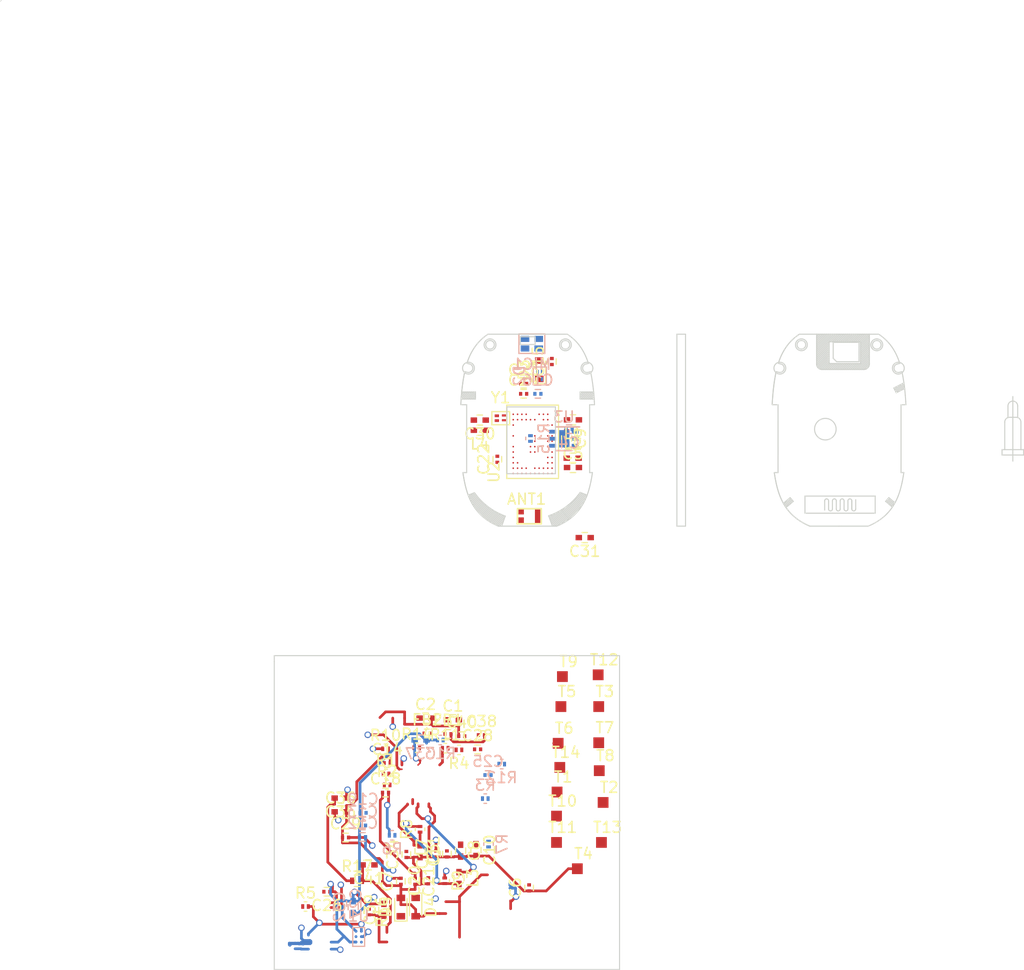
<source format=kicad_pcb>
(kicad_pcb (version 4) (host pcbnew 4.0.7)
  (layers (0 F.Cu signal hide) (1 In1.Cu signal hide) (2 In2.Cu signal hide) (31 B.Cu signal hide) (34 B.Paste user) (35 F.Paste user) (36 B.SilkS user) (37 F.SilkS user) (38 B.Mask user) (39 F.Mask user) (44 Edge.Cuts user))
  (net 0 "")
  (net 1 "Net-(ANT1-Pad2)")
  (net 2 "Net-(ANT1-Pad1)")
  (net 3 "Net-(ANT1-Pad3)")
  (net 4 GND)
  (net 5 VBAT)
  (net 6 V_MIC1)
  (net 7 /VBUCK_1.7V)
  (net 8 /VMIC2)
  (net 9 VIO)
  (net 10 "Net-(C8-Pad1)")
  (net 11 "Net-(C9-Pad1)")
  (net 12 VBUCK_1.3V)
  (net 13 "Net-(C11-Pad1)")
  (net 14 "Net-(C12-Pad1)")
  (net 15 "Net-(C13-Pad1)")
  (net 16 "Net-(C14-Pad1)")
  (net 17 "Net-(C15-Pad1)")
  (net 18 "Net-(C16-Pad1)")
  (net 19 VCHGER)
  (net 20 "Net-(C18-Pad1)")
  (net 21 "Net-(C18-Pad2)")
  (net 22 "Net-(C19-Pad1)")
  (net 23 VPA_BT)
  (net 24 VPA_BTLB)
  (net 25 "Net-(C23-Pad2)")
  (net 26 "Net-(C25-Pad2)")
  (net 27 "Net-(C26-Pad2)")
  (net 28 "Net-(C27-Pad1)")
  (net 29 "Net-(C28-Pad1)")
  (net 30 "Net-(C28-Pad2)")
  (net 31 "Net-(C30-Pad2)")
  (net 32 "Net-(C32-Pad2)")
  (net 33 MIC1_P)
  (net 34 ANCMIC)
  (net 35 MIC1_N)
  (net 36 MIC3_N)
  (net 37 "Net-(C38-Pad2)")
  (net 38 "Net-(C39-Pad1)")
  (net 39 "Net-(C40-Pad2)")
  (net 40 MIC3_P)
  (net 41 "Net-(C41-Pad2)")
  (net 42 "Net-(D2-Pad4)")
  (net 43 "Net-(D2-Pad3)")
  (net 44 LOUT_LN)
  (net 45 LOUT_LP)
  (net 46 "Net-(L1-Pad1)")
  (net 47 "Net-(L2-Pad1)")
  (net 48 "Net-(L3-Pad1)")
  (net 49 /BLUE_LED_N)
  (net 50 /RED_LED_N)
  (net 51 "Net-(R5-Pad1)")
  (net 52 "Net-(R10-Pad1)")
  (net 53 "Net-(R12-Pad2)")
  (net 54 "Net-(R14-Pad1)")
  (net 55 "Net-(R15-Pad1)")
  (net 56 UART0_TX)
  (net 57 UART0_RX)
  (net 58 I2C_CLK)
  (net 59 I2C_DAT)
  (net 60 GPIO_05)
  (net 61 GPIO_06)
  (net 62 CHG_DONE_INFO)
  (net 63 "Net-(U2-PadB1)")
  (net 64 "Net-(U2-PadC1)")
  (net 65 "Net-(U2-PadA8)")
  (net 66 PWRKEY)
  (net 67 "Net-(U2-PadA9)")
  (net 68 "Net-(U2-PadH9)")
  (module CNlib:WAN2012 (layer F.Cu) (at 49.022 47.8282 180)
    (fp_text reference ANT1 (at 0.254 1.5875 180) (layer F.SilkS))
    (fp_text value WAN2012)
    (pad 2 smd rect (at 0.762 0.4445 180) (size 0.5 0.55) (layers F.Cu F.Paste F.Mask) (net 1 "Net-(ANT1-Pad2)"))
    (pad 1 smd rect (at -0.762 0 180) (size 0.5 1.4) (layers F.Cu F.Paste F.Mask) (net 2 "Net-(ANT1-Pad1)"))
    (pad 3 smd rect (at 0.762 -0.381 180) (size 0.5 0.55) (layers F.Cu F.Paste F.Mask) (net 3 "Net-(ANT1-Pad3)"))
  )
  (module Capacitors_SMD:C_0402 (layer F.Cu) (at 41.935 66.7004)
    (fp_text reference C1 (at 0 -1.27) (layer F.SilkS))
    (fp_text value 10uF)
    (pad 1 smd rect (at -0.55 0) (size 0.6 0.5) (layers F.Cu F.Paste F.Mask) (net 3 "Net-(ANT1-Pad3)"))
    (pad 2 smd rect (at 0.55 0) (size 0.6 0.5) (layers F.Cu F.Paste F.Mask) (net 4 GND))
  )
  (module Capacitors_SMD:C_0402 (layer F.Cu) (at 39.395 66.548)
    (fp_text reference C2 (at 0 -1.27) (layer F.SilkS))
    (fp_text value 10uF)
    (pad 1 smd rect (at -0.55 0) (size 0.6 0.5) (layers F.Cu F.Paste F.Mask) (net 5 VBAT))
    (pad 2 smd rect (at 0.55 0) (size 0.6 0.5) (layers F.Cu F.Paste F.Mask) (net 4 GND))
  )
  (module Capacitors_SMD:C_0201 (layer F.Cu) (at 41.377 79.146 90)
    (fp_text reference C3 (at 0 -1.27 90) (layer F.SilkS))
    (fp_text value 1uF)
    (pad 1 smd rect (at -0.28 0 90) (size 0.3 0.35) (layers F.Cu F.Paste F.Mask) (net 4 GND))
    (pad 2 smd rect (at 0.28 0 90) (size 0.3 0.35) (layers F.Cu F.Paste F.Mask) (net 6 V_MIC1))
  )
  (module Capacitors_SMD:C_0201 (layer B.Cu) (at 52.705 39.751)
    (fp_text reference C4 (at 0 1.27) (layer B.SilkS) (effects (justify mirror)))
    (fp_text value 1uF)
    (pad 1 smd rect (at -0.28 0) (size 0.3 0.35) (layers B.Cu B.Paste B.Mask) (net 5 VBAT))
    (pad 2 smd rect (at 0.28 0) (size 0.3 0.35) (layers B.Cu B.Paste B.Mask) (net 4 GND))
  )
  (module Capacitors_SMD:C_0402 (layer F.Cu) (at 53.0606 43.307)
    (fp_text reference C5 (at 0 -1.27) (layer F.SilkS))
    (fp_text value 10uF)
    (pad 1 smd rect (at -0.55 0) (size 0.6 0.5) (layers F.Cu F.Paste F.Mask) (net 7 /VBUCK_1.7V))
    (pad 2 smd rect (at 0.55 0) (size 0.6 0.5) (layers F.Cu F.Paste F.Mask) (net 4 GND))
  )
  (module Capacitors_SMD:C_0201 (layer F.Cu) (at 48.997 82.296 90)
    (fp_text reference C6 (at 0 -1.27 90) (layer F.SilkS))
    (fp_text value 1uF)
    (pad 1 smd rect (at -0.28 0 90) (size 0.3 0.35) (layers F.Cu F.Paste F.Mask) (net 4 GND))
    (pad 2 smd rect (at 0.28 0 90) (size 0.3 0.35) (layers F.Cu F.Paste F.Mask) (net 8 /VMIC2))
  )
  (module Capacitors_SMD:C_0201 (layer F.Cu) (at 37.109 81.686 90)
    (fp_text reference C7 (at 0 -1.27 90) (layer F.SilkS))
    (fp_text value 1uF)
    (pad 1 smd rect (at -0.28 0 90) (size 0.3 0.35) (layers F.Cu F.Paste F.Mask) (net 4 GND))
    (pad 2 smd rect (at 0.28 0 90) (size 0.3 0.35) (layers F.Cu F.Paste F.Mask) (net 9 VIO))
  )
  (module Capacitors_SMD:C_0402 (layer F.Cu) (at 42.647 78.842 270)
    (fp_text reference C8 (at 0 -1.27 270) (layer F.SilkS))
    (fp_text value 10uF)
    (pad 1 smd rect (at -0.55 0 270) (size 0.6 0.5) (layers F.Cu F.Paste F.Mask) (net 10 "Net-(C8-Pad1)"))
    (pad 2 smd rect (at 0.55 0 270) (size 0.6 0.5) (layers F.Cu F.Paste F.Mask) (net 4 GND))
  )
  (module Capacitors_SMD:C_0402 (layer F.Cu) (at 52.4764 40.6146 270)
    (fp_text reference C9 (at 0 -1.27 270) (layer F.SilkS))
    (fp_text value 10uF)
    (pad 1 smd rect (at -0.55 0 270) (size 0.6 0.5) (layers F.Cu F.Paste F.Mask) (net 11 "Net-(C9-Pad1)"))
    (pad 2 smd rect (at 0.55 0 270) (size 0.6 0.5) (layers F.Cu F.Paste F.Mask) (net 4 GND))
  )
  (module Capacitors_SMD:C_0402 (layer F.Cu) (at 44.069 78.791 270)
    (fp_text reference C10 (at 0 -1.27 270) (layer F.SilkS))
    (fp_text value 4.7uF)
    (pad 1 smd rect (at -0.55 0 270) (size 0.6 0.5) (layers F.Cu F.Paste F.Mask) (net 12 VBUCK_1.3V))
    (pad 2 smd rect (at 0.55 0 270) (size 0.6 0.5) (layers F.Cu F.Paste F.Mask) (net 4 GND))
  )
  (module Capacitors_SMD:C_0402 (layer F.Cu) (at 38.887 78.892 270)
    (fp_text reference C11 (at 0 -1.27 270) (layer F.SilkS))
    (fp_text value 4.7uF)
    (pad 1 smd rect (at -0.55 0 270) (size 0.6 0.5) (layers F.Cu F.Paste F.Mask) (net 13 "Net-(C11-Pad1)"))
    (pad 2 smd rect (at 0.55 0 270) (size 0.6 0.5) (layers F.Cu F.Paste F.Mask) (net 4 GND))
  )
  (module Capacitors_SMD:C_0201 (layer B.Cu) (at 33.553 77.572 180)
    (fp_text reference C12 (at 0 1.27 180) (layer B.SilkS) (effects (justify mirror)))
    (fp_text value 1uF)
    (pad 1 smd rect (at -0.28 0 180) (size 0.3 0.35) (layers B.Cu B.Paste B.Mask) (net 14 "Net-(C12-Pad1)"))
    (pad 2 smd rect (at 0.28 0 180) (size 0.3 0.35) (layers B.Cu B.Paste B.Mask) (net 4 GND))
  )
  (module Capacitors_SMD:C_0201 (layer B.Cu) (at 33.553 76.505 180)
    (fp_text reference C13 (at 0 1.27 180) (layer B.SilkS) (effects (justify mirror)))
    (fp_text value 1uF)
    (pad 1 smd rect (at -0.28 0 180) (size 0.3 0.35) (layers B.Cu B.Paste B.Mask) (net 15 "Net-(C13-Pad1)"))
    (pad 2 smd rect (at 0.28 0 180) (size 0.3 0.35) (layers B.Cu B.Paste B.Mask) (net 4 GND))
  )
  (module Capacitors_SMD:C_0201 (layer F.Cu) (at 35.839 70.7136)
    (fp_text reference C14 (at 0 -1.27) (layer F.SilkS))
    (fp_text value 1uF)
    (pad 1 smd rect (at -0.28 0) (size 0.3 0.35) (layers F.Cu F.Paste F.Mask) (net 16 "Net-(C14-Pad1)"))
    (pad 2 smd rect (at 0.28 0) (size 0.3 0.35) (layers F.Cu F.Paste F.Mask) (net 4 GND))
  )
  (module Capacitors_SMD:C_0201 (layer F.Cu) (at 51.1048 33.4772 90)
    (fp_text reference C15 (at 0 -1.27 90) (layer F.SilkS))
    (fp_text value 1uF)
    (pad 1 smd rect (at -0.28 0 90) (size 0.3 0.35) (layers F.Cu F.Paste F.Mask) (net 17 "Net-(C15-Pad1)"))
    (pad 2 smd rect (at 0.28 0 90) (size 0.3 0.35) (layers F.Cu F.Paste F.Mask) (net 4 GND))
  )
  (module Capacitors_SMD:C_0201 (layer B.Cu) (at 49.8094 36.4744 180)
    (fp_text reference C16 (at 0 1.27 180) (layer B.SilkS) (effects (justify mirror)))
    (fp_text value 1uF)
    (pad 1 smd rect (at -0.28 0 180) (size 0.3 0.35) (layers B.Cu B.Paste B.Mask) (net 18 "Net-(C16-Pad1)"))
    (pad 2 smd rect (at 0.28 0 180) (size 0.3 0.35) (layers B.Cu B.Paste B.Mask) (net 4 GND))
  )
  (module Capacitors_SMD:C_0201 (layer F.Cu) (at 40.361 79.146 90)
    (fp_text reference C17 (at 0 -1.27 90) (layer F.SilkS))
    (fp_text value 10nF)
    (pad 1 smd rect (at -0.28 0 90) (size 0.3 0.35) (layers F.Cu F.Paste F.Mask) (net 4 GND))
    (pad 2 smd rect (at 0.28 0 90) (size 0.3 0.35) (layers F.Cu F.Paste F.Mask) (net 19 VCHGER))
  )
  (module Capacitors_SMD:C_0201 (layer F.Cu) (at 35.687 73.4568)
    (fp_text reference C18 (at 0 -1.27) (layer F.SilkS))
    (fp_text value 1uF)
    (pad 1 smd rect (at -0.28 0) (size 0.3 0.35) (layers F.Cu F.Paste F.Mask) (net 20 "Net-(C18-Pad1)"))
    (pad 2 smd rect (at 0.28 0) (size 0.3 0.35) (layers F.Cu F.Paste F.Mask) (net 21 "Net-(C18-Pad2)"))
  )
  (module Capacitors_SMD:C_0201 (layer B.Cu) (at 33.604 75.3364 180)
    (fp_text reference C19 (at 0 1.27 180) (layer B.SilkS) (effects (justify mirror)))
    (fp_text value 0.1uF)
    (pad 1 smd rect (at -0.28 0 180) (size 0.3 0.35) (layers B.Cu B.Paste B.Mask) (net 22 "Net-(C19-Pad1)"))
    (pad 2 smd rect (at 0.28 0 180) (size 0.3 0.35) (layers B.Cu B.Paste B.Mask) (net 4 GND))
  )
  (module Capacitors_SMD:C_0201 (layer F.Cu) (at 39.649 81.636 90)
    (fp_text reference C20 (at 0 -1.27 90) (layer F.SilkS))
    (fp_text value 1uF)
    (pad 1 smd rect (at -0.28 0 90) (size 0.3 0.35) (layers F.Cu F.Paste F.Mask) (net 4 GND))
    (pad 2 smd rect (at 0.28 0 90) (size 0.3 0.35) (layers F.Cu F.Paste F.Mask) (net 23 VPA_BT))
  )
  (module Capacitors_SMD:C_0201 (layer F.Cu) (at 38.43 81.686 270)
    (fp_text reference C21 (at 0 -1.27 270) (layer F.SilkS))
    (fp_text value 0.1uF)
    (pad 1 smd rect (at -0.28 0 270) (size 0.3 0.35) (layers F.Cu F.Paste F.Mask) (net 20 "Net-(C18-Pad1)"))
    (pad 2 smd rect (at 0.28 0 270) (size 0.3 0.35) (layers F.Cu F.Paste F.Mask) (net 4 GND))
  )
  (module Capacitors_SMD:C_0201 (layer F.Cu) (at 46.0502 42.545 90)
    (fp_text reference C22 (at 0 -1.27 90) (layer F.SilkS))
    (fp_text value 1uF)
    (pad 1 smd rect (at -0.28 0 90) (size 0.3 0.35) (layers F.Cu F.Paste F.Mask) (net 4 GND))
    (pad 2 smd rect (at 0.28 0 90) (size 0.3 0.35) (layers F.Cu F.Paste F.Mask) (net 24 VPA_BTLB))
  )
  (module Capacitors_SMD:C_0201 (layer F.Cu) (at 48.4886 35.5346)
    (fp_text reference C23 (at 0 -1.27) (layer F.SilkS))
    (fp_text value 1uF)
    (pad 1 smd rect (at -0.28 0) (size 0.3 0.35) (layers F.Cu F.Paste F.Mask) (net 4 GND))
    (pad 2 smd rect (at 0.28 0) (size 0.3 0.35) (layers F.Cu F.Paste F.Mask) (net 25 "Net-(C23-Pad2)"))
  )
  (module Capacitors_SMD:C_0201 (layer F.Cu) (at 48.4886 36.4744)
    (fp_text reference C24 (at 0 -1.27) (layer F.SilkS))
    (fp_text value 1uF)
    (pad 1 smd rect (at -0.28 0) (size 0.3 0.35) (layers F.Cu F.Paste F.Mask) (net 4 GND))
    (pad 2 smd rect (at 0.28 0) (size 0.3 0.35) (layers F.Cu F.Paste F.Mask) (net 25 "Net-(C23-Pad2)"))
  )
  (module Capacitors_SMD:C_0201 (layer B.Cu) (at 45.187 71.8312 180)
    (fp_text reference C25 (at 0 1.27 180) (layer B.SilkS) (effects (justify mirror)))
    (fp_text value 1uF)
    (pad 1 smd rect (at -0.28 0 180) (size 0.3 0.35) (layers B.Cu B.Paste B.Mask) (net 4 GND))
    (pad 2 smd rect (at 0.28 0 180) (size 0.3 0.35) (layers B.Cu B.Paste B.Mask) (net 26 "Net-(C25-Pad2)"))
  )
  (module Capacitors_SMD:C_0201 (layer F.Cu) (at 30.251 82.652 180)
    (fp_text reference C26 (at 0 -1.27 180) (layer F.SilkS))
    (fp_text value 6.8pF)
    (pad 1 smd rect (at -0.28 0 180) (size 0.3 0.35) (layers F.Cu F.Paste F.Mask) (net 4 GND))
    (pad 2 smd rect (at 0.28 0 180) (size 0.3 0.35) (layers F.Cu F.Paste F.Mask) (net 27 "Net-(C26-Pad2)"))
  )
  (module Capacitors_SMD:C_0201 (layer B.Cu) (at 31.674 83.769 90)
    (fp_text reference C27 (at 0 1.27 90) (layer B.SilkS) (effects (justify mirror)))
    (fp_text value 10nF)
    (pad 1 smd rect (at -0.28 0 90) (size 0.3 0.35) (layers B.Cu B.Paste B.Mask) (net 28 "Net-(C27-Pad1)"))
    (pad 2 smd rect (at 0.28 0 90) (size 0.3 0.35) (layers B.Cu B.Paste B.Mask) (net 4 GND))
  )
  (module Capacitors_SMD:C_0201 (layer F.Cu) (at 44.221 69.4436)
    (fp_text reference C28 (at 0 -1.27) (layer F.SilkS))
    (fp_text value NC/3.9pF)
    (pad 1 smd rect (at -0.28 0) (size 0.3 0.35) (layers F.Cu F.Paste F.Mask) (net 29 "Net-(C28-Pad1)"))
    (pad 2 smd rect (at 0.28 0) (size 0.3 0.35) (layers F.Cu F.Paste F.Mask) (net 30 "Net-(C28-Pad2)"))
  )
  (module Capacitors_SMD:C_0201 (layer F.Cu) (at 31.979 77.622)
    (fp_text reference C29 (at 0 -1.27) (layer F.SilkS))
    (fp_text value 6.8pF)
    (pad 1 smd rect (at -0.28 0) (size 0.3 0.35) (layers F.Cu F.Paste F.Mask) (net 4 GND))
    (pad 2 smd rect (at 0.28 0) (size 0.3 0.35) (layers F.Cu F.Paste F.Mask) (net 30 "Net-(C28-Pad2)"))
  )
  (module Capacitors_SMD:C_0402 (layer F.Cu) (at 44.4246 38.9128 180)
    (fp_text reference C30 (at 0 -1.27 180) (layer F.SilkS))
    (fp_text value 10uF)
    (pad 1 smd rect (at -0.55 0 180) (size 0.6 0.5) (layers F.Cu F.Paste F.Mask) (net 4 GND))
    (pad 2 smd rect (at 0.55 0 180) (size 0.6 0.5) (layers F.Cu F.Paste F.Mask) (net 31 "Net-(C30-Pad2)"))
  )
  (module Capacitors_SMD:C_0402 (layer F.Cu) (at 54.1528 49.8094 180)
    (fp_text reference C31 (at 0 -1.27 180) (layer F.SilkS))
    (fp_text value 10uF)
    (pad 1 smd rect (at -0.55 0 180) (size 0.6 0.5) (layers F.Cu F.Paste F.Mask) (net 4 GND))
    (pad 2 smd rect (at 0.55 0 180) (size 0.6 0.5) (layers F.Cu F.Paste F.Mask) (net 2 "Net-(ANT1-Pad1)"))
  )
  (module Capacitors_SMD:C_0402 (layer B.Cu) (at 32.69 84.074 270)
    (fp_text reference C32 (at 0 1.27 270) (layer B.SilkS) (effects (justify mirror)))
    (fp_text value 1.2pF)
    (pad 1 smd rect (at -0.55 0 270) (size 0.6 0.5) (layers B.Cu B.Paste B.Mask) (net 4 GND))
    (pad 2 smd rect (at 0.55 0 270) (size 0.6 0.5) (layers B.Cu B.Paste B.Mask) (net 32 "Net-(C32-Pad2)"))
  )
  (module Capacitors_SMD:C_0201 (layer F.Cu) (at 37.617 79.197 90)
    (fp_text reference C34 (at 0 -1.27 90) (layer F.SilkS))
    (fp_text value 2.2uF)
    (pad 1 smd rect (at -0.28 0 90) (size 0.3 0.35) (layers F.Cu F.Paste F.Mask) (net 4 GND))
    (pad 2 smd rect (at 0.28 0 90) (size 0.3 0.35) (layers F.Cu F.Paste F.Mask) (net 5 VBAT))
  )
  (module Capacitors_SMD:C_0402 (layer F.Cu) (at 31.521 73.9648 180)
    (fp_text reference C35 (at 0 -1.27 180) (layer F.SilkS))
    (fp_text value 10uF)
    (pad 1 smd rect (at -0.55 0 180) (size 0.6 0.5) (layers F.Cu F.Paste F.Mask) (net 33 MIC1_P))
    (pad 2 smd rect (at 0.55 0 180) (size 0.6 0.5) (layers F.Cu F.Paste F.Mask) (net 34 ANCMIC))
  )
  (module Capacitors_SMD:C_0402 (layer F.Cu) (at 31.521 75.2348)
    (fp_text reference C36 (at 0 -1.27) (layer F.SilkS))
    (fp_text value 10uF)
    (pad 1 smd rect (at -0.55 0) (size 0.6 0.5) (layers F.Cu F.Paste F.Mask) (net 35 MIC1_N))
    (pad 2 smd rect (at 0.55 0) (size 0.6 0.5) (layers F.Cu F.Paste F.Mask) (net 4 GND))
  )
  (module Capacitors_SMD:C_0402 (layer B.Cu) (at 38.938 68.58)
    (fp_text reference C37 (at 0 1.27) (layer B.SilkS) (effects (justify mirror)))
    (fp_text value 10uF)
    (pad 1 smd rect (at -0.55 0) (size 0.6 0.5) (layers B.Cu B.Paste B.Mask) (net 36 MIC3_N))
    (pad 2 smd rect (at 0.55 0) (size 0.6 0.5) (layers B.Cu B.Paste B.Mask) (net 4 GND))
  )
  (module Capacitors_SMD:C_0201 (layer F.Cu) (at 44.577 68.1228)
    (fp_text reference C38 (at 0 -1.27) (layer F.SilkS))
    (fp_text value 100pF)
    (pad 1 smd rect (at -0.28 0) (size 0.3 0.35) (layers F.Cu F.Paste F.Mask) (net 4 GND))
    (pad 2 smd rect (at 0.28 0) (size 0.3 0.35) (layers F.Cu F.Paste F.Mask) (net 37 "Net-(C38-Pad2)"))
  )
  (module Capacitors_SMD:C_0402 (layer F.Cu) (at 35.535 84.328 90)
    (fp_text reference C39 (at 0 -1.27 90) (layer F.SilkS))
    (fp_text value 4.7uF)
    (pad 1 smd rect (at -0.55 0 90) (size 0.6 0.5) (layers F.Cu F.Paste F.Mask) (net 38 "Net-(C39-Pad1)"))
    (pad 2 smd rect (at 0.55 0 90) (size 0.6 0.5) (layers F.Cu F.Paste F.Mask) (net 4 GND))
  )
  (module Capacitors_SMD:C_0201 (layer F.Cu) (at 42.748 68.2244)
    (fp_text reference C40 (at 0 -1.27) (layer F.SilkS))
    (fp_text value 100pF)
    (pad 1 smd rect (at -0.28 0) (size 0.3 0.35) (layers F.Cu F.Paste F.Mask) (net 4 GND))
    (pad 2 smd rect (at 0.28 0) (size 0.3 0.35) (layers F.Cu F.Paste F.Mask) (net 39 "Net-(C40-Pad2)"))
  )
  (module Capacitors_SMD:C_0402 (layer F.Cu) (at 34.112 80.162 180)
    (fp_text reference C41 (at 0 -1.27 180) (layer F.SilkS))
    (fp_text value 10uF)
    (pad 1 smd rect (at -0.55 0 180) (size 0.6 0.5) (layers F.Cu F.Paste F.Mask) (net 40 MIC3_P))
    (pad 2 smd rect (at 0.55 0 180) (size 0.6 0.5) (layers F.Cu F.Paste F.Mask) (net 41 "Net-(C41-Pad2)"))
  )
  (module CNlib:Y2016_SOT-883 (layer B.Cu) (at 49.9872 34.798 270)
    (fp_text reference D2 (at 0 1.905 270) (layer B.SilkS) (effects (justify mirror)))
    (fp_text value 18-225-B6R6C-C01/3T)
    (pad 4 smd rect (at 0.3175 0.254 270) (size 0.4 0.2) (layers B.Cu B.Paste B.Mask) (net 42 "Net-(D2-Pad4)"))
    (pad 1 smd rect (at -0.35 0.225 270) (size 0.4 0.25) (layers B.Cu B.Paste B.Mask) (net 5 VBAT))
    (pad 2 smd rect (at -0.35 -0.225 270) (size 0.4 0.25) (layers B.Cu B.Paste B.Mask) (net 5 VBAT))
    (pad 3 smd rect (at 0.3175 -0.1905 270) (size 0.4 0.2) (layers B.Cu B.Paste B.Mask) (net 43 "Net-(D2-Pad3)"))
  )
  (module Diodes_SMD:D_0603 (layer F.Cu) (at 49.9364 34.2392 90)
    (fp_text reference D3 (at 0 -1.4 90) (layer F.SilkS))
    (fp_text value AZ5A25)
    (pad 1 smd rect (at -0.85 0 90) (size 0.6 0.8) (layers F.Cu F.Paste F.Mask) (net 5 VBAT))
    (pad 2 smd rect (at 0.85 0 90) (size 0.6 0.8) (layers F.Cu F.Paste F.Mask) (net 4 GND))
  )
  (module Diodes_SMD:D_0603 (layer F.Cu) (at 38.481 84.074 270)
    (fp_text reference D4 (at 0 -1.4 270) (layer F.SilkS))
    (fp_text value AZ5A25)
    (pad 1 smd rect (at -0.85 0 270) (size 0.6 0.8) (layers F.Cu F.Paste F.Mask) (net 39 "Net-(C40-Pad2)"))
    (pad 2 smd rect (at 0.85 0 270) (size 0.6 0.8) (layers F.Cu F.Paste F.Mask) (net 4 GND))
  )
  (module Diodes_SMD:D_0603 (layer F.Cu) (at 37.109 84.074 90)
    (fp_text reference D5 (at 0 -1.4 90) (layer F.SilkS))
    (fp_text value AZ5A25)
    (pad 1 smd rect (at -0.85 0 90) (size 0.6 0.8) (layers F.Cu F.Paste F.Mask) (net 37 "Net-(C38-Pad2)"))
    (pad 2 smd rect (at 0.85 0 90) (size 0.6 0.8) (layers F.Cu F.Paste F.Mask) (net 4 GND))
  )
  (module Capacitors_SMD:C_0201 (layer F.Cu) (at 41.478 68.0212)
    (fp_text reference FB1 (at 0 -1.27) (layer F.SilkS))
    (fp_text value "BK1005HM750-TV(TAIYO YUDEN)")
    (pad 1 smd rect (at -0.28 0) (size 0.3 0.35) (layers F.Cu F.Paste F.Mask) (net 44 LOUT_LN))
    (pad 2 smd rect (at 0.28 0) (size 0.3 0.35) (layers F.Cu F.Paste F.Mask) (net 37 "Net-(C38-Pad2)"))
  )
  (module Capacitors_SMD:C_0201 (layer F.Cu) (at 39.548 67.9704)
    (fp_text reference FB2 (at 0 -1.27) (layer F.SilkS))
    (fp_text value "BK1005HM750-TV(TAIYO YUDEN)")
    (pad 1 smd rect (at -0.28 0) (size 0.3 0.35) (layers F.Cu F.Paste F.Mask) (net 45 LOUT_LP))
    (pad 2 smd rect (at 0.28 0) (size 0.3 0.35) (layers F.Cu F.Paste F.Mask) (net 39 "Net-(C40-Pad2)"))
  )
  (module Capacitors_SMD:C_0402 (layer F.Cu) (at 53.0606 38.8874 180)
    (fp_text reference L1 (at 0 -1.27 180) (layer F.SilkS))
    (fp_text value 2.2uH)
    (pad 1 smd rect (at -0.55 0 180) (size 0.6 0.5) (layers F.Cu F.Paste F.Mask) (net 46 "Net-(L1-Pad1)"))
    (pad 2 smd rect (at 0.55 0 180) (size 0.6 0.5) (layers F.Cu F.Paste F.Mask) (net 10 "Net-(C8-Pad1)"))
  )
  (module Capacitors_SMD:C_0402 (layer F.Cu) (at 53.0352 42.4434)
    (fp_text reference L2 (at 0 -1.27) (layer F.SilkS))
    (fp_text value 2.2uH)
    (pad 1 smd rect (at -0.55 0) (size 0.6 0.5) (layers F.Cu F.Paste F.Mask) (net 47 "Net-(L2-Pad1)"))
    (pad 2 smd rect (at 0.55 0) (size 0.6 0.5) (layers F.Cu F.Paste F.Mask) (net 11 "Net-(C9-Pad1)"))
  )
  (module Capacitors_SMD:C_0402 (layer F.Cu) (at 42.494 81.382 270)
    (fp_text reference L3 (at 0 -1.27 270) (layer F.SilkS))
    (fp_text value 2.2uH)
    (pad 1 smd rect (at -0.55 0 270) (size 0.6 0.5) (layers F.Cu F.Paste F.Mask) (net 48 "Net-(L3-Pad1)"))
    (pad 2 smd rect (at 0.55 0 270) (size 0.6 0.5) (layers F.Cu F.Paste F.Mask) (net 7 /VBUCK_1.7V))
  )
  (module Capacitors_SMD:C_0402 (layer F.Cu) (at 44.4246 39.8526 180)
    (fp_text reference L4 (at 0 -1.27 180) (layer F.SilkS))
    (fp_text value 2.2uH)
    (pad 1 smd rect (at -0.55 0 180) (size 0.6 0.5) (layers F.Cu F.Paste F.Mask) (net 2 "Net-(ANT1-Pad1)"))
    (pad 2 smd rect (at 0.55 0 180) (size 0.6 0.5) (layers F.Cu F.Paste F.Mask) (net 31 "Net-(C30-Pad2)"))
  )
  (module CNlib:3S_MIC (layer B.Cu) (at 49.2506 31.8262)
    (fp_text reference MIC1 (at 0 1.905) (layer B.SilkS) (effects (justify mirror)))
    (fp_text value 3SM102E4T13B)
    (pad 2 smd rect (at 0.635 0.4445) (size 0.8 0.565) (layers B.Cu B.Paste B.Mask) (net 4 GND))
    (pad 1 smd rect (at -0.635 0.4445) (size 0.8 0.565) (layers B.Cu B.Paste B.Mask) (net 41 "Net-(C41-Pad2)"))
    (pad 4 smd rect (at -0.635 -0.4445) (size 0.8 0.565) (layers B.Cu B.Paste B.Mask) (net 38 "Net-(C39-Pad1)"))
    (pad 3 smd rect (at 0.635 -0.4445) (size 0.8 0.565) (layers B.Cu B.Paste B.Mask) (net 4 GND))
  )
  (module Resistors_SMD:R_0201 (layer F.Cu) (at 35.738 71.7296)
    (fp_text reference R1 (at 0 -1.25) (layer F.SilkS))
    (fp_text value 10k)
    (pad 1 smd rect (at -0.26 0) (size 0.28 0.43) (layers F.Cu F.Paste F.Mask) (net 42 "Net-(D2-Pad4)"))
    (pad 2 smd rect (at 0.26 0) (size 0.28 0.43) (layers F.Cu F.Paste F.Mask) (net 49 /BLUE_LED_N))
  )
  (module Resistors_SMD:R_0201 (layer F.Cu) (at 35.839 72.7456)
    (fp_text reference R2 (at 0 -1.25) (layer F.SilkS))
    (fp_text value 10k)
    (pad 1 smd rect (at -0.26 0) (size 0.28 0.43) (layers F.Cu F.Paste F.Mask) (net 43 "Net-(D2-Pad3)"))
    (pad 2 smd rect (at 0.26 0) (size 0.28 0.43) (layers F.Cu F.Paste F.Mask) (net 50 /RED_LED_N))
  )
  (module Resistors_SMD:R_0201 (layer B.Cu) (at 44.933 74.0156 180)
    (fp_text reference R3 (at 0 1.25 180) (layer B.SilkS) (effects (justify mirror)))
    (fp_text value 0R)
    (pad 1 smd rect (at -0.26 0 180) (size 0.28 0.43) (layers B.Cu B.Paste B.Mask) (net 24 VPA_BTLB))
    (pad 2 smd rect (at 0.26 0 180) (size 0.28 0.43) (layers B.Cu B.Paste B.Mask) (net 12 VBUCK_1.3V))
  )
  (module Resistors_SMD:R_0201 (layer F.Cu) (at 42.494 69.4944 180)
    (fp_text reference R4 (at 0 -1.25 180) (layer F.SilkS))
    (fp_text value 0R)
    (pad 1 smd rect (at -0.26 0 180) (size 0.28 0.43) (layers F.Cu F.Paste F.Mask) (net 23 VPA_BT))
    (pad 2 smd rect (at 0.26 0 180) (size 0.28 0.43) (layers F.Cu F.Paste F.Mask) (net 7 /VBUCK_1.7V))
  )
  (module Resistors_SMD:R_0201 (layer F.Cu) (at 28.27 84.023)
    (fp_text reference R5 (at 0 -1.25) (layer F.SilkS))
    (fp_text value 47K)
    (pad 1 smd rect (at -0.26 0) (size 0.28 0.43) (layers F.Cu F.Paste F.Mask) (net 51 "Net-(R5-Pad1)"))
    (pad 2 smd rect (at 0.26 0) (size 0.28 0.43) (layers F.Cu F.Paste F.Mask) (net 19 VCHGER))
  )
  (module Resistors_SMD:R_0201 (layer B.Cu) (at 36.297 77.419)
    (fp_text reference R6 (at 0 1.25) (layer B.SilkS) (effects (justify mirror)))
    (fp_text value 1K)
    (pad 1 smd rect (at -0.26 0) (size 0.28 0.43) (layers B.Cu B.Paste B.Mask) (net 21 "Net-(C18-Pad2)"))
    (pad 2 smd rect (at 0.26 0) (size 0.28 0.43) (layers B.Cu B.Paste B.Mask) (net 51 "Net-(R5-Pad1)"))
  )
  (module Resistors_SMD:R_0201 (layer B.Cu) (at 45.2374 78.232 90)
    (fp_text reference R7 (at 0 1.25 90) (layer B.SilkS) (effects (justify mirror)))
    (fp_text value 0R)
    (pad 1 smd rect (at -0.26 0 90) (size 0.28 0.43) (layers B.Cu B.Paste B.Mask) (net 12 VBUCK_1.3V))
    (pad 2 smd rect (at 0.26 0 90) (size 0.28 0.43) (layers B.Cu B.Paste B.Mask) (net 11 "Net-(C9-Pad1)"))
  )
  (module Resistors_SMD:R_0201 (layer F.Cu) (at 38.887 76.86 90)
    (fp_text reference R8 (at 0 -1.25 90) (layer F.SilkS))
    (fp_text value 0R)
    (pad 1 smd rect (at -0.26 0 90) (size 0.28 0.43) (layers F.Cu F.Paste F.Mask) (net 13 "Net-(C11-Pad1)"))
    (pad 2 smd rect (at 0.26 0 90) (size 0.28 0.43) (layers F.Cu F.Paste F.Mask) (net 7 /VBUCK_1.7V))
  )
  (module Resistors_SMD:R_0201 (layer F.Cu) (at 41.173 81.636 270)
    (fp_text reference R9 (at 0 -1.25 270) (layer F.SilkS))
    (fp_text value 0R)
    (pad 1 smd rect (at -0.26 0 270) (size 0.28 0.43) (layers F.Cu F.Paste F.Mask) (net 14 "Net-(C12-Pad1)"))
    (pad 2 smd rect (at 0.26 0 270) (size 0.28 0.43) (layers F.Cu F.Paste F.Mask) (net 7 /VBUCK_1.7V))
  )
  (module Resistors_SMD:R_0201 (layer F.Cu) (at 35.687 69.3928)
    (fp_text reference R10 (at 0 -1.25) (layer F.SilkS))
    (fp_text value 10k)
    (pad 1 smd rect (at -0.26 0) (size 0.28 0.43) (layers F.Cu F.Paste F.Mask) (net 52 "Net-(R10-Pad1)"))
    (pad 2 smd rect (at 0.26 0) (size 0.28 0.43) (layers F.Cu F.Paste F.Mask) (net 4 GND))
  )
  (module Resistors_SMD:R_0201 (layer F.Cu) (at 41.224 69.342)
    (fp_text reference R11 (at 0 -1.25) (layer F.SilkS))
    (fp_text value 0R)
    (pad 1 smd rect (at -0.26 0) (size 0.28 0.43) (layers F.Cu F.Paste F.Mask) (net 25 "Net-(C23-Pad2)"))
    (pad 2 smd rect (at 0.26 0) (size 0.28 0.43) (layers F.Cu F.Paste F.Mask) (net 12 VBUCK_1.3V))
  )
  (module Resistors_SMD:R_0201 (layer B.Cu) (at 46.457 70.8152)
    (fp_text reference R12 (at 0 1.25) (layer B.SilkS) (effects (justify mirror)))
    (fp_text value 1.3k)
    (pad 1 smd rect (at -0.26 0) (size 0.28 0.43) (layers B.Cu B.Paste B.Mask) (net 4 GND))
    (pad 2 smd rect (at 0.26 0) (size 0.28 0.43) (layers B.Cu B.Paste B.Mask) (net 53 "Net-(R12-Pad2)"))
  )
  (module Resistors_SMD:R_0201 (layer B.Cu) (at 40.767 68.58)
    (fp_text reference R13 (at 0 1.25) (layer B.SilkS) (effects (justify mirror)))
    (fp_text value 1M)
    (pad 1 smd rect (at -0.26 0) (size 0.28 0.43) (layers B.Cu B.Paste B.Mask) (net 4 GND))
    (pad 2 smd rect (at 0.26 0) (size 0.28 0.43) (layers B.Cu B.Paste B.Mask) (net 19 VCHGER))
  )
  (module Resistors_SMD:R_0201 (layer F.Cu) (at 38.583 69.2912)
    (fp_text reference R14 (at 0 -1.25) (layer F.SilkS))
    (fp_text value 330)
    (pad 1 smd rect (at -0.26 0) (size 0.28 0.43) (layers F.Cu F.Paste F.Mask) (net 54 "Net-(R14-Pad1)"))
    (pad 2 smd rect (at 0.26 0) (size 0.28 0.43) (layers F.Cu F.Paste F.Mask) (net 32 "Net-(C32-Pad2)"))
  )
  (module Resistors_SMD:R_0201 (layer B.Cu) (at 49.1236 40.6146 90)
    (fp_text reference R15 (at 0 1.25 90) (layer B.SilkS) (effects (justify mirror)))
    (fp_text value 10K)
    (pad 1 smd rect (at -0.26 0 90) (size 0.28 0.43) (layers B.Cu B.Paste B.Mask) (net 55 "Net-(R15-Pad1)"))
    (pad 2 smd rect (at 0.26 0 90) (size 0.28 0.43) (layers B.Cu B.Paste B.Mask) (net 9 VIO))
  )
  (module Resistors_SMD:R_0201 (layer F.Cu) (at 34.112 84.531 270)
    (fp_text reference R16 (at 0 -1.25 270) (layer F.SilkS))
    (fp_text value 1k)
    (pad 1 smd rect (at -0.26 0 270) (size 0.28 0.43) (layers F.Cu F.Paste F.Mask) (net 6 V_MIC1))
    (pad 2 smd rect (at 0.26 0 270) (size 0.28 0.43) (layers F.Cu F.Paste F.Mask) (net 38 "Net-(C39-Pad1)"))
  )
  (module Resistors_SMD:R_0402 (layer F.Cu) (at 33.045 81.636)
    (fp_text reference R17 (at 0 -1.35) (layer F.SilkS))
    (fp_text value 0R)
    (pad 1 smd rect (at -0.45 0) (size 0.4 0.6) (layers F.Cu F.Paste F.Mask) (net 34 ANCMIC))
    (pad 2 smd rect (at 0.45 0) (size 0.4 0.6) (layers F.Cu F.Paste F.Mask) (net 41 "Net-(C41-Pad2)"))
  )
  (module Housings_DFN_QFN:DFN-6-1EP_2x2mm_Pitch0.65mm (layer B.Cu) (at 52.2224 40.64 180)
    (fp_text reference U3 (at 0 2.025 180) (layer B.SilkS) (effects (justify mirror)))
    (fp_text value TB6018D)
    (pad 1 smd rect (at -1.05 0.65 180) (size 0.65 0.35) (layers B.Cu B.Paste B.Mask) (net 66 PWRKEY))
    (pad 2 smd rect (at -1.05 0 180) (size 0.65 0.35) (layers B.Cu B.Paste B.Mask) (net 4 GND))
    (pad 3 smd rect (at -1.05 -0.65 180) (size 0.65 0.35) (layers B.Cu B.Paste B.Mask) (net 32 "Net-(C32-Pad2)"))
    (pad 4 smd rect (at 1.05 -0.65 180) (size 0.65 0.35) (layers B.Cu B.Paste B.Mask) (net 55 "Net-(R15-Pad1)"))
    (pad 5 smd rect (at 1.05 0 180) (size 0.65 0.35) (layers B.Cu B.Paste B.Mask) (net 9 VIO))
    (pad 6 smd rect (at 1.05 0.65 180) (size 0.65 0.35) (layers B.Cu B.Paste B.Mask) (net 19 VCHGER))
    (pad 7 smd rect (at 0 -0.4 180) (size 1 0.8) (layers B.Cu B.Paste B.Mask))
    (pad 7 smd rect (at 0 0.4 180) (size 1 0.8) (layers B.Cu B.Paste B.Mask))
  )
  (module CNlib:Y2016_SOT-883 (layer F.Cu) (at 46.355 38.735)
    (fp_text reference Y1 (at 0 -1.905) (layer F.SilkS))
    (fp_text value "Y2016 26Mhz")
    (pad 4 smd rect (at 0.3175 -0.254) (size 0.4 0.2) (layers F.Cu F.Paste F.Mask) (net 4 GND))
    (pad 1 smd rect (at -0.35 -0.225) (size 0.4 0.25) (layers F.Cu F.Paste F.Mask) (net 27 "Net-(C26-Pad2)"))
    (pad 2 smd rect (at -0.35 0.225) (size 0.4 0.25) (layers F.Cu F.Paste F.Mask) (net 4 GND))
    (pad 3 smd rect (at 0.3175 0.1905) (size 0.4 0.2) (layers F.Cu F.Paste F.Mask) (net 30 "Net-(C28-Pad2)"))
  )
  (module CNlib:pad_1x1mm (layer F.Cu) (at 51.587 73.406)
    (fp_text reference T1 (at 0.5715 -1.397) (layer F.SilkS))
    (fp_text value VCHGER)
    (pad 1 smd rect (at 0 0) (size 1 1) (layers F.Cu F.Mask) (net 19 VCHGER))
  )
  (module CNlib:pad_1x1mm (layer F.Cu) (at 55.855 74.3712)
    (fp_text reference T2 (at 0.5715 -1.397) (layer F.SilkS))
    (fp_text value TX)
    (pad 1 smd rect (at 0 0) (size 1 1) (layers F.Cu F.Mask) (net 56 UART0_TX))
  )
  (module CNlib:pad_1x1mm (layer F.Cu) (at 55.448 65.4812)
    (fp_text reference T3 (at 0.5715 -1.397) (layer F.SilkS))
    (fp_text value RX)
    (pad 1 smd rect (at 0 0) (size 1 1) (layers F.Cu F.Mask) (net 57 UART0_RX))
  )
  (module CNlib:pad_1x1mm (layer F.Cu) (at 53.467 80.518)
    (fp_text reference T4 (at 0.5715 -1.397) (layer F.SilkS))
    (fp_text value GND)
    (pad 1 smd rect (at 0 0) (size 1 1) (layers F.Cu F.Mask) (net 4 GND))
  )
  (module CNlib:pad_1x1mm (layer F.Cu) (at 51.943 65.4812)
    (fp_text reference T5 (at 0.5715 -1.397) (layer F.SilkS))
    (fp_text value BAT+)
    (pad 1 smd rect (at 0 0) (size 1 1) (layers F.Cu F.Mask) (net 5 VBAT))
  )
  (module CNlib:pad_1x1mm (layer F.Cu) (at 51.689 68.8848)
    (fp_text reference T6 (at 0.5715 -1.397) (layer F.SilkS))
    (fp_text value BAT-)
    (pad 1 smd rect (at 0 0) (size 1 1) (layers F.Cu F.Mask) (net 4 GND))
  )
  (module CNlib:pad_1x1mm (layer F.Cu) (at 55.448 68.834)
    (fp_text reference T7 (at 0.5715 -1.397) (layer F.SilkS))
    (fp_text value LN)
    (pad 1 smd rect (at 0 0) (size 1 1) (layers F.Cu F.Mask) (net 37 "Net-(C38-Pad2)"))
  )
  (module CNlib:pad_1x1mm (layer F.Cu) (at 55.499 71.4248)
    (fp_text reference T8 (at 0.5715 -1.397) (layer F.SilkS))
    (fp_text value LP)
    (pad 1 smd rect (at 0 0) (size 1 1) (layers F.Cu F.Mask) (net 39 "Net-(C40-Pad2)"))
  )
  (module CNlib:pad_1x1mm (layer F.Cu) (at 52.0827 62.6999)
    (fp_text reference T9 (at 0.5715 -1.397) (layer F.SilkS))
    (fp_text value GND)
    (pad 1 smd rect (at 0 0) (size 1 1) (layers F.Cu F.Mask) (net 9 VIO))
  )
  (module CNlib:pad_1x1mm (layer F.Cu) (at 51.537 75.641)
    (fp_text reference T10 (at 0.5715 -1.397) (layer F.SilkS))
    (fp_text value I2C_CLK)
    (pad 1 smd rect (at 0 0) (size 1 1) (layers F.Cu F.Mask) (net 58 I2C_CLK))
  )
  (module CNlib:pad_1x1mm (layer F.Cu) (at 51.537 78.08)
    (fp_text reference T11 (at 0.5715 -1.397) (layer F.SilkS))
    (fp_text value I2C_DATGND)
    (pad 1 smd rect (at 0 0) (size 1 1) (layers F.Cu F.Mask) (net 59 I2C_DAT))
  )
  (module CNlib:pad_1x1mm (layer F.Cu) (at 55.397 62.5348)
    (fp_text reference T12 (at 0.5715 -1.397) (layer F.SilkS))
    (fp_text value G5)
    (pad 1 smd rect (at 0 0) (size 1 1) (layers F.Cu F.Mask) (net 60 GPIO_05))
  )
  (module CNlib:pad_1x1mm (layer F.Cu) (at 55.702 78.08)
    (fp_text reference T13 (at 0.5715 -1.397) (layer F.SilkS))
    (fp_text value G6)
    (pad 1 smd rect (at 0 0) (size 1 1) (layers F.Cu F.Mask) (net 61 GPIO_06))
  )
  (module CNlib:pad_1x1mm (layer F.Cu) (at 51.841 71.12)
    (fp_text reference T14 (at 0.5715 -1.397) (layer F.SilkS))
    (fp_text value touch)
    (pad 1 smd rect (at 0 0) (size 1 1) (layers F.Cu F.Mask) (net 54 "Net-(R14-Pad1)"))
  )
  (module "CNlib:Texas_DSBGA-6_2x3_0.9x1.4mm(2)" (layer B.Cu) (at 33.198 86.817 180)
    (fp_text reference U1 (at 0 1.9 180) (layer B.SilkS) (effects (justify mirror)))
    (fp_text value TI_BQ25101)
    (pad C1 smd circle (at -0.254 -0.508 180) (size 0.265 0.265) (layers B.Cu B.Mask) (net 62 CHG_DONE_INFO))
    (pad C2 smd circle (at 0.25 -0.5 180) (size 0.265 0.265) (layers B.Cu B.Mask) (net 4 GND))
    (pad A2 smd circle (at 0.25 0.5 180) (size 0.265 0.265) (layers B.Cu B.Mask) (net 28 "Net-(C27-Pad1)"))
    (pad A1 smd circle (at -0.25 0.5 180) (size 0.265 0.265) (layers B.Cu B.Mask) (net 19 VCHGER))
    (pad B1 smd circle (at -0.25 0 180) (size 0.265 0.265) (layers B.Cu B.Mask) (net 52 "Net-(R10-Pad1)"))
    (pad B2 smd circle (at 0.25 0 180) (size 0.265 0.265) (layers B.Cu B.Mask))
  )
  (module "CNlib:BES(2) BGA-80_6.2x4.5x1.3" (layer F.Cu) (at 49.2252 41.1226 90)
    (fp_text reference U2 (at -2.6035 -3.4925 90) (layer F.SilkS))
    (fp_text value BES2300Z)
    (pad A1 smd circle (at -2.75 -1.7 180) (size 0.15 0.15) (layers F.Cu F.Paste F.Mask) (net 33 MIC1_P))
    (pad B1 smd circle (at -2.25 -1.7 180) (size 0.15 0.15) (layers F.Cu F.Paste F.Mask) (net 63 "Net-(U2-PadB1)"))
    (pad C1 smd circle (at -1.75 -1.7 180) (size 0.15 0.15) (layers F.Cu F.Paste F.Mask) (net 64 "Net-(U2-PadC1)"))
    (pad D1 smd circle (at -1.25 -1.7 180) (size 0.15 0.15) (layers F.Cu F.Paste F.Mask) (net 36 MIC3_N))
    (pad E1 smd circle (at -0.75 -1.7 180) (size 0.15 0.15) (layers F.Cu F.Paste F.Mask) (net 40 MIC3_P))
    (pad F1 smd circle (at -0.25 -1.7 180) (size 0.15 0.15) (layers F.Cu F.Paste F.Mask) (net 22 "Net-(C19-Pad1)"))
    (pad H1 smd circle (at 0.75 -1.7 180) (size 0.15 0.15) (layers F.Cu F.Paste F.Mask) (net 25 "Net-(C23-Pad2)"))
    (pad K1 smd circle (at 1.75 -1.7 180) (size 0.15 0.15) (layers F.Cu F.Paste F.Mask) (net 29 "Net-(C28-Pad1)"))
    (pad L1 smd circle (at 2.25 -1.7 180) (size 0.15 0.15) (layers F.Cu F.Paste F.Mask) (net 30 "Net-(C28-Pad2)"))
    (pad M1 smd circle (at 2.75 -1.7 180) (size 0.15 0.15) (layers F.Cu F.Paste F.Mask) (net 4 GND))
    (pad A2 smd circle (at -2.75 -1.3 180) (size 0.15 0.15) (layers F.Cu F.Paste F.Mask) (net 35 MIC1_N))
    (pad B2 smd circle (at -2.25 -1.3 180) (size 0.15 0.15) (layers F.Cu F.Paste F.Mask) (net 60 GPIO_05))
    (pad C2 smd circle (at -1.75 -1.3 180) (size 0.15 0.15) (layers F.Cu F.Paste F.Mask) (net 61 GPIO_06))
    (pad L2 smd circle (at 2.25 -1.3 180) (size 0.15 0.15) (layers F.Cu F.Paste F.Mask) (net 4 GND))
    (pad M2 smd circle (at 2.75 -1.3 180) (size 0.15 0.15) (layers F.Cu F.Paste F.Mask) (net 4 GND))
    (pad A3 smd circle (at -2.75 -0.9 180) (size 0.15 0.15) (layers F.Cu F.Paste F.Mask) (net 15 "Net-(C13-Pad1)"))
    (pad B3 smd circle (at -2.25 -0.9 180) (size 0.15 0.15) (layers F.Cu F.Paste F.Mask) (net 6 V_MIC1))
    (pad L3 smd circle (at 2.25 -0.9 180) (size 0.15 0.15) (layers F.Cu F.Paste F.Mask) (net 23 VPA_BT))
    (pad M3 smd circle (at 2.75 -0.9 180) (size 0.15 0.15) (layers F.Cu F.Paste F.Mask) (net 31 "Net-(C30-Pad2)"))
    (pad A4 smd circle (at -2.75 -0.5 180) (size 0.15 0.15) (layers F.Cu F.Paste F.Mask) (net 16 "Net-(C14-Pad1)"))
    (pad B4 smd circle (at -2.25 -0.5 180) (size 0.15 0.15) (layers F.Cu F.Paste F.Mask) (net 8 /VMIC2))
    (pad L4 smd circle (at 2.25 -0.5 180) (size 0.15 0.15) (layers F.Cu F.Paste F.Mask) (net 4 GND))
    (pad M4 smd circle (at 2.75 -0.5 180) (size 0.15 0.15) (layers F.Cu F.Paste F.Mask) (net 4 GND))
    (pad A5 smd circle (at -2.75 -0.1 180) (size 0.15 0.15) (layers F.Cu F.Paste F.Mask) (net 14 "Net-(C12-Pad1)"))
    (pad E5 smd circle (at -0.75 -0.1 180) (size 0.15 0.15) (layers F.Cu F.Paste F.Mask) (net 4 GND))
    (pad F5 smd circle (at -0.25 -0.1 180) (size 0.15 0.15) (layers F.Cu F.Paste F.Mask) (net 4 GND))
    (pad G5 smd circle (at 0.25 -0.1 180) (size 0.15 0.15) (layers F.Cu F.Paste F.Mask) (net 4 GND))
    (pad H5 smd circle (at 0.75 -0.1 180) (size 0.15 0.15) (layers F.Cu F.Paste F.Mask) (net 4 GND))
    (pad L5 smd circle (at 2.25 -0.1 180) (size 0.15 0.15) (layers F.Cu F.Paste F.Mask) (net 24 VPA_BTLB))
    (pad A6 smd circle (at -2.75 0.3 180) (size 0.15 0.15) (layers F.Cu F.Paste F.Mask) (net 45 LOUT_LP))
    (pad B6 smd circle (at -2.25 0.3 180) (size 0.15 0.15) (layers F.Cu F.Paste F.Mask) (net 49 /BLUE_LED_N))
    (pad E6 smd circle (at -0.75 0.3 180) (size 0.15 0.15) (layers F.Cu F.Paste F.Mask) (net 4 GND))
    (pad F6 smd circle (at -0.25 0.3 180) (size 0.15 0.15) (layers F.Cu F.Paste F.Mask) (net 4 GND))
    (pad G6 smd circle (at 0.25 0.3 180) (size 0.15 0.15) (layers F.Cu F.Paste F.Mask) (net 4 GND))
    (pad H6 smd circle (at 0.75 0.3 180) (size 0.15 0.15) (layers F.Cu F.Paste F.Mask) (net 4 GND))
    (pad L6 smd circle (at 2.25 0.3 180) (size 0.15 0.15) (layers F.Cu F.Paste F.Mask) (net 25 "Net-(C23-Pad2)"))
    (pad A7 smd circle (at -2.75 0.7 180) (size 0.15 0.15) (layers F.Cu F.Paste F.Mask) (net 44 LOUT_LN))
    (pad B7 smd circle (at -2.25 0.7 180) (size 0.15 0.15) (layers F.Cu F.Paste F.Mask) (net 20 "Net-(C18-Pad1)"))
    (pad M7 smd circle (at 2.75 0.7 180) (size 0.15 0.15) (layers F.Cu F.Paste F.Mask) (net 4 GND))
    (pad A8 smd circle (at -2.75 1.1 180) (size 0.15 0.15) (layers F.Cu F.Paste F.Mask) (net 65 "Net-(U2-PadA8)"))
    (pad B8 smd circle (at -2.25 1.1 180) (size 0.15 0.15) (layers F.Cu F.Paste F.Mask) (net 66 PWRKEY))
    (pad L8 smd circle (at 2.25 1.1 180) (size 0.15 0.15) (layers F.Cu F.Paste F.Mask) (net 18 "Net-(C16-Pad1)"))
    (pad M8 smd circle (at 2.75 1.1 180) (size 0.15 0.15) (layers F.Cu F.Paste F.Mask) (net 57 UART0_RX))
    (pad A9 smd circle (at -2.75 1.5 180) (size 0.15 0.15) (layers F.Cu F.Paste F.Mask) (net 67 "Net-(U2-PadA9)"))
    (pad B9 smd circle (at -2.25 1.5 180) (size 0.15 0.15) (layers F.Cu F.Paste F.Mask) (net 51 "Net-(R5-Pad1)"))
    (pad C9 smd circle (at -1.75 1.5 180) (size 0.15 0.15) (layers F.Cu F.Paste F.Mask) (net 5 VBAT))
    (pad D9 smd circle (at -1.25 1.5 180) (size 0.15 0.15) (layers F.Cu F.Paste F.Mask) (net 50 /RED_LED_N))
    (pad E9 smd circle (at -0.75 1.5 180) (size 0.15 0.15) (layers F.Cu F.Paste F.Mask) (net 58 I2C_CLK))
    (pad F9 smd circle (at -0.25 1.5 180) (size 0.15 0.15) (layers F.Cu F.Paste F.Mask) (net 59 I2C_DAT))
    (pad G9 smd circle (at 0.25 1.5 180) (size 0.15 0.15) (layers F.Cu F.Paste F.Mask) (net 62 CHG_DONE_INFO))
    (pad H9 smd circle (at 0.75 1.5 180) (size 0.15 0.15) (layers F.Cu F.Paste F.Mask) (net 68 "Net-(U2-PadH9)"))
    (pad J9 smd circle (at 1.25 1.5 180) (size 0.15 0.15) (layers F.Cu F.Paste F.Mask) (net 12 VBUCK_1.3V))
    (pad K9 smd circle (at 1.75 1.5 180) (size 0.15 0.15) (layers F.Cu F.Paste F.Mask) (net 26 "Net-(C25-Pad2)"))
    (pad L9 smd circle (at 2.25 1.5 180) (size 0.15 0.15) (layers F.Cu F.Paste F.Mask) (net 17 "Net-(C15-Pad1)"))
    (pad M9 smd circle (at 2.75 1.5 180) (size 0.15 0.15) (layers F.Cu F.Paste F.Mask) (net 56 UART0_TX))
    (pad A10 smd circle (at -2.75 1.9 180) (size 0.15 0.15) (layers F.Cu F.Paste F.Mask) (net 7 /VBUCK_1.7V))
    (pad B10 smd circle (at -2.25 1.9 180) (size 0.15 0.15) (layers F.Cu F.Paste F.Mask) (net 13 "Net-(C11-Pad1)"))
    (pad C10 smd circle (at -1.75 1.9 180) (size 0.15 0.15) (layers F.Cu F.Paste F.Mask) (net 5 VBAT))
    (pad D10 smd circle (at -1.25 1.9 180) (size 0.15 0.15) (layers F.Cu F.Paste F.Mask) (net 48 "Net-(L3-Pad1)"))
    (pad E10 smd circle (at -0.75 1.9 180) (size 0.15 0.15) (layers F.Cu F.Paste F.Mask) (net 47 "Net-(L2-Pad1)"))
    (pad F10 smd circle (at -0.25 1.9 180) (size 0.15 0.15) (layers F.Cu F.Paste F.Mask) (net 4 GND))
    (pad G10 smd circle (at 0.25 1.9 180) (size 0.15 0.15) (layers F.Cu F.Paste F.Mask) (net 46 "Net-(L1-Pad1)"))
    (pad H10 smd circle (at 0.75 1.9 180) (size 0.15 0.15) (layers F.Cu F.Paste F.Mask) (net 10 "Net-(C8-Pad1)"))
    (pad J10 smd circle (at 1.25 1.9 180) (size 0.15 0.15) (layers F.Cu F.Paste F.Mask) (net 11 "Net-(C9-Pad1)"))
    (pad K10 smd circle (at 1.75 1.9 180) (size 0.15 0.15) (layers F.Cu F.Paste F.Mask) (net 9 VIO))
  )
  (gr_line (start 83.906742 37.194509) (end 83.922321 37.489183) (layer Edge.Cuts) (width 0.1))
  (gr_line (start 83.888233 36.900646) (end 83.906742 37.194509) (layer Edge.Cuts) (width 0.1))
  (gr_line (start 83.866009 36.607359) (end 83.888233 36.900646) (layer Edge.Cuts) (width 0.1))
  (gr_line (start 83.83986 36.314612) (end 83.866009 36.607359) (layer Edge.Cuts) (width 0.1))
  (gr_line (start 83.809601 36.022387) (end 83.83986 36.314612) (layer Edge.Cuts) (width 0.1))
  (gr_line (start 83.775048 35.73067) (end 83.809601 36.022387) (layer Edge.Cuts) (width 0.1))
  (gr_line (start 83.736015 35.439824) (end 83.775048 35.73067) (layer Edge.Cuts) (width 0.1))
  (gr_line (start 83.692037 35.150125) (end 83.736015 35.439824) (layer Edge.Cuts) (width 0.1))
  (gr_line (start 83.64256 34.861679) (end 83.692037 35.150125) (layer Edge.Cuts) (width 0.1))
  (gr_line (start 83.587034 34.574591) (end 83.64256 34.861679) (layer Edge.Cuts) (width 0.1))
  (gr_line (start 0 0) (end 0 0) (layer Edge.Cuts) (width 0.1))
  (gr_line (start 0 0) (end 0 0) (layer Edge.Cuts) (width 0.1))
  (gr_line (start 0 0) (end 0 0) (layer Edge.Cuts) (width 0.1))
  (gr_line (start 0 0) (end 0 0) (layer Edge.Cuts) (width 0.1))
  (gr_line (start 0 0) (end 0 0) (layer Edge.Cuts) (width 0.1))
  (gr_line (start 0 0) (end 0 0) (layer Edge.Cuts) (width 0.1))
  (gr_line (start 0 0) (end 0 0) (layer Edge.Cuts) (width 0.1))
  (gr_line (start 0 0) (end 0 0) (layer Edge.Cuts) (width 0.1))
  (gr_line (start 0 0) (end 0 0) (layer Edge.Cuts) (width 0.1))
  (gr_line (start 0 0) (end 0 0) (layer Edge.Cuts) (width 0.1))
  (gr_line (start 0 0) (end 0 0) (layer Edge.Cuts) (width 0.1))
  (gr_line (start 0 0) (end 0 0) (layer Edge.Cuts) (width 0.1))
  (gr_line (start 0 0) (end 0 0) (layer Edge.Cuts) (width 0.1))
  (gr_line (start 0 0) (end 0 0) (layer Edge.Cuts) (width 0.1))
  (gr_line (start 0 0) (end 0 0) (layer Edge.Cuts) (width 0.1))
  (gr_line (start 0 0) (end 0 0) (layer Edge.Cuts) (width 0.1))
  (gr_line (start 0 0) (end 0 0) (layer Edge.Cuts) (width 0.1))
  (gr_line (start 0 0) (end 0 0) (layer Edge.Cuts) (width 0.1))
  (gr_line (start 0 0) (end 0 0) (layer Edge.Cuts) (width 0.1))
  (gr_line (start 0 0) (end 0 0) (layer Edge.Cuts) (width 0.1))
  (gr_line (start 0 0) (end 0 0) (layer Edge.Cuts) (width 0.1))
  (gr_line (start 0 0) (end 0 0) (layer Edge.Cuts) (width 0.1))
  (gr_line (start 0 0) (end 0 0) (layer Edge.Cuts) (width 0.1))
  (gr_line (start 0 0) (end 0 0) (layer Edge.Cuts) (width 0.1))
  (gr_line (start 0 0) (end 0 0) (layer Edge.Cuts) (width 0.1))
  (gr_line (start 0 0) (end 0 0) (layer Edge.Cuts) (width 0.1))
  (gr_line (start 0 0) (end 0 0) (layer Edge.Cuts) (width 0.1))
  (gr_line (start 0 0) (end 0 0) (layer Edge.Cuts) (width 0.1))
  (gr_line (start 0 0) (end 0 0) (layer Edge.Cuts) (width 0.1))
  (gr_line (start 0 0) (end 0 0) (layer Edge.Cuts) (width 0.1))
  (gr_line (start 0 0) (end 0 0) (layer Edge.Cuts) (width 0.1))
  (gr_line (start 0 0) (end 0 0) (layer Edge.Cuts) (width 0.1))
  (gr_line (start 0 0) (end 0 0) (layer Edge.Cuts) (width 0.1))
  (gr_line (start 0 0) (end 0 0) (layer Edge.Cuts) (width 0.1))
  (gr_line (start 0 0) (end 0 0) (layer Edge.Cuts) (width 0.1))
  (gr_line (start 0 0) (end 0 0) (layer Edge.Cuts) (width 0.1))
  (gr_line (start 0 0) (end 0 0) (layer Edge.Cuts) (width 0.1))
  (gr_line (start 0 0) (end 0 0) (layer Edge.Cuts) (width 0.1))
  (gr_line (start 0 0) (end 0 0) (layer Edge.Cuts) (width 0.1))
  (gr_line (start 0 0) (end 0 0) (layer Edge.Cuts) (width 0.1))
  (gr_line (start 0 0) (end 0 0) (layer Edge.Cuts) (width 0.1))
  (gr_line (start 0 0) (end 0 0) (layer Edge.Cuts) (width 0.1))
  (gr_line (start 0 0) (end 0 0) (layer Edge.Cuts) (width 0.1))
  (gr_line (start 0 0) (end 0 0) (layer Edge.Cuts) (width 0.1))
  (gr_line (start 0 0) (end 0 0) (layer Edge.Cuts) (width 0.1))
  (gr_line (start 0 0) (end 0 0) (layer Edge.Cuts) (width 0.1))
  (gr_line (start 0 0) (end 0 0) (layer Edge.Cuts) (width 0.1))
  (gr_line (start 0 0) (end 0 0) (layer Edge.Cuts) (width 0.1))
  (gr_line (start 0 0) (end 0 0) (layer Edge.Cuts) (width 0.1))
  (gr_line (start 0 0) (end 0 0) (layer Edge.Cuts) (width 0.1))
  (gr_line (start 0 0) (end 0 0) (layer Edge.Cuts) (width 0.1))
  (gr_line (start 0 0) (end 0 0) (layer Edge.Cuts) (width 0.1))
  (gr_line (start 0 0) (end 0 0) (layer Edge.Cuts) (width 0.1))
  (gr_line (start 0 0) (end 0 0) (layer Edge.Cuts) (width 0.1))
  (gr_line (start 0 0) (end 0 0) (layer Edge.Cuts) (width 0.1))
  (gr_line (start 0 0) (end 0 0) (layer Edge.Cuts) (width 0.1))
  (gr_line (start 0 0) (end 0 0) (layer Edge.Cuts) (width 0.1))
  (gr_line (start 0 0) (end 0 0) (layer Edge.Cuts) (width 0.1))
  (gr_line (start 0 0) (end 0 0) (layer Edge.Cuts) (width 0.1))
  (gr_line (start 0 0) (end 0 0) (layer Edge.Cuts) (width 0.1))
  (gr_line (start 0 0) (end 0 0) (layer Edge.Cuts) (width 0.1))
  (gr_line (start 0 0) (end 0 0) (layer Edge.Cuts) (width 0.1))
  (gr_line (start 0 0) (end 0 0) (layer Edge.Cuts) (width 0.1))
  (gr_line (start 0 0) (end 0 0) (layer Edge.Cuts) (width 0.1))
  (gr_line (start 0 0) (end 0 0) (layer Edge.Cuts) (width 0.1))
  (gr_line (start 0 0) (end 0 0) (layer Edge.Cuts) (width 0.1))
  (gr_line (start 0 0) (end 0 0) (layer Edge.Cuts) (width 0.1))
  (gr_line (start 83.278532 33.424894) (end 83.354165 33.652471) (layer Edge.Cuts) (width 0.1))
  (gr_line (start 83.194381 33.200737) (end 83.278532 33.424894) (layer Edge.Cuts) (width 0.1))
  (gr_line (start 83.101413 32.980302) (end 83.194381 33.200737) (layer Edge.Cuts) (width 0.1))
  (gr_line (start 82.999673 32.764215) (end 83.101413 32.980302) (layer Edge.Cuts) (width 0.1))
  (gr_line (start 82.888922 32.553265) (end 82.999673 32.764215) (layer Edge.Cuts) (width 0.1))
  (gr_line (start 82.768923 32.348241) (end 82.888922 32.553265) (layer Edge.Cuts) (width 0.1))
  (gr_line (start 82.639436 32.149934) (end 82.768923 32.348241) (layer Edge.Cuts) (width 0.1))
  (gr_line (start 82.500123 31.959091) (end 82.639436 32.149934) (layer Edge.Cuts) (width 0.1))
  (gr_line (start 82.350704 31.776128) (end 82.500123 31.959091) (layer Edge.Cuts) (width 0.1))
  (gr_line (start 82.191624 31.601326) (end 82.350704 31.776128) (layer Edge.Cuts) (width 0.1))
  (gr_line (start 82.023383 31.43497) (end 82.191624 31.601326) (layer Edge.Cuts) (width 0.1))
  (gr_line (start 81.846478 31.277344) (end 82.023383 31.43497) (layer Edge.Cuts) (width 0.1))
  (gr_line (start 81.661418 31.128727) (end 81.846478 31.277344) (layer Edge.Cuts) (width 0.1))
  (gr_line (start 81.469102 30.989139) (end 81.661418 31.128727) (layer Edge.Cuts) (width 0.1))
  (gr_line (start 0 0) (end 0 0) (layer Edge.Cuts) (width 0.1))
  (gr_line (start 0 0) (end 0 0) (layer Edge.Cuts) (width 0.1))
  (gr_line (start 0 0) (end 0 0) (layer Edge.Cuts) (width 0.1))
  (gr_line (start 0 0) (end 0 0) (layer Edge.Cuts) (width 0.1))
  (gr_line (start 0 0) (end 0 0) (layer Edge.Cuts) (width 0.1))
  (gr_line (start 0 0) (end 0 0) (layer Edge.Cuts) (width 0.1))
  (gr_line (start 0 0) (end 0 0) (layer Edge.Cuts) (width 0.1))
  (gr_line (start 0 0) (end 0 0) (layer Edge.Cuts) (width 0.1))
  (gr_line (start 0 0) (end 0 0) (layer Edge.Cuts) (width 0.1))
  (gr_line (start 0 0) (end 0 0) (layer Edge.Cuts) (width 0.1))
  (gr_line (start 0 0) (end 0 0) (layer Edge.Cuts) (width 0.1))
  (gr_line (start 0 0) (end 0 0) (layer Edge.Cuts) (width 0.1))
  (gr_line (start 0 0) (end 0 0) (layer Edge.Cuts) (width 0.1))
  (gr_line (start 0 0) (end 0 0) (layer Edge.Cuts) (width 0.1))
  (gr_line (start 0 0) (end 0 0) (layer Edge.Cuts) (width 0.1))
  (gr_line (start 0 0) (end 0 0) (layer Edge.Cuts) (width 0.1))
  (gr_line (start 0 0) (end 0 0) (layer Edge.Cuts) (width 0.1))
  (gr_line (start 0 0) (end 0 0) (layer Edge.Cuts) (width 0.1))
  (gr_line (start 0 0) (end 0 0) (layer Edge.Cuts) (width 0.1))
  (gr_line (start 0 0) (end 0 0) (layer Edge.Cuts) (width 0.1))
  (gr_line (start 0 0) (end 0 0) (layer Edge.Cuts) (width 0.1))
  (gr_line (start 0 0) (end 0 0) (layer Edge.Cuts) (width 0.1))
  (gr_line (start 0 0) (end 0 0) (layer Edge.Cuts) (width 0.1))
  (gr_line (start 0 0) (end 0 0) (layer Edge.Cuts) (width 0.1))
  (gr_line (start 0 0) (end 0 0) (layer Edge.Cuts) (width 0.1))
  (gr_line (start 0 0) (end 0 0) (layer Edge.Cuts) (width 0.1))
  (gr_line (start 0 0) (end 0 0) (layer Edge.Cuts) (width 0.1))
  (gr_line (start 0 0) (end 0 0) (layer Edge.Cuts) (width 0.1))
  (gr_line (start 0 0) (end 0 0) (layer Edge.Cuts) (width 0.1))
  (gr_line (start 0 0) (end 0 0) (layer Edge.Cuts) (width 0.1))
  (gr_line (start 0 0) (end 0 0) (layer Edge.Cuts) (width 0.1))
  (gr_line (start 0 0) (end 0 0) (layer Edge.Cuts) (width 0.1))
  (gr_line (start 0 0) (end 0 0) (layer Edge.Cuts) (width 0.1))
  (gr_line (start 0 0) (end 0 0) (layer Edge.Cuts) (width 0.1))
  (gr_line (start 0 0) (end 0 0) (layer Edge.Cuts) (width 0.1))
  (gr_line (start 0 0) (end 0 0) (layer Edge.Cuts) (width 0.1))
  (gr_line (start 0 0) (end 0 0) (layer Edge.Cuts) (width 0.1))
  (gr_line (start 0 0) (end 0 0) (layer Edge.Cuts) (width 0.1))
  (gr_line (start 0 0) (end 0 0) (layer Edge.Cuts) (width 0.1))
  (gr_line (start 0 0) (end 0 0) (layer Edge.Cuts) (width 0.1))
  (gr_line (start 0 0) (end 0 0) (layer Edge.Cuts) (width 0.1))
  (gr_line (start 0 0) (end 0 0) (layer Edge.Cuts) (width 0.1))
  (gr_line (start 0 0) (end 0 0) (layer Edge.Cuts) (width 0.1))
  (gr_line (start 0 0) (end 0 0) (layer Edge.Cuts) (width 0.1))
  (gr_line (start 0 0) (end 0 0) (layer Edge.Cuts) (width 0.1))
  (gr_line (start 0 0) (end 0 0) (layer Edge.Cuts) (width 0.1))
  (gr_line (start 0 0) (end 0 0) (layer Edge.Cuts) (width 0.1))
  (gr_line (start 0 0) (end 0 0) (layer Edge.Cuts) (width 0.1))
  (gr_line (start 0 0) (end 0 0) (layer Edge.Cuts) (width 0.1))
  (gr_line (start 0 0) (end 0 0) (layer Edge.Cuts) (width 0.1))
  (gr_line (start 0 0) (end 0 0) (layer Edge.Cuts) (width 0.1))
  (gr_line (start 0 0) (end 0 0) (layer Edge.Cuts) (width 0.1))
  (gr_line (start 0 0) (end 0 0) (layer Edge.Cuts) (width 0.1))
  (gr_line (start 0 0) (end 0 0) (layer Edge.Cuts) (width 0.1))
  (gr_line (start 0 0) (end 0 0) (layer Edge.Cuts) (width 0.1))
  (gr_line (start 0 0) (end 0 0) (layer Edge.Cuts) (width 0.1))
  (gr_line (start 0 0) (end 0 0) (layer Edge.Cuts) (width 0.1))
  (gr_line (start 0 0) (end 0 0) (layer Edge.Cuts) (width 0.1))
  (gr_line (start 0 0) (end 0 0) (layer Edge.Cuts) (width 0.1))
  (gr_line (start 0 0) (end 0 0) (layer Edge.Cuts) (width 0.1))
  (gr_line (start 0 0) (end 0 0) (layer Edge.Cuts) (width 0.1))
  (gr_line (start 0 0) (end 0 0) (layer Edge.Cuts) (width 0.1))
  (gr_line (start 0 0) (end 0 0) (layer Edge.Cuts) (width 0.1))
  (gr_line (start 0 0) (end 0 0) (layer Edge.Cuts) (width 0.1))
  (gr_line (start 73.966606 30.999995) (end 74.047081 30.945151) (layer Edge.Cuts) (width 0.1))
  (gr_line (start 73.887242 31.05633) (end 73.966606 30.999995) (layer Edge.Cuts) (width 0.1))
  (gr_line (start 73.809035 31.114162) (end 73.887242 31.05633) (layer Edge.Cuts) (width 0.1))
  (gr_line (start 73.732028 31.173495) (end 73.809035 31.114162) (layer Edge.Cuts) (width 0.1))
  (gr_line (start 73.656319 31.234304) (end 73.732028 31.173495) (layer Edge.Cuts) (width 0.1))
  (gr_line (start 73.582005 31.29656) (end 73.656319 31.234304) (layer Edge.Cuts) (width 0.1))
  (gr_line (start 73.509114 31.360273) (end 73.582005 31.29656) (layer Edge.Cuts) (width 0.1))
  (gr_line (start 73.437675 31.425452) (end 73.509114 31.360273) (layer Edge.Cuts) (width 0.1))
  (gr_line (start 73.367713 31.492108) (end 73.437675 31.425452) (layer Edge.Cuts) (width 0.1))
  (gr_line (start 73.299257 31.560251) (end 73.367713 31.492108) (layer Edge.Cuts) (width 0.1))
  (gr_line (start 73.232334 31.629889) (end 73.299257 31.560251) (layer Edge.Cuts) (width 0.1))
  (gr_line (start 73.166971 31.701033) (end 73.232334 31.629889) (layer Edge.Cuts) (width 0.1))
  (gr_line (start 73.103196 31.773693) (end 73.166971 31.701033) (layer Edge.Cuts) (width 0.1))
  (gr_line (start 73.041036 31.847877) (end 73.103196 31.773693) (layer Edge.Cuts) (width 0.1))
  (gr_line (start 72.980493 31.923583) (end 73.041036 31.847877) (layer Edge.Cuts) (width 0.1))
  (gr_line (start 72.921469 32.000719) (end 72.980493 31.923583) (layer Edge.Cuts) (width 0.1))
  (gr_line (start 72.863953 32.0792) (end 72.921469 32.000719) (layer Edge.Cuts) (width 0.1))
  (gr_line (start 72.80795 32.158947) (end 72.863953 32.0792) (layer Edge.Cuts) (width 0.1))
  (gr_line (start 72.753464 32.239881) (end 72.80795 32.158947) (layer Edge.Cuts) (width 0.1))
  (gr_line (start 72.700499 32.321922) (end 72.753464 32.239881) (layer Edge.Cuts) (width 0.1))
  (gr_line (start 72.649059 32.404991) (end 72.700499 32.321922) (layer Edge.Cuts) (width 0.1))
  (gr_line (start 72.599148 32.489008) (end 72.649059 32.404991) (layer Edge.Cuts) (width 0.1))
  (gr_line (start 72.55077 32.573893) (end 72.599148 32.489008) (layer Edge.Cuts) (width 0.1))
  (gr_line (start 72.50393 32.659568) (end 72.55077 32.573893) (layer Edge.Cuts) (width 0.1))
  (gr_line (start 72.458637 32.745954) (end 72.50393 32.659568) (layer Edge.Cuts) (width 0.1))
  (gr_line (start 72.4151 32.833066) (end 72.458637 32.745954) (layer Edge.Cuts) (width 0.1))
  (gr_line (start 72.373365 32.920931) (end 72.4151 32.833066) (layer Edge.Cuts) (width 0.1))
  (gr_line (start 72.333367 33.009546) (end 72.373365 32.920931) (layer Edge.Cuts) (width 0.1))
  (gr_line (start 72.295039 33.09891) (end 72.333367 33.009546) (layer Edge.Cuts) (width 0.1))
  (gr_line (start 72.258315 33.189019) (end 72.295039 33.09891) (layer Edge.Cuts) (width 0.1))
  (gr_line (start 72.223129 33.279873) (end 72.258315 33.189019) (layer Edge.Cuts) (width 0.1))
  (gr_line (start 72.189416 33.371469) (end 72.223129 33.279873) (layer Edge.Cuts) (width 0.1))
  (gr_line (start 72.157108 33.463805) (end 72.189416 33.371469) (layer Edge.Cuts) (width 0.1))
  (gr_line (start 72.12614 33.556879) (end 72.157108 33.463805) (layer Edge.Cuts) (width 0.1))
  (gr_line (start 0 0) (end 0 0) (layer Edge.Cuts) (width 0.1))
  (gr_line (start 0 0) (end 0 0) (layer Edge.Cuts) (width 0.1))
  (gr_line (start 0 0) (end 0 0) (layer Edge.Cuts) (width 0.1))
  (gr_line (start 0 0) (end 0 0) (layer Edge.Cuts) (width 0.1))
  (gr_line (start 0 0) (end 0 0) (layer Edge.Cuts) (width 0.1))
  (gr_line (start 0 0) (end 0 0) (layer Edge.Cuts) (width 0.1))
  (gr_line (start 0 0) (end 0 0) (layer Edge.Cuts) (width 0.1))
  (gr_line (start 0 0) (end 0 0) (layer Edge.Cuts) (width 0.1))
  (gr_line (start 0 0) (end 0 0) (layer Edge.Cuts) (width 0.1))
  (gr_line (start 0 0) (end 0 0) (layer Edge.Cuts) (width 0.1))
  (gr_line (start 0 0) (end 0 0) (layer Edge.Cuts) (width 0.1))
  (gr_line (start 0 0) (end 0 0) (layer Edge.Cuts) (width 0.1))
  (gr_line (start 0 0) (end 0 0) (layer Edge.Cuts) (width 0.1))
  (gr_line (start 0 0) (end 0 0) (layer Edge.Cuts) (width 0.1))
  (gr_line (start 0 0) (end 0 0) (layer Edge.Cuts) (width 0.1))
  (gr_line (start 0 0) (end 0 0) (layer Edge.Cuts) (width 0.1))
  (gr_line (start 0 0) (end 0 0) (layer Edge.Cuts) (width 0.1))
  (gr_line (start 0 0) (end 0 0) (layer Edge.Cuts) (width 0.1))
  (gr_line (start 0 0) (end 0 0) (layer Edge.Cuts) (width 0.1))
  (gr_line (start 0 0) (end 0 0) (layer Edge.Cuts) (width 0.1))
  (gr_line (start 0 0) (end 0 0) (layer Edge.Cuts) (width 0.1))
  (gr_line (start 0 0) (end 0 0) (layer Edge.Cuts) (width 0.1))
  (gr_line (start 0 0) (end 0 0) (layer Edge.Cuts) (width 0.1))
  (gr_line (start 0 0) (end 0 0) (layer Edge.Cuts) (width 0.1))
  (gr_line (start 0 0) (end 0 0) (layer Edge.Cuts) (width 0.1))
  (gr_line (start 0 0) (end 0 0) (layer Edge.Cuts) (width 0.1))
  (gr_line (start 0 0) (end 0 0) (layer Edge.Cuts) (width 0.1))
  (gr_line (start 0 0) (end 0 0) (layer Edge.Cuts) (width 0.1))
  (gr_line (start 0 0) (end 0 0) (layer Edge.Cuts) (width 0.1))
  (gr_line (start 0 0) (end 0 0) (layer Edge.Cuts) (width 0.1))
  (gr_line (start 0 0) (end 0 0) (layer Edge.Cuts) (width 0.1))
  (gr_line (start 0 0) (end 0 0) (layer Edge.Cuts) (width 0.1))
  (gr_line (start 0 0) (end 0 0) (layer Edge.Cuts) (width 0.1))
  (gr_line (start 0 0) (end 0 0) (layer Edge.Cuts) (width 0.1))
  (gr_line (start 0 0) (end 0 0) (layer Edge.Cuts) (width 0.1))
  (gr_line (start 0 0) (end 0 0) (layer Edge.Cuts) (width 0.1))
  (gr_line (start 0 0) (end 0 0) (layer Edge.Cuts) (width 0.1))
  (gr_line (start 0 0) (end 0 0) (layer Edge.Cuts) (width 0.1))
  (gr_line (start 0 0) (end 0 0) (layer Edge.Cuts) (width 0.1))
  (gr_line (start 0 0) (end 0 0) (layer Edge.Cuts) (width 0.1))
  (gr_line (start 0 0) (end 0 0) (layer Edge.Cuts) (width 0.1))
  (gr_line (start 0 0) (end 0 0) (layer Edge.Cuts) (width 0.1))
  (gr_line (start 0 0) (end 0 0) (layer Edge.Cuts) (width 0.1))
  (gr_line (start 0 0) (end 0 0) (layer Edge.Cuts) (width 0.1))
  (gr_line (start 71.885735 34.465407) (end 71.895324 34.421209) (layer Edge.Cuts) (width 0.1))
  (gr_line (start 71.876317 34.509659) (end 71.885735 34.465407) (layer Edge.Cuts) (width 0.1))
  (gr_line (start 71.867067 34.553964) (end 71.876317 34.509659) (layer Edge.Cuts) (width 0.1))
  (gr_line (start 71.857983 34.598319) (end 71.867067 34.553964) (layer Edge.Cuts) (width 0.1))
  (gr_line (start 71.849063 34.642723) (end 71.857983 34.598319) (layer Edge.Cuts) (width 0.1))
  (gr_line (start 71.840301 34.687175) (end 71.849063 34.642723) (layer Edge.Cuts) (width 0.1))
  (gr_line (start 71.831697 34.731671) (end 71.840301 34.687175) (layer Edge.Cuts) (width 0.1))
  (gr_line (start 71.823247 34.77621) (end 71.831697 34.731671) (layer Edge.Cuts) (width 0.1))
  (gr_line (start 71.814948 34.820791) (end 71.823247 34.77621) (layer Edge.Cuts) (width 0.1))
  (gr_line (start 71.806796 34.865411) (end 71.814948 34.820791) (layer Edge.Cuts) (width 0.1))
  (gr_line (start 71.79879 34.910069) (end 71.806796 34.865411) (layer Edge.Cuts) (width 0.1))
  (gr_line (start 71.790926 34.954763) (end 71.79879 34.910069) (layer Edge.Cuts) (width 0.1))
  (gr_line (start 71.783201 34.99949) (end 71.790926 34.954763) (layer Edge.Cuts) (width 0.1))
  (gr_line (start 71.775612 35.04425) (end 71.783201 34.99949) (layer Edge.Cuts) (width 0.1))
  (gr_line (start 71.768156 35.08904) (end 71.775612 35.04425) (layer Edge.Cuts) (width 0.1))
  (gr_line (start 71.760831 35.133858) (end 71.768156 35.08904) (layer Edge.Cuts) (width 0.1))
  (gr_line (start 71.753633 35.178702) (end 71.760831 35.133858) (layer Edge.Cuts) (width 0.1))
  (gr_line (start 71.74656 35.223571) (end 71.753633 35.178702) (layer Edge.Cuts) (width 0.1))
  (gr_line (start 71.739608 35.268463) (end 71.74656 35.223571) (layer Edge.Cuts) (width 0.1))
  (gr_line (start 71.732781 35.313382) (end 71.739608 35.268463) (layer Edge.Cuts) (width 0.1))
  (gr_line (start 71.72608 35.358328) (end 71.732781 35.313382) (layer Edge.Cuts) (width 0.1))
  (gr_line (start 71.719504 35.403302) (end 71.72608 35.358328) (layer Edge.Cuts) (width 0.1))
  (gr_line (start 71.71305 35.448302) (end 71.719504 35.403302) (layer Edge.Cuts) (width 0.1))
  (gr_line (start 71.706718 35.493327) (end 71.71305 35.448302) (layer Edge.Cuts) (width 0.1))
  (gr_line (start 71.700506 35.538378) (end 71.706718 35.493327) (layer Edge.Cuts) (width 0.1))
  (gr_line (start 71.694413 35.583453) (end 71.700506 35.538378) (layer Edge.Cuts) (width 0.1))
  (gr_line (start 71.688437 35.628552) (end 71.694413 35.583453) (layer Edge.Cuts) (width 0.1))
  (gr_line (start 71.682576 35.673674) (end 71.688437 35.628552) (layer Edge.Cuts) (width 0.1))
  (gr_line (start 71.676829 35.718819) (end 71.682576 35.673674) (layer Edge.Cuts) (width 0.1))
  (gr_line (start 71.671196 35.763985) (end 71.676829 35.718819) (layer Edge.Cuts) (width 0.1))
  (gr_line (start 71.665673 35.809172) (end 71.671196 35.763985) (layer Edge.Cuts) (width 0.1))
  (gr_line (start 71.660261 35.85438) (end 71.665673 35.809172) (layer Edge.Cuts) (width 0.1))
  (gr_line (start 71.654957 35.899608) (end 71.660261 35.85438) (layer Edge.Cuts) (width 0.1))
  (gr_line (start 71.649759 35.944854) (end 71.654957 35.899608) (layer Edge.Cuts) (width 0.1))
  (gr_line (start 71.644667 35.990119) (end 71.649759 35.944854) (layer Edge.Cuts) (width 0.1))
  (gr_line (start 71.63968 36.035402) (end 71.644667 35.990119) (layer Edge.Cuts) (width 0.1))
  (gr_line (start 71.634794 36.080702) (end 71.63968 36.035402) (layer Edge.Cuts) (width 0.1))
  (gr_line (start 71.63001 36.126019) (end 71.634794 36.080702) (layer Edge.Cuts) (width 0.1))
  (gr_line (start 71.625325 36.171351) (end 71.63001 36.126019) (layer Edge.Cuts) (width 0.1))
  (gr_line (start 71.620739 36.216699) (end 71.625325 36.171351) (layer Edge.Cuts) (width 0.1))
  (gr_line (start 71.616249 36.26206) (end 71.620739 36.216699) (layer Edge.Cuts) (width 0.1))
  (gr_line (start 71.611855 36.307436) (end 71.616249 36.26206) (layer Edge.Cuts) (width 0.1))
  (gr_line (start 71.607554 36.352825) (end 71.611855 36.307436) (layer Edge.Cuts) (width 0.1))
  (gr_line (start 71.603346 36.398226) (end 71.607554 36.352825) (layer Edge.Cuts) (width 0.1))
  (gr_line (start 71.599228 36.443639) (end 71.603346 36.398226) (layer Edge.Cuts) (width 0.1))
  (gr_line (start 71.5952 36.489064) (end 71.599228 36.443639) (layer Edge.Cuts) (width 0.1))
  (gr_line (start 71.59126 36.534498) (end 71.5952 36.489064) (layer Edge.Cuts) (width 0.1))
  (gr_line (start 71.587407 36.579943) (end 71.59126 36.534498) (layer Edge.Cuts) (width 0.1))
  (gr_line (start 71.583638 36.625397) (end 71.587407 36.579943) (layer Edge.Cuts) (width 0.1))
  (gr_line (start 71.579955 36.670861) (end 71.583638 36.625397) (layer Edge.Cuts) (width 0.1))
  (gr_line (start 71.576356 36.716337) (end 71.579955 36.670861) (layer Edge.Cuts) (width 0.1))
  (gr_line (start 71.572842 36.761825) (end 71.576356 36.716337) (layer Edge.Cuts) (width 0.1))
  (gr_line (start 71.56941 36.807324) (end 71.572842 36.761825) (layer Edge.Cuts) (width 0.1))
  (gr_line (start 71.566061 36.852834) (end 71.56941 36.807324) (layer Edge.Cuts) (width 0.1))
  (gr_line (start 71.562791 36.898355) (end 71.566061 36.852834) (layer Edge.Cuts) (width 0.1))
  (gr_line (start 71.559601 36.943886) (end 71.562791 36.898355) (layer Edge.Cuts) (width 0.1))
  (gr_line (start 71.55649 36.989427) (end 71.559601 36.943886) (layer Edge.Cuts) (width 0.1))
  (gr_line (start 71.553456 37.034978) (end 71.55649 36.989427) (layer Edge.Cuts) (width 0.1))
  (gr_line (start 71.550498 37.080539) (end 71.553456 37.034978) (layer Edge.Cuts) (width 0.1))
  (gr_line (start 71.547615 37.12611) (end 71.550498 37.080539) (layer Edge.Cuts) (width 0.1))
  (gr_line (start 71.544806 37.171689) (end 71.547615 37.12611) (layer Edge.Cuts) (width 0.1))
  (gr_line (start 71.54207 37.217277) (end 71.544806 37.171689) (layer Edge.Cuts) (width 0.1))
  (gr_line (start 71.539406 37.262874) (end 71.54207 37.217277) (layer Edge.Cuts) (width 0.1))
  (gr_line (start 71.536812 37.30848) (end 71.539406 37.262874) (layer Edge.Cuts) (width 0.1))
  (gr_line (start 71.534296 37.354085) (end 71.536812 37.30848) (layer Edge.Cuts) (width 0.1))
  (gr_line (start 71.531861 37.399688) (end 71.534296 37.354085) (layer Edge.Cuts) (width 0.1))
  (gr_line (start 71.529502 37.445293) (end 71.531861 37.399688) (layer Edge.Cuts) (width 0.1))
  (gr_line (start 0 0) (end 0 0) (layer Edge.Cuts) (width 0.1))
  (gr_line (start 0 0) (end 0 0) (layer Edge.Cuts) (width 0.1))
  (gr_line (start 0 0) (end 0 0) (layer Edge.Cuts) (width 0.1))
  (gr_line (start 0 0) (end 0 0) (layer Edge.Cuts) (width 0.1))
  (gr_line (start 0 0) (end 0 0) (layer Edge.Cuts) (width 0.1))
  (gr_line (start 0 0) (end 0 0) (layer Edge.Cuts) (width 0.1))
  (gr_line (start 0 0) (end 0 0) (layer Edge.Cuts) (width 0.1))
  (gr_line (start 0 0) (end 0 0) (layer Edge.Cuts) (width 0.1))
  (gr_line (start 0 0) (end 0 0) (layer Edge.Cuts) (width 0.1))
  (gr_line (start 0 0) (end 0 0) (layer Edge.Cuts) (width 0.1))
  (gr_line (start 0 0) (end 0 0) (layer Edge.Cuts) (width 0.1))
  (gr_line (start 83.704244 43.947194) (end 83.729336 43.777801) (layer Edge.Cuts) (width 0.1))
  (gr_line (start 83.677332 44.115958) (end 83.704244 43.947194) (layer Edge.Cuts) (width 0.1))
  (gr_line (start 83.648431 44.284119) (end 83.677332 44.115958) (layer Edge.Cuts) (width 0.1))
  (gr_line (start 83.617374 44.451699) (end 83.648431 44.284119) (layer Edge.Cuts) (width 0.1))
  (gr_line (start 83.583991 44.618724) (end 83.617374 44.451699) (layer Edge.Cuts) (width 0.1))
  (gr_line (start 83.548134 44.785217) (end 83.583991 44.618724) (layer Edge.Cuts) (width 0.1))
  (gr_line (start 83.509999 44.95112) (end 83.548134 44.785217) (layer Edge.Cuts) (width 0.1))
  (gr_line (start 83.469418 45.116195) (end 83.509999 44.95112) (layer Edge.Cuts) (width 0.1))
  (gr_line (start 83.426038 45.280179) (end 83.469418 45.116195) (layer Edge.Cuts) (width 0.1))
  (gr_line (start 83.37951 45.44281) (end 83.426038 45.280179) (layer Edge.Cuts) (width 0.1))
  (gr_line (start 83.329481 45.603825) (end 83.37951 45.44281) (layer Edge.Cuts) (width 0.1))
  (gr_line (start 83.275601 45.762963) (end 83.329481 45.603825) (layer Edge.Cuts) (width 0.1))
  (gr_line (start 83.217492 45.920047) (end 83.275601 45.762963) (layer Edge.Cuts) (width 0.1))
  (gr_line (start 83.15478 46.075379) (end 83.217492 45.920047) (layer Edge.Cuts) (width 0.1))
  (gr_line (start 83.087461 46.228809) (end 83.15478 46.075379) (layer Edge.Cuts) (width 0.1))
  (gr_line (start 83.015579 46.38009) (end 83.087461 46.228809) (layer Edge.Cuts) (width 0.1))
  (gr_line (start 82.939178 46.528971) (end 83.015579 46.38009) (layer Edge.Cuts) (width 0.1))
  (gr_line (start 82.858302 46.675204) (end 82.939178 46.528971) (layer Edge.Cuts) (width 0.1))
  (gr_line (start 82.772996 46.81854) (end 82.858302 46.675204) (layer Edge.Cuts) (width 0.1))
  (gr_line (start 82.683165 46.958661) (end 82.772996 46.81854) (layer Edge.Cuts) (width 0.1))
  (gr_line (start 82.588476 47.095181) (end 82.683165 46.958661) (layer Edge.Cuts) (width 0.1))
  (gr_line (start 82.488975 47.227962) (end 82.588476 47.095181) (layer Edge.Cuts) (width 0.1))
  (gr_line (start 82.384729 47.356878) (end 82.488975 47.227962) (layer Edge.Cuts) (width 0.1))
  (gr_line (start 82.275805 47.481804) (end 82.384729 47.356878) (layer Edge.Cuts) (width 0.1))
  (gr_line (start 82.162272 47.602614) (end 82.275805 47.481804) (layer Edge.Cuts) (width 0.1))
  (gr_line (start 82.044196 47.719182) (end 82.162272 47.602614) (layer Edge.Cuts) (width 0.1))
  (gr_line (start 81.921735 47.831328) (end 82.044196 47.719182) (layer Edge.Cuts) (width 0.1))
  (gr_line (start 81.795172 47.938961) (end 81.921735 47.831328) (layer Edge.Cuts) (width 0.1))
  (gr_line (start 81.664744 48.042123) (end 81.795172 47.938961) (layer Edge.Cuts) (width 0.1))
  (gr_line (start 81.530687 48.140859) (end 81.664744 48.042123) (layer Edge.Cuts) (width 0.1))
  (gr_line (start 81.393239 48.235211) (end 81.530687 48.140859) (layer Edge.Cuts) (width 0.1))
  (gr_line (start 81.252636 48.325224) (end 81.393239 48.235211) (layer Edge.Cuts) (width 0.1))
  (gr_line (start 81.109113 48.41094) (end 81.252636 48.325224) (layer Edge.Cuts) (width 0.1))
  (gr_line (start 80.962909 48.492404) (end 81.109113 48.41094) (layer Edge.Cuts) (width 0.1))
  (gr_line (start 80.814258 48.569655) (end 80.962909 48.492404) (layer Edge.Cuts) (width 0.1))
  (gr_line (start 80.66334 48.642655) (end 80.814258 48.569655) (layer Edge.Cuts) (width 0.1))
  (gr_line (start 80.510304 48.711431) (end 80.66334 48.642655) (layer Edge.Cuts) (width 0.1))
  (gr_line (start 0 0) (end 0 0) (layer Edge.Cuts) (width 0.1))
  (gr_line (start 0 0) (end 0 0) (layer Edge.Cuts) (width 0.1))
  (gr_line (start 0 0) (end 0 0) (layer Edge.Cuts) (width 0.1))
  (gr_line (start 0 0) (end 0 0) (layer Edge.Cuts) (width 0.1))
  (gr_line (start 0 0) (end 0 0) (layer Edge.Cuts) (width 0.1))
  (gr_line (start 0 0) (end 0 0) (layer Edge.Cuts) (width 0.1))
  (gr_line (start 0 0) (end 0 0) (layer Edge.Cuts) (width 0.1))
  (gr_line (start 0 0) (end 0 0) (layer Edge.Cuts) (width 0.1))
  (gr_line (start 0 0) (end 0 0) (layer Edge.Cuts) (width 0.1))
  (gr_line (start 0 0) (end 0 0) (layer Edge.Cuts) (width 0.1))
  (gr_line (start 0 0) (end 0 0) (layer Edge.Cuts) (width 0.1))
  (gr_line (start 0 0) (end 0 0) (layer Edge.Cuts) (width 0.1))
  (gr_line (start 0 0) (end 0 0) (layer Edge.Cuts) (width 0.1))
  (gr_line (start 0 0) (end 0 0) (layer Edge.Cuts) (width 0.1))
  (gr_line (start 0 0) (end 0 0) (layer Edge.Cuts) (width 0.1))
  (gr_line (start 0 0) (end 0 0) (layer Edge.Cuts) (width 0.1))
  (gr_line (start 0 0) (end 0 0) (layer Edge.Cuts) (width 0.1))
  (gr_line (start 0 0) (end 0 0) (layer Edge.Cuts) (width 0.1))
  (gr_line (start 0 0) (end 0 0) (layer Edge.Cuts) (width 0.1))
  (gr_line (start 0 0) (end 0 0) (layer Edge.Cuts) (width 0.1))
  (gr_line (start 0 0) (end 0 0) (layer Edge.Cuts) (width 0.1))
  (gr_line (start 0 0) (end 0 0) (layer Edge.Cuts) (width 0.1))
  (gr_line (start 0 0) (end 0 0) (layer Edge.Cuts) (width 0.1))
  (gr_line (start 0 0) (end 0 0) (layer Edge.Cuts) (width 0.1))
  (gr_line (start 0 0) (end 0 0) (layer Edge.Cuts) (width 0.1))
  (gr_line (start 0 0) (end 0 0) (layer Edge.Cuts) (width 0.1))
  (gr_line (start 0 0) (end 0 0) (layer Edge.Cuts) (width 0.1))
  (gr_line (start 0 0) (end 0 0) (layer Edge.Cuts) (width 0.1))
  (gr_line (start 0 0) (end 0 0) (layer Edge.Cuts) (width 0.1))
  (gr_line (start 0 0) (end 0 0) (layer Edge.Cuts) (width 0.1))
  (gr_line (start 0 0) (end 0 0) (layer Edge.Cuts) (width 0.1))
  (gr_line (start 0 0) (end 0 0) (layer Edge.Cuts) (width 0.1))
  (gr_line (start 0 0) (end 0 0) (layer Edge.Cuts) (width 0.1))
  (gr_line (start 0 0) (end 0 0) (layer Edge.Cuts) (width 0.1))
  (gr_line (start 0 0) (end 0 0) (layer Edge.Cuts) (width 0.1))
  (gr_line (start 0 0) (end 0 0) (layer Edge.Cuts) (width 0.1))
  (gr_line (start 0 0) (end 0 0) (layer Edge.Cuts) (width 0.1))
  (gr_line (start 0 0) (end 0 0) (layer Edge.Cuts) (width 0.1))
  (gr_line (start 0 0) (end 0 0) (layer Edge.Cuts) (width 0.1))
  (gr_line (start 0 0) (end 0 0) (layer Edge.Cuts) (width 0.1))
  (gr_line (start 0 0) (end 0 0) (layer Edge.Cuts) (width 0.1))
  (gr_line (start 0 0) (end 0 0) (layer Edge.Cuts) (width 0.1))
  (gr_line (start 0 0) (end 0 0) (layer Edge.Cuts) (width 0.1))
  (gr_line (start 0 0) (end 0 0) (layer Edge.Cuts) (width 0.1))
  (gr_line (start 0 0) (end 0 0) (layer Edge.Cuts) (width 0.1))
  (gr_line (start 0 0) (end 0 0) (layer Edge.Cuts) (width 0.1))
  (gr_line (start 0 0) (end 0 0) (layer Edge.Cuts) (width 0.1))
  (gr_line (start 0 0) (end 0 0) (layer Edge.Cuts) (width 0.1))
  (gr_line (start 0 0) (end 0 0) (layer Edge.Cuts) (width 0.1))
  (gr_line (start 0 0) (end 0 0) (layer Edge.Cuts) (width 0.1))
  (gr_line (start 0 0) (end 0 0) (layer Edge.Cuts) (width 0.1))
  (gr_line (start 0 0) (end 0 0) (layer Edge.Cuts) (width 0.1))
  (gr_line (start 0 0) (end 0 0) (layer Edge.Cuts) (width 0.1))
  (gr_line (start 0 0) (end 0 0) (layer Edge.Cuts) (width 0.1))
  (gr_line (start 0 0) (end 0 0) (layer Edge.Cuts) (width 0.1))
  (gr_line (start 0 0) (end 0 0) (layer Edge.Cuts) (width 0.1))
  (gr_line (start 0 0) (end 0 0) (layer Edge.Cuts) (width 0.1))
  (gr_line (start 0 0) (end 0 0) (layer Edge.Cuts) (width 0.1))
  (gr_line (start 0 0) (end 0 0) (layer Edge.Cuts) (width 0.1))
  (gr_line (start 0 0) (end 0 0) (layer Edge.Cuts) (width 0.1))
  (gr_line (start 0 0) (end 0 0) (layer Edge.Cuts) (width 0.1))
  (gr_line (start 0 0) (end 0 0) (layer Edge.Cuts) (width 0.1))
  (gr_line (start 0 0) (end 0 0) (layer Edge.Cuts) (width 0.1))
  (gr_line (start 0 0) (end 0 0) (layer Edge.Cuts) (width 0.1))
  (gr_line (start 0 0) (end 0 0) (layer Edge.Cuts) (width 0.1))
  (gr_line (start 0 0) (end 0 0) (layer Edge.Cuts) (width 0.1))
  (gr_line (start 0 0) (end 0 0) (layer Edge.Cuts) (width 0.1))
  (gr_line (start 0 0) (end 0 0) (layer Edge.Cuts) (width 0.1))
  (gr_line (start 0 0) (end 0 0) (layer Edge.Cuts) (width 0.1))
  (gr_line (start 0 0) (end 0 0) (layer Edge.Cuts) (width 0.1))
  (gr_line (start 0 0) (end 0 0) (layer Edge.Cuts) (width 0.1))
  (gr_line (start 0 0) (end 0 0) (layer Edge.Cuts) (width 0.1))
  (gr_line (start 0 0) (end 0 0) (layer Edge.Cuts) (width 0.1))
  (gr_line (start 74.965953 48.723369) (end 75.015384 48.744331) (layer Edge.Cuts) (width 0.1))
  (gr_line (start 74.916712 48.701986) (end 74.965953 48.723369) (layer Edge.Cuts) (width 0.1))
  (gr_line (start 74.867663 48.680184) (end 74.916712 48.701986) (layer Edge.Cuts) (width 0.1))
  (gr_line (start 74.818812 48.657962) (end 74.867663 48.680184) (layer Edge.Cuts) (width 0.1))
  (gr_line (start 74.770165 48.635317) (end 74.818812 48.657962) (layer Edge.Cuts) (width 0.1))
  (gr_line (start 74.721735 48.612245) (end 74.770165 48.635317) (layer Edge.Cuts) (width 0.1))
  (gr_line (start 74.673529 48.588746) (end 74.721735 48.612245) (layer Edge.Cuts) (width 0.1))
  (gr_line (start 74.625553 48.564818) (end 74.673529 48.588746) (layer Edge.Cuts) (width 0.1))
  (gr_line (start 74.577816 48.540461) (end 74.625553 48.564818) (layer Edge.Cuts) (width 0.1))
  (gr_line (start 74.530323 48.515673) (end 74.577816 48.540461) (layer Edge.Cuts) (width 0.1))
  (gr_line (start 74.483082 48.490454) (end 74.530323 48.515673) (layer Edge.Cuts) (width 0.1))
  (gr_line (start 74.4361 48.464802) (end 74.483082 48.490454) (layer Edge.Cuts) (width 0.1))
  (gr_line (start 74.389385 48.438717) (end 74.4361 48.464802) (layer Edge.Cuts) (width 0.1))
  (gr_line (start 74.342942 48.412198) (end 74.389385 48.438717) (layer Edge.Cuts) (width 0.1))
  (gr_line (start 74.29678 48.385244) (end 74.342942 48.412198) (layer Edge.Cuts) (width 0.1))
  (gr_line (start 74.250906 48.357853) (end 74.29678 48.385244) (layer Edge.Cuts) (width 0.1))
  (gr_line (start 74.205326 48.330025) (end 74.250906 48.357853) (layer Edge.Cuts) (width 0.1))
  (gr_line (start 74.160048 48.301759) (end 74.205326 48.330025) (layer Edge.Cuts) (width 0.1))
  (gr_line (start 74.115079 48.273054) (end 74.160048 48.301759) (layer Edge.Cuts) (width 0.1))
  (gr_line (start 74.070426 48.243909) (end 74.115079 48.273054) (layer Edge.Cuts) (width 0.1))
  (gr_line (start 74.026096 48.214323) (end 74.070426 48.243909) (layer Edge.Cuts) (width 0.1))
  (gr_line (start 73.982095 48.184295) (end 74.026096 48.214323) (layer Edge.Cuts) (width 0.1))
  (gr_line (start 73.938432 48.153823) (end 73.982095 48.184295) (layer Edge.Cuts) (width 0.1))
  (gr_line (start 73.895114 48.122908) (end 73.938432 48.153823) (layer Edge.Cuts) (width 0.1))
  (gr_line (start 73.852146 48.091548) (end 73.895114 48.122908) (layer Edge.Cuts) (width 0.1))
  (gr_line (start 73.809538 48.059742) (end 73.852146 48.091548) (layer Edge.Cuts) (width 0.1))
  (gr_line (start 73.767294 48.027489) (end 73.809538 48.059742) (layer Edge.Cuts) (width 0.1))
  (gr_line (start 73.725424 47.994789) (end 73.767294 48.027489) (layer Edge.Cuts) (width 0.1))
  (gr_line (start 73.683933 47.961639) (end 73.725424 47.994789) (layer Edge.Cuts) (width 0.1))
  (gr_line (start 73.642829 47.92804) (end 73.683933 47.961639) (layer Edge.Cuts) (width 0.1))
  (gr_line (start 73.60212 47.89399) (end 73.642829 47.92804) (layer Edge.Cuts) (width 0.1))
  (gr_line (start 73.561823 47.859482) (end 73.60212 47.89399) (layer Edge.Cuts) (width 0.1))
  (gr_line (start 73.521959 47.824508) (end 73.561823 47.859482) (layer Edge.Cuts) (width 0.1))
  (gr_line (start 73.482531 47.789073) (end 73.521959 47.824508) (layer Edge.Cuts) (width 0.1))
  (gr_line (start 73.443542 47.753181) (end 73.482531 47.789073) (layer Edge.Cuts) (width 0.1))
  (gr_line (start 73.404994 47.716838) (end 73.443542 47.753181) (layer Edge.Cuts) (width 0.1))
  (gr_line (start 73.36689 47.680048) (end 73.404994 47.716838) (layer Edge.Cuts) (width 0.1))
  (gr_line (start 73.329233 47.642815) (end 73.36689 47.680048) (layer Edge.Cuts) (width 0.1))
  (gr_line (start 73.292025 47.605144) (end 73.329233 47.642815) (layer Edge.Cuts) (width 0.1))
  (gr_line (start 73.255269 47.567039) (end 73.292025 47.605144) (layer Edge.Cuts) (width 0.1))
  (gr_line (start 73.218968 47.528506) (end 73.255269 47.567039) (layer Edge.Cuts) (width 0.1))
  (gr_line (start 73.183124 47.489549) (end 73.218968 47.528506) (layer Edge.Cuts) (width 0.1))
  (gr_line (start 73.14774 47.450172) (end 73.183124 47.489549) (layer Edge.Cuts) (width 0.1))
  (gr_line (start 73.112819 47.41038) (end 73.14774 47.450172) (layer Edge.Cuts) (width 0.1))
  (gr_line (start 73.078363 47.370178) (end 73.112819 47.41038) (layer Edge.Cuts) (width 0.1))
  (gr_line (start 73.044375 47.32957) (end 73.078363 47.370178) (layer Edge.Cuts) (width 0.1))
  (gr_line (start 73.010859 47.288561) (end 73.044375 47.32957) (layer Edge.Cuts) (width 0.1))
  (gr_line (start 72.977815 47.247155) (end 73.010859 47.288561) (layer Edge.Cuts) (width 0.1))
  (gr_line (start 72.945248 47.205358) (end 72.977815 47.247155) (layer Edge.Cuts) (width 0.1))
  (gr_line (start 72.91316 47.163173) (end 72.945248 47.205358) (layer Edge.Cuts) (width 0.1))
  (gr_line (start 72.881553 47.120605) (end 72.91316 47.163173) (layer Edge.Cuts) (width 0.1))
  (gr_line (start 72.850431 47.077659) (end 72.881553 47.120605) (layer Edge.Cuts) (width 0.1))
  (gr_line (start 72.819795 47.03434) (end 72.850431 47.077659) (layer Edge.Cuts) (width 0.1))
  (gr_line (start 72.789649 46.990652) (end 72.819795 47.03434) (layer Edge.Cuts) (width 0.1))
  (gr_line (start 72.759995 46.946599) (end 72.789649 46.990652) (layer Edge.Cuts) (width 0.1))
  (gr_line (start 72.730836 46.902187) (end 72.759995 46.946599) (layer Edge.Cuts) (width 0.1))
  (gr_line (start 72.702175 46.857419) (end 72.730836 46.902187) (layer Edge.Cuts) (width 0.1))
  (gr_line (start 72.674014 46.812301) (end 72.702175 46.857419) (layer Edge.Cuts) (width 0.1))
  (gr_line (start 72.646346 46.766857) (end 72.674014 46.812301) (layer Edge.Cuts) (width 0.1))
  (gr_line (start 72.619158 46.721113) (end 72.646346 46.766857) (layer Edge.Cuts) (width 0.1))
  (gr_line (start 72.592448 46.675076) (end 72.619158 46.721113) (layer Edge.Cuts) (width 0.1))
  (gr_line (start 72.566212 46.628752) (end 72.592448 46.675076) (layer Edge.Cuts) (width 0.1))
  (gr_line (start 72.540449 46.582146) (end 72.566212 46.628752) (layer Edge.Cuts) (width 0.1))
  (gr_line (start 72.515155 46.535264) (end 72.540449 46.582146) (layer Edge.Cuts) (width 0.1))
  (gr_line (start 72.490328 46.488112) (end 72.515155 46.535264) (layer Edge.Cuts) (width 0.1))
  (gr_line (start 72.465965 46.440696) (end 72.490328 46.488112) (layer Edge.Cuts) (width 0.1))
  (gr_line (start 72.442063 46.393022) (end 72.465965 46.440696) (layer Edge.Cuts) (width 0.1))
  (gr_line (start 72.41862 46.345095) (end 72.442063 46.393022) (layer Edge.Cuts) (width 0.1))
  (gr_line (start 72.395632 46.296922) (end 72.41862 46.345095) (layer Edge.Cuts) (width 0.1))
  (gr_line (start 72.373097 46.248508) (end 72.395632 46.296922) (layer Edge.Cuts) (width 0.1))
  (gr_line (start 72.351013 46.19986) (end 72.373097 46.248508) (layer Edge.Cuts) (width 0.1))
  (gr_line (start 72.329376 46.150982) (end 72.351013 46.19986) (layer Edge.Cuts) (width 0.1))
  (gr_line (start 72.308184 46.101881) (end 72.329376 46.150982) (layer Edge.Cuts) (width 0.1))
  (gr_line (start 72.287434 46.052562) (end 72.308184 46.101881) (layer Edge.Cuts) (width 0.1))
  (gr_line (start 72.267123 46.003033) (end 72.287434 46.052562) (layer Edge.Cuts) (width 0.1))
  (gr_line (start 72.247249 45.953297) (end 72.267123 46.003033) (layer Edge.Cuts) (width 0.1))
  (gr_line (start 72.227809 45.903362) (end 72.247249 45.953297) (layer Edge.Cuts) (width 0.1))
  (gr_line (start 72.208799 45.853233) (end 72.227809 45.903362) (layer Edge.Cuts) (width 0.1))
  (gr_line (start 72.190219 45.802916) (end 72.208799 45.853233) (layer Edge.Cuts) (width 0.1))
  (gr_line (start 72.172064 45.752417) (end 72.190219 45.802916) (layer Edge.Cuts) (width 0.1))
  (gr_line (start 72.154331 45.701741) (end 72.172064 45.752417) (layer Edge.Cuts) (width 0.1))
  (gr_line (start 72.13702 45.650895) (end 72.154331 45.701741) (layer Edge.Cuts) (width 0.1))
  (gr_line (start 72.120125 45.599884) (end 72.13702 45.650895) (layer Edge.Cuts) (width 0.1))
  (gr_line (start 72.103645 45.548714) (end 72.120125 45.599884) (layer Edge.Cuts) (width 0.1))
  (gr_line (start 72.087577 45.497391) (end 72.103645 45.548714) (layer Edge.Cuts) (width 0.1))
  (gr_line (start 72.071901 45.44591) (end 72.087577 45.497391) (layer Edge.Cuts) (width 0.1))
  (gr_line (start 72.056593 45.394265) (end 72.071901 45.44591) (layer Edge.Cuts) (width 0.1))
  (gr_line (start 72.041643 45.342462) (end 72.056593 45.394265) (layer Edge.Cuts) (width 0.1))
  (gr_line (start 72.027042 45.290506) (end 72.041643 45.342462) (layer Edge.Cuts) (width 0.1))
  (gr_line (start 72.012781 45.238404) (end 72.027042 45.290506) (layer Edge.Cuts) (width 0.1))
  (gr_line (start 71.99885 45.186161) (end 72.012781 45.238404) (layer Edge.Cuts) (width 0.1))
  (gr_line (start 71.985238 45.133781) (end 71.99885 45.186161) (layer Edge.Cuts) (width 0.1))
  (gr_line (start 71.971938 45.081272) (end 71.985238 45.133781) (layer Edge.Cuts) (width 0.1))
  (gr_line (start 71.958939 45.028638) (end 71.971938 45.081272) (layer Edge.Cuts) (width 0.1))
  (gr_line (start 71.946232 44.975885) (end 71.958939 45.028638) (layer Edge.Cuts) (width 0.1))
  (gr_line (start 71.933806 44.923018) (end 71.946232 44.975885) (layer Edge.Cuts) (width 0.1))
  (gr_line (start 71.921653 44.870044) (end 71.933806 44.923018) (layer Edge.Cuts) (width 0.1))
  (gr_line (start 71.909764 44.816967) (end 71.921653 44.870044) (layer Edge.Cuts) (width 0.1))
  (gr_line (start 71.898127 44.763794) (end 71.909764 44.816967) (layer Edge.Cuts) (width 0.1))
  (gr_line (start 71.886735 44.710529) (end 71.898127 44.763794) (layer Edge.Cuts) (width 0.1))
  (gr_line (start 71.875577 44.657178) (end 71.886735 44.710529) (layer Edge.Cuts) (width 0.1))
  (gr_line (start 71.864644 44.603747) (end 71.875577 44.657178) (layer Edge.Cuts) (width 0.1))
  (gr_line (start 71.853926 44.550242) (end 71.864644 44.603747) (layer Edge.Cuts) (width 0.1))
  (gr_line (start 71.843414 44.496668) (end 71.853926 44.550242) (layer Edge.Cuts) (width 0.1))
  (gr_line (start 71.833098 44.44303) (end 71.843414 44.496668) (layer Edge.Cuts) (width 0.1))
  (gr_line (start 71.822968 44.389335) (end 71.833098 44.44303) (layer Edge.Cuts) (width 0.1))
  (gr_line (start 71.813025 44.335601) (end 71.822968 44.389335) (layer Edge.Cuts) (width 0.1))
  (gr_line (start 71.803272 44.281844) (end 71.813025 44.335601) (layer Edge.Cuts) (width 0.1))
  (gr_line (start 71.79371 44.228063) (end 71.803272 44.281844) (layer Edge.Cuts) (width 0.1))
  (gr_line (start 71.784339 44.174258) (end 71.79371 44.228063) (layer Edge.Cuts) (width 0.1))
  (gr_line (start 71.775159 44.120428) (end 71.784339 44.174258) (layer Edge.Cuts) (width 0.1))
  (gr_line (start 71.76617 44.066574) (end 71.775159 44.120428) (layer Edge.Cuts) (width 0.1))
  (gr_line (start 71.757373 44.012695) (end 71.76617 44.066574) (layer Edge.Cuts) (width 0.1))
  (gr_line (start 71.748766 43.958791) (end 71.757373 44.012695) (layer Edge.Cuts) (width 0.1))
  (gr_line (start 71.740351 43.904861) (end 71.748766 43.958791) (layer Edge.Cuts) (width 0.1))
  (gr_line (start 71.732127 43.850905) (end 71.740351 43.904861) (layer Edge.Cuts) (width 0.1))
  (gr_line (start 71.7241 43.796925) (end 71.732127 43.850905) (layer Edge.Cuts) (width 0.1))
  (gr_line (start 0 0) (end 0 0) (layer Edge.Cuts) (width 0.1))
  (gr_line (start 0 0) (end 0 0) (layer Edge.Cuts) (width 0.1))
  (gr_line (start 0 0) (end 0 0) (layer Edge.Cuts) (width 0.1))
  (gr_line (start 0 0) (end 0 0) (layer Edge.Cuts) (width 0.1))
  (gr_line (start 0 0) (end 0 0) (layer Edge.Cuts) (width 0.1))
  (gr_line (start 0 0) (end 0 0) (layer Edge.Cuts) (width 0.1))
  (gr_line (start 0 0) (end 0 0) (layer Edge.Cuts) (width 0.1))
  (gr_line (start 0 0) (end 0 0) (layer Edge.Cuts) (width 0.1))
  (gr_line (start 0 0) (end 0 0) (layer Edge.Cuts) (width 0.1))
  (gr_line (start 55.043637 37.194509) (end 55.059216 37.489183) (layer Edge.Cuts) (width 0.1))
  (gr_line (start 55.025128 36.900646) (end 55.043637 37.194509) (layer Edge.Cuts) (width 0.1))
  (gr_line (start 55.002904 36.607359) (end 55.025128 36.900646) (layer Edge.Cuts) (width 0.1))
  (gr_line (start 54.976755 36.314612) (end 55.002904 36.607359) (layer Edge.Cuts) (width 0.1))
  (gr_line (start 54.946496 36.022387) (end 54.976755 36.314612) (layer Edge.Cuts) (width 0.1))
  (gr_line (start 54.911943 35.73067) (end 54.946496 36.022387) (layer Edge.Cuts) (width 0.1))
  (gr_line (start 54.87291 35.439824) (end 54.911943 35.73067) (layer Edge.Cuts) (width 0.1))
  (gr_line (start 54.828932 35.150125) (end 54.87291 35.439824) (layer Edge.Cuts) (width 0.1))
  (gr_line (start 54.779455 34.861679) (end 54.828932 35.150125) (layer Edge.Cuts) (width 0.1))
  (gr_line (start 54.723929 34.574591) (end 54.779455 34.861679) (layer Edge.Cuts) (width 0.1))
  (gr_line (start 0 0) (end 0 0) (layer Edge.Cuts) (width 0.1))
  (gr_line (start 0 0) (end 0 0) (layer Edge.Cuts) (width 0.1))
  (gr_line (start 0 0) (end 0 0) (layer Edge.Cuts) (width 0.1))
  (gr_line (start 0 0) (end 0 0) (layer Edge.Cuts) (width 0.1))
  (gr_line (start 0 0) (end 0 0) (layer Edge.Cuts) (width 0.1))
  (gr_line (start 0 0) (end 0 0) (layer Edge.Cuts) (width 0.1))
  (gr_line (start 0 0) (end 0 0) (layer Edge.Cuts) (width 0.1))
  (gr_line (start 0 0) (end 0 0) (layer Edge.Cuts) (width 0.1))
  (gr_line (start 0 0) (end 0 0) (layer Edge.Cuts) (width 0.1))
  (gr_line (start 0 0) (end 0 0) (layer Edge.Cuts) (width 0.1))
  (gr_line (start 0 0) (end 0 0) (layer Edge.Cuts) (width 0.1))
  (gr_line (start 0 0) (end 0 0) (layer Edge.Cuts) (width 0.1))
  (gr_line (start 0 0) (end 0 0) (layer Edge.Cuts) (width 0.1))
  (gr_line (start 0 0) (end 0 0) (layer Edge.Cuts) (width 0.1))
  (gr_line (start 0 0) (end 0 0) (layer Edge.Cuts) (width 0.1))
  (gr_line (start 0 0) (end 0 0) (layer Edge.Cuts) (width 0.1))
  (gr_line (start 0 0) (end 0 0) (layer Edge.Cuts) (width 0.1))
  (gr_line (start 0 0) (end 0 0) (layer Edge.Cuts) (width 0.1))
  (gr_line (start 0 0) (end 0 0) (layer Edge.Cuts) (width 0.1))
  (gr_line (start 0 0) (end 0 0) (layer Edge.Cuts) (width 0.1))
  (gr_line (start 0 0) (end 0 0) (layer Edge.Cuts) (width 0.1))
  (gr_line (start 0 0) (end 0 0) (layer Edge.Cuts) (width 0.1))
  (gr_line (start 0 0) (end 0 0) (layer Edge.Cuts) (width 0.1))
  (gr_line (start 0 0) (end 0 0) (layer Edge.Cuts) (width 0.1))
  (gr_line (start 0 0) (end 0 0) (layer Edge.Cuts) (width 0.1))
  (gr_line (start 0 0) (end 0 0) (layer Edge.Cuts) (width 0.1))
  (gr_line (start 0 0) (end 0 0) (layer Edge.Cuts) (width 0.1))
  (gr_line (start 0 0) (end 0 0) (layer Edge.Cuts) (width 0.1))
  (gr_line (start 0 0) (end 0 0) (layer Edge.Cuts) (width 0.1))
  (gr_line (start 0 0) (end 0 0) (layer Edge.Cuts) (width 0.1))
  (gr_line (start 0 0) (end 0 0) (layer Edge.Cuts) (width 0.1))
  (gr_line (start 0 0) (end 0 0) (layer Edge.Cuts) (width 0.1))
  (gr_line (start 0 0) (end 0 0) (layer Edge.Cuts) (width 0.1))
  (gr_line (start 0 0) (end 0 0) (layer Edge.Cuts) (width 0.1))
  (gr_line (start 0 0) (end 0 0) (layer Edge.Cuts) (width 0.1))
  (gr_line (start 0 0) (end 0 0) (layer Edge.Cuts) (width 0.1))
  (gr_line (start 0 0) (end 0 0) (layer Edge.Cuts) (width 0.1))
  (gr_line (start 0 0) (end 0 0) (layer Edge.Cuts) (width 0.1))
  (gr_line (start 0 0) (end 0 0) (layer Edge.Cuts) (width 0.1))
  (gr_line (start 0 0) (end 0 0) (layer Edge.Cuts) (width 0.1))
  (gr_line (start 0 0) (end 0 0) (layer Edge.Cuts) (width 0.1))
  (gr_line (start 0 0) (end 0 0) (layer Edge.Cuts) (width 0.1))
  (gr_line (start 0 0) (end 0 0) (layer Edge.Cuts) (width 0.1))
  (gr_line (start 0 0) (end 0 0) (layer Edge.Cuts) (width 0.1))
  (gr_line (start 0 0) (end 0 0) (layer Edge.Cuts) (width 0.1))
  (gr_line (start 0 0) (end 0 0) (layer Edge.Cuts) (width 0.1))
  (gr_line (start 0 0) (end 0 0) (layer Edge.Cuts) (width 0.1))
  (gr_line (start 0 0) (end 0 0) (layer Edge.Cuts) (width 0.1))
  (gr_line (start 0 0) (end 0 0) (layer Edge.Cuts) (width 0.1))
  (gr_line (start 0 0) (end 0 0) (layer Edge.Cuts) (width 0.1))
  (gr_line (start 0 0) (end 0 0) (layer Edge.Cuts) (width 0.1))
  (gr_line (start 0 0) (end 0 0) (layer Edge.Cuts) (width 0.1))
  (gr_line (start 0 0) (end 0 0) (layer Edge.Cuts) (width 0.1))
  (gr_line (start 0 0) (end 0 0) (layer Edge.Cuts) (width 0.1))
  (gr_line (start 0 0) (end 0 0) (layer Edge.Cuts) (width 0.1))
  (gr_line (start 0 0) (end 0 0) (layer Edge.Cuts) (width 0.1))
  (gr_line (start 0 0) (end 0 0) (layer Edge.Cuts) (width 0.1))
  (gr_line (start 0 0) (end 0 0) (layer Edge.Cuts) (width 0.1))
  (gr_line (start 0 0) (end 0 0) (layer Edge.Cuts) (width 0.1))
  (gr_line (start 0 0) (end 0 0) (layer Edge.Cuts) (width 0.1))
  (gr_line (start 0 0) (end 0 0) (layer Edge.Cuts) (width 0.1))
  (gr_line (start 0 0) (end 0 0) (layer Edge.Cuts) (width 0.1))
  (gr_line (start 0 0) (end 0 0) (layer Edge.Cuts) (width 0.1))
  (gr_line (start 0 0) (end 0 0) (layer Edge.Cuts) (width 0.1))
  (gr_line (start 0 0) (end 0 0) (layer Edge.Cuts) (width 0.1))
  (gr_line (start 0 0) (end 0 0) (layer Edge.Cuts) (width 0.1))
  (gr_line (start 0 0) (end 0 0) (layer Edge.Cuts) (width 0.1))
  (gr_line (start 0 0) (end 0 0) (layer Edge.Cuts) (width 0.1))
  (gr_line (start 54.415427 33.424894) (end 54.49106 33.652471) (layer Edge.Cuts) (width 0.1))
  (gr_line (start 54.331276 33.200737) (end 54.415427 33.424894) (layer Edge.Cuts) (width 0.1))
  (gr_line (start 54.238308 32.980302) (end 54.331276 33.200737) (layer Edge.Cuts) (width 0.1))
  (gr_line (start 54.136568 32.764215) (end 54.238308 32.980302) (layer Edge.Cuts) (width 0.1))
  (gr_line (start 54.025817 32.553265) (end 54.136568 32.764215) (layer Edge.Cuts) (width 0.1))
  (gr_line (start 53.905818 32.348241) (end 54.025817 32.553265) (layer Edge.Cuts) (width 0.1))
  (gr_line (start 53.776331 32.149934) (end 53.905818 32.348241) (layer Edge.Cuts) (width 0.1))
  (gr_line (start 53.637018 31.959091) (end 53.776331 32.149934) (layer Edge.Cuts) (width 0.1))
  (gr_line (start 53.487599 31.776128) (end 53.637018 31.959091) (layer Edge.Cuts) (width 0.1))
  (gr_line (start 53.328519 31.601326) (end 53.487599 31.776128) (layer Edge.Cuts) (width 0.1))
  (gr_line (start 53.160278 31.43497) (end 53.328519 31.601326) (layer Edge.Cuts) (width 0.1))
  (gr_line (start 52.983373 31.277344) (end 53.160278 31.43497) (layer Edge.Cuts) (width 0.1))
  (gr_line (start 52.798313 31.128727) (end 52.983373 31.277344) (layer Edge.Cuts) (width 0.1))
  (gr_line (start 52.605997 30.989139) (end 52.798313 31.128727) (layer Edge.Cuts) (width 0.1))
  (gr_line (start 0 0) (end 0 0) (layer Edge.Cuts) (width 0.1))
  (gr_line (start 0 0) (end 0 0) (layer Edge.Cuts) (width 0.1))
  (gr_line (start 0 0) (end 0 0) (layer Edge.Cuts) (width 0.1))
  (gr_line (start 0 0) (end 0 0) (layer Edge.Cuts) (width 0.1))
  (gr_line (start 0 0) (end 0 0) (layer Edge.Cuts) (width 0.1))
  (gr_line (start 0 0) (end 0 0) (layer Edge.Cuts) (width 0.1))
  (gr_line (start 0 0) (end 0 0) (layer Edge.Cuts) (width 0.1))
  (gr_line (start 0 0) (end 0 0) (layer Edge.Cuts) (width 0.1))
  (gr_line (start 0 0) (end 0 0) (layer Edge.Cuts) (width 0.1))
  (gr_line (start 0 0) (end 0 0) (layer Edge.Cuts) (width 0.1))
  (gr_line (start 0 0) (end 0 0) (layer Edge.Cuts) (width 0.1))
  (gr_line (start 0 0) (end 0 0) (layer Edge.Cuts) (width 0.1))
  (gr_line (start 0 0) (end 0 0) (layer Edge.Cuts) (width 0.1))
  (gr_line (start 0 0) (end 0 0) (layer Edge.Cuts) (width 0.1))
  (gr_line (start 0 0) (end 0 0) (layer Edge.Cuts) (width 0.1))
  (gr_line (start 0 0) (end 0 0) (layer Edge.Cuts) (width 0.1))
  (gr_line (start 0 0) (end 0 0) (layer Edge.Cuts) (width 0.1))
  (gr_line (start 0 0) (end 0 0) (layer Edge.Cuts) (width 0.1))
  (gr_line (start 0 0) (end 0 0) (layer Edge.Cuts) (width 0.1))
  (gr_line (start 0 0) (end 0 0) (layer Edge.Cuts) (width 0.1))
  (gr_line (start 0 0) (end 0 0) (layer Edge.Cuts) (width 0.1))
  (gr_line (start 0 0) (end 0 0) (layer Edge.Cuts) (width 0.1))
  (gr_line (start 0 0) (end 0 0) (layer Edge.Cuts) (width 0.1))
  (gr_line (start 0 0) (end 0 0) (layer Edge.Cuts) (width 0.1))
  (gr_line (start 0 0) (end 0 0) (layer Edge.Cuts) (width 0.1))
  (gr_line (start 0 0) (end 0 0) (layer Edge.Cuts) (width 0.1))
  (gr_line (start 0 0) (end 0 0) (layer Edge.Cuts) (width 0.1))
  (gr_line (start 0 0) (end 0 0) (layer Edge.Cuts) (width 0.1))
  (gr_line (start 0 0) (end 0 0) (layer Edge.Cuts) (width 0.1))
  (gr_line (start 0 0) (end 0 0) (layer Edge.Cuts) (width 0.1))
  (gr_line (start 0 0) (end 0 0) (layer Edge.Cuts) (width 0.1))
  (gr_line (start 0 0) (end 0 0) (layer Edge.Cuts) (width 0.1))
  (gr_line (start 0 0) (end 0 0) (layer Edge.Cuts) (width 0.1))
  (gr_line (start 0 0) (end 0 0) (layer Edge.Cuts) (width 0.1))
  (gr_line (start 0 0) (end 0 0) (layer Edge.Cuts) (width 0.1))
  (gr_line (start 0 0) (end 0 0) (layer Edge.Cuts) (width 0.1))
  (gr_line (start 0 0) (end 0 0) (layer Edge.Cuts) (width 0.1))
  (gr_line (start 0 0) (end 0 0) (layer Edge.Cuts) (width 0.1))
  (gr_line (start 0 0) (end 0 0) (layer Edge.Cuts) (width 0.1))
  (gr_line (start 0 0) (end 0 0) (layer Edge.Cuts) (width 0.1))
  (gr_line (start 0 0) (end 0 0) (layer Edge.Cuts) (width 0.1))
  (gr_line (start 0 0) (end 0 0) (layer Edge.Cuts) (width 0.1))
  (gr_line (start 0 0) (end 0 0) (layer Edge.Cuts) (width 0.1))
  (gr_line (start 0 0) (end 0 0) (layer Edge.Cuts) (width 0.1))
  (gr_line (start 0 0) (end 0 0) (layer Edge.Cuts) (width 0.1))
  (gr_line (start 0 0) (end 0 0) (layer Edge.Cuts) (width 0.1))
  (gr_line (start 0 0) (end 0 0) (layer Edge.Cuts) (width 0.1))
  (gr_line (start 0 0) (end 0 0) (layer Edge.Cuts) (width 0.1))
  (gr_line (start 0 0) (end 0 0) (layer Edge.Cuts) (width 0.1))
  (gr_line (start 0 0) (end 0 0) (layer Edge.Cuts) (width 0.1))
  (gr_line (start 0 0) (end 0 0) (layer Edge.Cuts) (width 0.1))
  (gr_line (start 0 0) (end 0 0) (layer Edge.Cuts) (width 0.1))
  (gr_line (start 0 0) (end 0 0) (layer Edge.Cuts) (width 0.1))
  (gr_line (start 0 0) (end 0 0) (layer Edge.Cuts) (width 0.1))
  (gr_line (start 0 0) (end 0 0) (layer Edge.Cuts) (width 0.1))
  (gr_line (start 0 0) (end 0 0) (layer Edge.Cuts) (width 0.1))
  (gr_line (start 0 0) (end 0 0) (layer Edge.Cuts) (width 0.1))
  (gr_line (start 0 0) (end 0 0) (layer Edge.Cuts) (width 0.1))
  (gr_line (start 0 0) (end 0 0) (layer Edge.Cuts) (width 0.1))
  (gr_line (start 0 0) (end 0 0) (layer Edge.Cuts) (width 0.1))
  (gr_line (start 0 0) (end 0 0) (layer Edge.Cuts) (width 0.1))
  (gr_line (start 0 0) (end 0 0) (layer Edge.Cuts) (width 0.1))
  (gr_line (start 0 0) (end 0 0) (layer Edge.Cuts) (width 0.1))
  (gr_line (start 0 0) (end 0 0) (layer Edge.Cuts) (width 0.1))
  (gr_line (start 45.103501 30.999995) (end 45.183976 30.945151) (layer Edge.Cuts) (width 0.1))
  (gr_line (start 45.024137 31.05633) (end 45.103501 30.999995) (layer Edge.Cuts) (width 0.1))
  (gr_line (start 44.94593 31.114162) (end 45.024137 31.05633) (layer Edge.Cuts) (width 0.1))
  (gr_line (start 44.868923 31.173495) (end 44.94593 31.114162) (layer Edge.Cuts) (width 0.1))
  (gr_line (start 44.793213 31.234304) (end 44.868923 31.173495) (layer Edge.Cuts) (width 0.1))
  (gr_line (start 44.7189 31.29656) (end 44.793213 31.234304) (layer Edge.Cuts) (width 0.1))
  (gr_line (start 44.646009 31.360273) (end 44.7189 31.29656) (layer Edge.Cuts) (width 0.1))
  (gr_line (start 44.57457 31.425452) (end 44.646009 31.360273) (layer Edge.Cuts) (width 0.1))
  (gr_line (start 44.504608 31.492108) (end 44.57457 31.425452) (layer Edge.Cuts) (width 0.1))
  (gr_line (start 44.436152 31.560251) (end 44.504608 31.492108) (layer Edge.Cuts) (width 0.1))
  (gr_line (start 44.369229 31.629889) (end 44.436152 31.560251) (layer Edge.Cuts) (width 0.1))
  (gr_line (start 44.303866 31.701033) (end 44.369229 31.629889) (layer Edge.Cuts) (width 0.1))
  (gr_line (start 44.240091 31.773693) (end 44.303866 31.701033) (layer Edge.Cuts) (width 0.1))
  (gr_line (start 44.177931 31.847877) (end 44.240091 31.773693) (layer Edge.Cuts) (width 0.1))
  (gr_line (start 44.117388 31.923583) (end 44.177931 31.847877) (layer Edge.Cuts) (width 0.1))
  (gr_line (start 44.058364 32.000719) (end 44.117388 31.923583) (layer Edge.Cuts) (width 0.1))
  (gr_line (start 44.000848 32.0792) (end 44.058364 32.000719) (layer Edge.Cuts) (width 0.1))
  (gr_line (start 43.944845 32.158947) (end 44.000848 32.0792) (layer Edge.Cuts) (width 0.1))
  (gr_line (start 43.890359 32.239881) (end 43.944845 32.158947) (layer Edge.Cuts) (width 0.1))
  (gr_line (start 43.837394 32.321922) (end 43.890359 32.239881) (layer Edge.Cuts) (width 0.1))
  (gr_line (start 43.785954 32.404991) (end 43.837394 32.321922) (layer Edge.Cuts) (width 0.1))
  (gr_line (start 43.736043 32.489008) (end 43.785954 32.404991) (layer Edge.Cuts) (width 0.1))
  (gr_line (start 43.687665 32.573893) (end 43.736043 32.489008) (layer Edge.Cuts) (width 0.1))
  (gr_line (start 43.640825 32.659568) (end 43.687665 32.573893) (layer Edge.Cuts) (width 0.1))
  (gr_line (start 43.595532 32.745954) (end 43.640825 32.659568) (layer Edge.Cuts) (width 0.1))
  (gr_line (start 43.551995 32.833066) (end 43.595532 32.745954) (layer Edge.Cuts) (width 0.1))
  (gr_line (start 43.51026 32.920931) (end 43.551995 32.833066) (layer Edge.Cuts) (width 0.1))
  (gr_line (start 43.470262 33.009546) (end 43.51026 32.920931) (layer Edge.Cuts) (width 0.1))
  (gr_line (start 43.431934 33.09891) (end 43.470262 33.009546) (layer Edge.Cuts) (width 0.1))
  (gr_line (start 43.39521 33.189019) (end 43.431934 33.09891) (layer Edge.Cuts) (width 0.1))
  (gr_line (start 43.360024 33.279873) (end 43.39521 33.189019) (layer Edge.Cuts) (width 0.1))
  (gr_line (start 43.326311 33.371469) (end 43.360024 33.279873) (layer Edge.Cuts) (width 0.1))
  (gr_line (start 43.294003 33.463805) (end 43.326311 33.371469) (layer Edge.Cuts) (width 0.1))
  (gr_line (start 43.263035 33.556879) (end 43.294003 33.463805) (layer Edge.Cuts) (width 0.1))
  (gr_line (start 0 0) (end 0 0) (layer Edge.Cuts) (width 0.1))
  (gr_line (start 0 0) (end 0 0) (layer Edge.Cuts) (width 0.1))
  (gr_line (start 0 0) (end 0 0) (layer Edge.Cuts) (width 0.1))
  (gr_line (start 0 0) (end 0 0) (layer Edge.Cuts) (width 0.1))
  (gr_line (start 0 0) (end 0 0) (layer Edge.Cuts) (width 0.1))
  (gr_line (start 0 0) (end 0 0) (layer Edge.Cuts) (width 0.1))
  (gr_line (start 0 0) (end 0 0) (layer Edge.Cuts) (width 0.1))
  (gr_line (start 0 0) (end 0 0) (layer Edge.Cuts) (width 0.1))
  (gr_line (start 0 0) (end 0 0) (layer Edge.Cuts) (width 0.1))
  (gr_line (start 0 0) (end 0 0) (layer Edge.Cuts) (width 0.1))
  (gr_line (start 0 0) (end 0 0) (layer Edge.Cuts) (width 0.1))
  (gr_line (start 0 0) (end 0 0) (layer Edge.Cuts) (width 0.1))
  (gr_line (start 0 0) (end 0 0) (layer Edge.Cuts) (width 0.1))
  (gr_line (start 0 0) (end 0 0) (layer Edge.Cuts) (width 0.1))
  (gr_line (start 0 0) (end 0 0) (layer Edge.Cuts) (width 0.1))
  (gr_line (start 0 0) (end 0 0) (layer Edge.Cuts) (width 0.1))
  (gr_line (start 0 0) (end 0 0) (layer Edge.Cuts) (width 0.1))
  (gr_line (start 0 0) (end 0 0) (layer Edge.Cuts) (width 0.1))
  (gr_line (start 0 0) (end 0 0) (layer Edge.Cuts) (width 0.1))
  (gr_line (start 0 0) (end 0 0) (layer Edge.Cuts) (width 0.1))
  (gr_line (start 0 0) (end 0 0) (layer Edge.Cuts) (width 0.1))
  (gr_line (start 0 0) (end 0 0) (layer Edge.Cuts) (width 0.1))
  (gr_line (start 0 0) (end 0 0) (layer Edge.Cuts) (width 0.1))
  (gr_line (start 0 0) (end 0 0) (layer Edge.Cuts) (width 0.1))
  (gr_line (start 0 0) (end 0 0) (layer Edge.Cuts) (width 0.1))
  (gr_line (start 0 0) (end 0 0) (layer Edge.Cuts) (width 0.1))
  (gr_line (start 0 0) (end 0 0) (layer Edge.Cuts) (width 0.1))
  (gr_line (start 0 0) (end 0 0) (layer Edge.Cuts) (width 0.1))
  (gr_line (start 0 0) (end 0 0) (layer Edge.Cuts) (width 0.1))
  (gr_line (start 0 0) (end 0 0) (layer Edge.Cuts) (width 0.1))
  (gr_line (start 0 0) (end 0 0) (layer Edge.Cuts) (width 0.1))
  (gr_line (start 0 0) (end 0 0) (layer Edge.Cuts) (width 0.1))
  (gr_line (start 0 0) (end 0 0) (layer Edge.Cuts) (width 0.1))
  (gr_line (start 0 0) (end 0 0) (layer Edge.Cuts) (width 0.1))
  (gr_line (start 0 0) (end 0 0) (layer Edge.Cuts) (width 0.1))
  (gr_line (start 0 0) (end 0 0) (layer Edge.Cuts) (width 0.1))
  (gr_line (start 0 0) (end 0 0) (layer Edge.Cuts) (width 0.1))
  (gr_line (start 0 0) (end 0 0) (layer Edge.Cuts) (width 0.1))
  (gr_line (start 0 0) (end 0 0) (layer Edge.Cuts) (width 0.1))
  (gr_line (start 0 0) (end 0 0) (layer Edge.Cuts) (width 0.1))
  (gr_line (start 0 0) (end 0 0) (layer Edge.Cuts) (width 0.1))
  (gr_line (start 0 0) (end 0 0) (layer Edge.Cuts) (width 0.1))
  (gr_line (start 0 0) (end 0 0) (layer Edge.Cuts) (width 0.1))
  (gr_line (start 0 0) (end 0 0) (layer Edge.Cuts) (width 0.1))
  (gr_line (start 43.02263 34.465407) (end 43.032219 34.421209) (layer Edge.Cuts) (width 0.1))
  (gr_line (start 43.013212 34.509659) (end 43.02263 34.465407) (layer Edge.Cuts) (width 0.1))
  (gr_line (start 43.003962 34.553964) (end 43.013212 34.509659) (layer Edge.Cuts) (width 0.1))
  (gr_line (start 42.994878 34.598319) (end 43.003962 34.553964) (layer Edge.Cuts) (width 0.1))
  (gr_line (start 42.985958 34.642723) (end 42.994878 34.598319) (layer Edge.Cuts) (width 0.1))
  (gr_line (start 42.977196 34.687175) (end 42.985958 34.642723) (layer Edge.Cuts) (width 0.1))
  (gr_line (start 42.968592 34.731671) (end 42.977196 34.687175) (layer Edge.Cuts) (width 0.1))
  (gr_line (start 42.960142 34.77621) (end 42.968592 34.731671) (layer Edge.Cuts) (width 0.1))
  (gr_line (start 42.951843 34.820791) (end 42.960142 34.77621) (layer Edge.Cuts) (width 0.1))
  (gr_line (start 42.943691 34.865411) (end 42.951843 34.820791) (layer Edge.Cuts) (width 0.1))
  (gr_line (start 42.935685 34.910069) (end 42.943691 34.865411) (layer Edge.Cuts) (width 0.1))
  (gr_line (start 42.927821 34.954763) (end 42.935685 34.910069) (layer Edge.Cuts) (width 0.1))
  (gr_line (start 42.920096 34.99949) (end 42.927821 34.954763) (layer Edge.Cuts) (width 0.1))
  (gr_line (start 42.912507 35.04425) (end 42.920096 34.99949) (layer Edge.Cuts) (width 0.1))
  (gr_line (start 42.905051 35.08904) (end 42.912507 35.04425) (layer Edge.Cuts) (width 0.1))
  (gr_line (start 42.897726 35.133858) (end 42.905051 35.08904) (layer Edge.Cuts) (width 0.1))
  (gr_line (start 42.890528 35.178702) (end 42.897726 35.133858) (layer Edge.Cuts) (width 0.1))
  (gr_line (start 42.883455 35.223571) (end 42.890528 35.178702) (layer Edge.Cuts) (width 0.1))
  (gr_line (start 42.876503 35.268463) (end 42.883455 35.223571) (layer Edge.Cuts) (width 0.1))
  (gr_line (start 42.869676 35.313382) (end 42.876503 35.268463) (layer Edge.Cuts) (width 0.1))
  (gr_line (start 42.862975 35.358328) (end 42.869676 35.313382) (layer Edge.Cuts) (width 0.1))
  (gr_line (start 42.856399 35.403302) (end 42.862975 35.358328) (layer Edge.Cuts) (width 0.1))
  (gr_line (start 42.849945 35.448302) (end 42.856399 35.403302) (layer Edge.Cuts) (width 0.1))
  (gr_line (start 42.843613 35.493327) (end 42.849945 35.448302) (layer Edge.Cuts) (width 0.1))
  (gr_line (start 42.837401 35.538378) (end 42.843613 35.493327) (layer Edge.Cuts) (width 0.1))
  (gr_line (start 42.831308 35.583453) (end 42.837401 35.538378) (layer Edge.Cuts) (width 0.1))
  (gr_line (start 42.825331 35.628552) (end 42.831308 35.583453) (layer Edge.Cuts) (width 0.1))
  (gr_line (start 42.819471 35.673674) (end 42.825331 35.628552) (layer Edge.Cuts) (width 0.1))
  (gr_line (start 42.813724 35.718819) (end 42.819471 35.673674) (layer Edge.Cuts) (width 0.1))
  (gr_line (start 42.808091 35.763985) (end 42.813724 35.718819) (layer Edge.Cuts) (width 0.1))
  (gr_line (start 42.802568 35.809172) (end 42.808091 35.763985) (layer Edge.Cuts) (width 0.1))
  (gr_line (start 42.797156 35.85438) (end 42.802568 35.809172) (layer Edge.Cuts) (width 0.1))
  (gr_line (start 42.791852 35.899608) (end 42.797156 35.85438) (layer Edge.Cuts) (width 0.1))
  (gr_line (start 42.786654 35.944854) (end 42.791852 35.899608) (layer Edge.Cuts) (width 0.1))
  (gr_line (start 42.781562 35.990119) (end 42.786654 35.944854) (layer Edge.Cuts) (width 0.1))
  (gr_line (start 42.776575 36.035402) (end 42.781562 35.990119) (layer Edge.Cuts) (width 0.1))
  (gr_line (start 42.771689 36.080702) (end 42.776575 36.035402) (layer Edge.Cuts) (width 0.1))
  (gr_line (start 42.766905 36.126019) (end 42.771689 36.080702) (layer Edge.Cuts) (width 0.1))
  (gr_line (start 42.76222 36.171351) (end 42.766905 36.126019) (layer Edge.Cuts) (width 0.1))
  (gr_line (start 42.757634 36.216699) (end 42.76222 36.171351) (layer Edge.Cuts) (width 0.1))
  (gr_line (start 42.753144 36.26206) (end 42.757634 36.216699) (layer Edge.Cuts) (width 0.1))
  (gr_line (start 42.74875 36.307436) (end 42.753144 36.26206) (layer Edge.Cuts) (width 0.1))
  (gr_line (start 42.744449 36.352825) (end 42.74875 36.307436) (layer Edge.Cuts) (width 0.1))
  (gr_line (start 42.740241 36.398226) (end 42.744449 36.352825) (layer Edge.Cuts) (width 0.1))
  (gr_line (start 42.736123 36.443639) (end 42.740241 36.398226) (layer Edge.Cuts) (width 0.1))
  (gr_line (start 42.732095 36.489064) (end 42.736123 36.443639) (layer Edge.Cuts) (width 0.1))
  (gr_line (start 42.728155 36.534498) (end 42.732095 36.489064) (layer Edge.Cuts) (width 0.1))
  (gr_line (start 42.724302 36.579943) (end 42.728155 36.534498) (layer Edge.Cuts) (width 0.1))
  (gr_line (start 42.720533 36.625397) (end 42.724302 36.579943) (layer Edge.Cuts) (width 0.1))
  (gr_line (start 42.71685 36.670861) (end 42.720533 36.625397) (layer Edge.Cuts) (width 0.1))
  (gr_line (start 42.713251 36.716337) (end 42.71685 36.670861) (layer Edge.Cuts) (width 0.1))
  (gr_line (start 42.709737 36.761825) (end 42.713251 36.716337) (layer Edge.Cuts) (width 0.1))
  (gr_line (start 42.706305 36.807324) (end 42.709737 36.761825) (layer Edge.Cuts) (width 0.1))
  (gr_line (start 42.702956 36.852834) (end 42.706305 36.807324) (layer Edge.Cuts) (width 0.1))
  (gr_line (start 42.699686 36.898355) (end 42.702956 36.852834) (layer Edge.Cuts) (width 0.1))
  (gr_line (start 42.696496 36.943886) (end 42.699686 36.898355) (layer Edge.Cuts) (width 0.1))
  (gr_line (start 42.693385 36.989427) (end 42.696496 36.943886) (layer Edge.Cuts) (width 0.1))
  (gr_line (start 42.690351 37.034978) (end 42.693385 36.989427) (layer Edge.Cuts) (width 0.1))
  (gr_line (start 42.687393 37.080539) (end 42.690351 37.034978) (layer Edge.Cuts) (width 0.1))
  (gr_line (start 42.68451 37.12611) (end 42.687393 37.080539) (layer Edge.Cuts) (width 0.1))
  (gr_line (start 42.681701 37.171689) (end 42.68451 37.12611) (layer Edge.Cuts) (width 0.1))
  (gr_line (start 42.678965 37.217277) (end 42.681701 37.171689) (layer Edge.Cuts) (width 0.1))
  (gr_line (start 42.676301 37.262874) (end 42.678965 37.217277) (layer Edge.Cuts) (width 0.1))
  (gr_line (start 42.673707 37.30848) (end 42.676301 37.262874) (layer Edge.Cuts) (width 0.1))
  (gr_line (start 42.671191 37.354085) (end 42.673707 37.30848) (layer Edge.Cuts) (width 0.1))
  (gr_line (start 42.668756 37.399688) (end 42.671191 37.354085) (layer Edge.Cuts) (width 0.1))
  (gr_line (start 42.666397 37.445293) (end 42.668756 37.399688) (layer Edge.Cuts) (width 0.1))
  (gr_line (start 0 0) (end 0 0) (layer Edge.Cuts) (width 0.1))
  (gr_line (start 0 0) (end 0 0) (layer Edge.Cuts) (width 0.1))
  (gr_line (start 0 0) (end 0 0) (layer Edge.Cuts) (width 0.1))
  (gr_line (start 0 0) (end 0 0) (layer Edge.Cuts) (width 0.1))
  (gr_line (start 0 0) (end 0 0) (layer Edge.Cuts) (width 0.1))
  (gr_line (start 0 0) (end 0 0) (layer Edge.Cuts) (width 0.1))
  (gr_line (start 0 0) (end 0 0) (layer Edge.Cuts) (width 0.1))
  (gr_line (start 0 0) (end 0 0) (layer Edge.Cuts) (width 0.1))
  (gr_line (start 0 0) (end 0 0) (layer Edge.Cuts) (width 0.1))
  (gr_line (start 0 0) (end 0 0) (layer Edge.Cuts) (width 0.1))
  (gr_line (start 0 0) (end 0 0) (layer Edge.Cuts) (width 0.1))
  (gr_line (start 54.84076 43.949662) (end 54.865874 43.780301) (layer Edge.Cuts) (width 0.1))
  (gr_line (start 54.813824 44.118395) (end 54.84076 43.949662) (layer Edge.Cuts) (width 0.1))
  (gr_line (start 54.784897 44.286525) (end 54.813824 44.118395) (layer Edge.Cuts) (width 0.1))
  (gr_line (start 54.753812 44.454075) (end 54.784897 44.286525) (layer Edge.Cuts) (width 0.1))
  (gr_line (start 54.720399 44.62107) (end 54.753812 44.454075) (layer Edge.Cuts) (width 0.1))
  (gr_line (start 54.684513 44.787533) (end 54.720399 44.62107) (layer Edge.Cuts) (width 0.1))
  (gr_line (start 54.646352 44.953405) (end 54.684513 44.787533) (layer Edge.Cuts) (width 0.1))
  (gr_line (start 54.605739 45.118445) (end 54.646352 44.953405) (layer Edge.Cuts) (width 0.1))
  (gr_line (start 54.562325 45.28239) (end 54.605739 45.118445) (layer Edge.Cuts) (width 0.1))
  (gr_line (start 54.515758 45.444979) (end 54.562325 45.28239) (layer Edge.Cuts) (width 0.1))
  (gr_line (start 54.465687 45.60595) (end 54.515758 45.444979) (layer Edge.Cuts) (width 0.1))
  (gr_line (start 54.411761 45.76504) (end 54.465687 45.60595) (layer Edge.Cuts) (width 0.1))
  (gr_line (start 54.353602 45.922078) (end 54.411761 45.76504) (layer Edge.Cuts) (width 0.1))
  (gr_line (start 54.290838 46.077366) (end 54.353602 45.922078) (layer Edge.Cuts) (width 0.1))
  (gr_line (start 54.223469 46.230751) (end 54.290838 46.077366) (layer Edge.Cuts) (width 0.1))
  (gr_line (start 54.151538 46.381982) (end 54.223469 46.230751) (layer Edge.Cuts) (width 0.1))
  (gr_line (start 54.075091 46.530812) (end 54.151538 46.381982) (layer Edge.Cuts) (width 0.1))
  (gr_line (start 53.994171 46.676991) (end 54.075091 46.530812) (layer Edge.Cuts) (width 0.1))
  (gr_line (start 53.908822 46.820271) (end 53.994171 46.676991) (layer Edge.Cuts) (width 0.1))
  (gr_line (start 53.818945 46.960331) (end 53.908822 46.820271) (layer Edge.Cuts) (width 0.1))
  (gr_line (start 53.724211 47.096789) (end 53.818945 46.960331) (layer Edge.Cuts) (width 0.1))
  (gr_line (start 53.624666 47.229507) (end 53.724211 47.096789) (layer Edge.Cuts) (width 0.1))
  (gr_line (start 53.520378 47.35836) (end 53.624666 47.229507) (layer Edge.Cuts) (width 0.1))
  (gr_line (start 53.411415 47.483222) (end 53.520378 47.35836) (layer Edge.Cuts) (width 0.1))
  (gr_line (start 53.297845 47.603968) (end 53.411415 47.483222) (layer Edge.Cuts) (width 0.1))
  (gr_line (start 53.179734 47.720473) (end 53.297845 47.603968) (layer Edge.Cuts) (width 0.1))
  (gr_line (start 53.057241 47.832553) (end 53.179734 47.720473) (layer Edge.Cuts) (width 0.1))
  (gr_line (start 52.930651 47.940121) (end 53.057241 47.832553) (layer Edge.Cuts) (width 0.1))
  (gr_line (start 52.800199 48.043221) (end 52.930651 47.940121) (layer Edge.Cuts) (width 0.1))
  (gr_line (start 52.666122 48.141896) (end 52.800199 48.043221) (layer Edge.Cuts) (width 0.1))
  (gr_line (start 52.528657 48.236189) (end 52.666122 48.141896) (layer Edge.Cuts) (width 0.1))
  (gr_line (start 52.388041 48.326145) (end 52.528657 48.236189) (layer Edge.Cuts) (width 0.1))
  (gr_line (start 52.244508 48.411805) (end 52.388041 48.326145) (layer Edge.Cuts) (width 0.1))
  (gr_line (start 52.098297 48.493215) (end 52.244508 48.411805) (layer Edge.Cuts) (width 0.1))
  (gr_line (start 51.949642 48.570412) (end 52.098297 48.493215) (layer Edge.Cuts) (width 0.1))
  (gr_line (start 51.798722 48.643361) (end 51.949642 48.570412) (layer Edge.Cuts) (width 0.1))
  (gr_line (start 51.645686 48.712085) (end 51.798722 48.643361) (layer Edge.Cuts) (width 0.1))
  (gr_line (start 0 0) (end 0 0) (layer Edge.Cuts) (width 0.1))
  (gr_line (start 0 0) (end 0 0) (layer Edge.Cuts) (width 0.1))
  (gr_line (start 0 0) (end 0 0) (layer Edge.Cuts) (width 0.1))
  (gr_line (start 0 0) (end 0 0) (layer Edge.Cuts) (width 0.1))
  (gr_line (start 0 0) (end 0 0) (layer Edge.Cuts) (width 0.1))
  (gr_line (start 0 0) (end 0 0) (layer Edge.Cuts) (width 0.1))
  (gr_line (start 0 0) (end 0 0) (layer Edge.Cuts) (width 0.1))
  (gr_line (start 0 0) (end 0 0) (layer Edge.Cuts) (width 0.1))
  (gr_line (start 0 0) (end 0 0) (layer Edge.Cuts) (width 0.1))
  (gr_line (start 0 0) (end 0 0) (layer Edge.Cuts) (width 0.1))
  (gr_line (start 0 0) (end 0 0) (layer Edge.Cuts) (width 0.1))
  (gr_line (start 0 0) (end 0 0) (layer Edge.Cuts) (width 0.1))
  (gr_line (start 0 0) (end 0 0) (layer Edge.Cuts) (width 0.1))
  (gr_line (start 0 0) (end 0 0) (layer Edge.Cuts) (width 0.1))
  (gr_line (start 0 0) (end 0 0) (layer Edge.Cuts) (width 0.1))
  (gr_line (start 0 0) (end 0 0) (layer Edge.Cuts) (width 0.1))
  (gr_line (start 0 0) (end 0 0) (layer Edge.Cuts) (width 0.1))
  (gr_line (start 0 0) (end 0 0) (layer Edge.Cuts) (width 0.1))
  (gr_line (start 0 0) (end 0 0) (layer Edge.Cuts) (width 0.1))
  (gr_line (start 0 0) (end 0 0) (layer Edge.Cuts) (width 0.1))
  (gr_line (start 0 0) (end 0 0) (layer Edge.Cuts) (width 0.1))
  (gr_line (start 0 0) (end 0 0) (layer Edge.Cuts) (width 0.1))
  (gr_line (start 0 0) (end 0 0) (layer Edge.Cuts) (width 0.1))
  (gr_line (start 0 0) (end 0 0) (layer Edge.Cuts) (width 0.1))
  (gr_line (start 0 0) (end 0 0) (layer Edge.Cuts) (width 0.1))
  (gr_line (start 0 0) (end 0 0) (layer Edge.Cuts) (width 0.1))
  (gr_line (start 0 0) (end 0 0) (layer Edge.Cuts) (width 0.1))
  (gr_line (start 0 0) (end 0 0) (layer Edge.Cuts) (width 0.1))
  (gr_line (start 0 0) (end 0 0) (layer Edge.Cuts) (width 0.1))
  (gr_line (start 0 0) (end 0 0) (layer Edge.Cuts) (width 0.1))
  (gr_line (start 0 0) (end 0 0) (layer Edge.Cuts) (width 0.1))
  (gr_line (start 0 0) (end 0 0) (layer Edge.Cuts) (width 0.1))
  (gr_line (start 0 0) (end 0 0) (layer Edge.Cuts) (width 0.1))
  (gr_line (start 0 0) (end 0 0) (layer Edge.Cuts) (width 0.1))
  (gr_line (start 0 0) (end 0 0) (layer Edge.Cuts) (width 0.1))
  (gr_line (start 0 0) (end 0 0) (layer Edge.Cuts) (width 0.1))
  (gr_line (start 0 0) (end 0 0) (layer Edge.Cuts) (width 0.1))
  (gr_line (start 0 0) (end 0 0) (layer Edge.Cuts) (width 0.1))
  (gr_line (start 0 0) (end 0 0) (layer Edge.Cuts) (width 0.1))
  (gr_line (start 0 0) (end 0 0) (layer Edge.Cuts) (width 0.1))
  (gr_line (start 0 0) (end 0 0) (layer Edge.Cuts) (width 0.1))
  (gr_line (start 0 0) (end 0 0) (layer Edge.Cuts) (width 0.1))
  (gr_line (start 0 0) (end 0 0) (layer Edge.Cuts) (width 0.1))
  (gr_line (start 0 0) (end 0 0) (layer Edge.Cuts) (width 0.1))
  (gr_line (start 0 0) (end 0 0) (layer Edge.Cuts) (width 0.1))
  (gr_line (start 0 0) (end 0 0) (layer Edge.Cuts) (width 0.1))
  (gr_line (start 0 0) (end 0 0) (layer Edge.Cuts) (width 0.1))
  (gr_line (start 0 0) (end 0 0) (layer Edge.Cuts) (width 0.1))
  (gr_line (start 0 0) (end 0 0) (layer Edge.Cuts) (width 0.1))
  (gr_line (start 0 0) (end 0 0) (layer Edge.Cuts) (width 0.1))
  (gr_line (start 0 0) (end 0 0) (layer Edge.Cuts) (width 0.1))
  (gr_line (start 0 0) (end 0 0) (layer Edge.Cuts) (width 0.1))
  (gr_line (start 0 0) (end 0 0) (layer Edge.Cuts) (width 0.1))
  (gr_line (start 0 0) (end 0 0) (layer Edge.Cuts) (width 0.1))
  (gr_line (start 0 0) (end 0 0) (layer Edge.Cuts) (width 0.1))
  (gr_line (start 0 0) (end 0 0) (layer Edge.Cuts) (width 0.1))
  (gr_line (start 0 0) (end 0 0) (layer Edge.Cuts) (width 0.1))
  (gr_line (start 0 0) (end 0 0) (layer Edge.Cuts) (width 0.1))
  (gr_line (start 0 0) (end 0 0) (layer Edge.Cuts) (width 0.1))
  (gr_line (start 0 0) (end 0 0) (layer Edge.Cuts) (width 0.1))
  (gr_line (start 0 0) (end 0 0) (layer Edge.Cuts) (width 0.1))
  (gr_line (start 0 0) (end 0 0) (layer Edge.Cuts) (width 0.1))
  (gr_line (start 0 0) (end 0 0) (layer Edge.Cuts) (width 0.1))
  (gr_line (start 0 0) (end 0 0) (layer Edge.Cuts) (width 0.1))
  (gr_line (start 0 0) (end 0 0) (layer Edge.Cuts) (width 0.1))
  (gr_line (start 0 0) (end 0 0) (layer Edge.Cuts) (width 0.1))
  (gr_line (start 0 0) (end 0 0) (layer Edge.Cuts) (width 0.1))
  (gr_line (start 0 0) (end 0 0) (layer Edge.Cuts) (width 0.1))
  (gr_line (start 0 0) (end 0 0) (layer Edge.Cuts) (width 0.1))
  (gr_line (start 0 0) (end 0 0) (layer Edge.Cuts) (width 0.1))
  (gr_line (start 0 0) (end 0 0) (layer Edge.Cuts) (width 0.1))
  (gr_line (start 0 0) (end 0 0) (layer Edge.Cuts) (width 0.1))
  (gr_line (start 0 0) (end 0 0) (layer Edge.Cuts) (width 0.1))
  (gr_line (start 46.102848 48.723369) (end 46.152279 48.744331) (layer Edge.Cuts) (width 0.1))
  (gr_line (start 46.053607 48.701986) (end 46.102848 48.723369) (layer Edge.Cuts) (width 0.1))
  (gr_line (start 46.004558 48.680184) (end 46.053607 48.701986) (layer Edge.Cuts) (width 0.1))
  (gr_line (start 45.955707 48.657962) (end 46.004558 48.680184) (layer Edge.Cuts) (width 0.1))
  (gr_line (start 45.90706 48.635317) (end 45.955707 48.657962) (layer Edge.Cuts) (width 0.1))
  (gr_line (start 45.85863 48.612245) (end 45.90706 48.635317) (layer Edge.Cuts) (width 0.1))
  (gr_line (start 45.810424 48.588746) (end 45.85863 48.612245) (layer Edge.Cuts) (width 0.1))
  (gr_line (start 45.762448 48.564818) (end 45.810424 48.588746) (layer Edge.Cuts) (width 0.1))
  (gr_line (start 45.714711 48.540461) (end 45.762448 48.564818) (layer Edge.Cuts) (width 0.1))
  (gr_line (start 45.667218 48.515673) (end 45.714711 48.540461) (layer Edge.Cuts) (width 0.1))
  (gr_line (start 45.619977 48.490454) (end 45.667218 48.515673) (layer Edge.Cuts) (width 0.1))
  (gr_line (start 45.572995 48.464802) (end 45.619977 48.490454) (layer Edge.Cuts) (width 0.1))
  (gr_line (start 45.52628 48.438717) (end 45.572995 48.464802) (layer Edge.Cuts) (width 0.1))
  (gr_line (start 45.479837 48.412198) (end 45.52628 48.438717) (layer Edge.Cuts) (width 0.1))
  (gr_line (start 45.433675 48.385244) (end 45.479837 48.412198) (layer Edge.Cuts) (width 0.1))
  (gr_line (start 45.387801 48.357853) (end 45.433675 48.385244) (layer Edge.Cuts) (width 0.1))
  (gr_line (start 45.342221 48.330025) (end 45.387801 48.357853) (layer Edge.Cuts) (width 0.1))
  (gr_line (start 45.296943 48.301759) (end 45.342221 48.330025) (layer Edge.Cuts) (width 0.1))
  (gr_line (start 45.251974 48.273054) (end 45.296943 48.301759) (layer Edge.Cuts) (width 0.1))
  (gr_line (start 45.207321 48.243909) (end 45.251974 48.273054) (layer Edge.Cuts) (width 0.1))
  (gr_line (start 45.162991 48.214323) (end 45.207321 48.243909) (layer Edge.Cuts) (width 0.1))
  (gr_line (start 45.11899 48.184295) (end 45.162991 48.214323) (layer Edge.Cuts) (width 0.1))
  (gr_line (start 45.075327 48.153823) (end 45.11899 48.184295) (layer Edge.Cuts) (width 0.1))
  (gr_line (start 45.032009 48.122908) (end 45.075327 48.153823) (layer Edge.Cuts) (width 0.1))
  (gr_line (start 44.989041 48.091548) (end 45.032009 48.122908) (layer Edge.Cuts) (width 0.1))
  (gr_line (start 44.946433 48.059742) (end 44.989041 48.091548) (layer Edge.Cuts) (width 0.1))
  (gr_line (start 44.904189 48.027489) (end 44.946433 48.059742) (layer Edge.Cuts) (width 0.1))
  (gr_line (start 44.862319 47.994789) (end 44.904189 48.027489) (layer Edge.Cuts) (width 0.1))
  (gr_line (start 44.820828 47.961639) (end 44.862319 47.994789) (layer Edge.Cuts) (width 0.1))
  (gr_line (start 44.779724 47.92804) (end 44.820828 47.961639) (layer Edge.Cuts) (width 0.1))
  (gr_line (start 44.739015 47.89399) (end 44.779724 47.92804) (layer Edge.Cuts) (width 0.1))
  (gr_line (start 44.698718 47.859482) (end 44.739015 47.89399) (layer Edge.Cuts) (width 0.1))
  (gr_line (start 44.658854 47.824508) (end 44.698718 47.859482) (layer Edge.Cuts) (width 0.1))
  (gr_line (start 44.619426 47.789073) (end 44.658854 47.824508) (layer Edge.Cuts) (width 0.1))
  (gr_line (start 44.580437 47.753181) (end 44.619426 47.789073) (layer Edge.Cuts) (width 0.1))
  (gr_line (start 44.541889 47.716838) (end 44.580437 47.753181) (layer Edge.Cuts) (width 0.1))
  (gr_line (start 44.503785 47.680048) (end 44.541889 47.716838) (layer Edge.Cuts) (width 0.1))
  (gr_line (start 44.466128 47.642815) (end 44.503785 47.680048) (layer Edge.Cuts) (width 0.1))
  (gr_line (start 44.42892 47.605144) (end 44.466128 47.642815) (layer Edge.Cuts) (width 0.1))
  (gr_line (start 44.392164 47.567039) (end 44.42892 47.605144) (layer Edge.Cuts) (width 0.1))
  (gr_line (start 44.355862 47.528506) (end 44.392164 47.567039) (layer Edge.Cuts) (width 0.1))
  (gr_line (start 44.320019 47.489549) (end 44.355862 47.528506) (layer Edge.Cuts) (width 0.1))
  (gr_line (start 44.284635 47.450172) (end 44.320019 47.489549) (layer Edge.Cuts) (width 0.1))
  (gr_line (start 44.249714 47.41038) (end 44.284635 47.450172) (layer Edge.Cuts) (width 0.1))
  (gr_line (start 44.215258 47.370178) (end 44.249714 47.41038) (layer Edge.Cuts) (width 0.1))
  (gr_line (start 44.18127 47.32957) (end 44.215258 47.370178) (layer Edge.Cuts) (width 0.1))
  (gr_line (start 44.147754 47.288561) (end 44.18127 47.32957) (layer Edge.Cuts) (width 0.1))
  (gr_line (start 44.11471 47.247155) (end 44.147754 47.288561) (layer Edge.Cuts) (width 0.1))
  (gr_line (start 44.082143 47.205358) (end 44.11471 47.247155) (layer Edge.Cuts) (width 0.1))
  (gr_line (start 44.050055 47.163173) (end 44.082143 47.205358) (layer Edge.Cuts) (width 0.1))
  (gr_line (start 44.018448 47.120605) (end 44.050055 47.163173) (layer Edge.Cuts) (width 0.1))
  (gr_line (start 43.987326 47.077659) (end 44.018448 47.120605) (layer Edge.Cuts) (width 0.1))
  (gr_line (start 43.95669 47.03434) (end 43.987326 47.077659) (layer Edge.Cuts) (width 0.1))
  (gr_line (start 43.926544 46.990652) (end 43.95669 47.03434) (layer Edge.Cuts) (width 0.1))
  (gr_line (start 43.89689 46.946599) (end 43.926544 46.990652) (layer Edge.Cuts) (width 0.1))
  (gr_line (start 43.867731 46.902187) (end 43.89689 46.946599) (layer Edge.Cuts) (width 0.1))
  (gr_line (start 43.83907 46.857419) (end 43.867731 46.902187) (layer Edge.Cuts) (width 0.1))
  (gr_line (start 43.810909 46.812301) (end 43.83907 46.857419) (layer Edge.Cuts) (width 0.1))
  (gr_line (start 43.783241 46.766857) (end 43.810909 46.812301) (layer Edge.Cuts) (width 0.1))
  (gr_line (start 43.756053 46.721113) (end 43.783241 46.766857) (layer Edge.Cuts) (width 0.1))
  (gr_line (start 43.729343 46.675076) (end 43.756053 46.721113) (layer Edge.Cuts) (width 0.1))
  (gr_line (start 43.703107 46.628752) (end 43.729343 46.675076) (layer Edge.Cuts) (width 0.1))
  (gr_line (start 43.677344 46.582146) (end 43.703107 46.628752) (layer Edge.Cuts) (width 0.1))
  (gr_line (start 43.65205 46.535264) (end 43.677344 46.582146) (layer Edge.Cuts) (width 0.1))
  (gr_line (start 43.627223 46.488112) (end 43.65205 46.535264) (layer Edge.Cuts) (width 0.1))
  (gr_line (start 43.60286 46.440696) (end 43.627223 46.488112) (layer Edge.Cuts) (width 0.1))
  (gr_line (start 43.578958 46.393022) (end 43.60286 46.440696) (layer Edge.Cuts) (width 0.1))
  (gr_line (start 43.555515 46.345095) (end 43.578958 46.393022) (layer Edge.Cuts) (width 0.1))
  (gr_line (start 43.532527 46.296922) (end 43.555515 46.345095) (layer Edge.Cuts) (width 0.1))
  (gr_line (start 43.509992 46.248508) (end 43.532527 46.296922) (layer Edge.Cuts) (width 0.1))
  (gr_line (start 43.487908 46.19986) (end 43.509992 46.248508) (layer Edge.Cuts) (width 0.1))
  (gr_line (start 43.466271 46.150982) (end 43.487908 46.19986) (layer Edge.Cuts) (width 0.1))
  (gr_line (start 43.445079 46.101881) (end 43.466271 46.150982) (layer Edge.Cuts) (width 0.1))
  (gr_line (start 43.424329 46.052562) (end 43.445079 46.101881) (layer Edge.Cuts) (width 0.1))
  (gr_line (start 43.404018 46.003033) (end 43.424329 46.052562) (layer Edge.Cuts) (width 0.1))
  (gr_line (start 43.384144 45.953297) (end 43.404018 46.003033) (layer Edge.Cuts) (width 0.1))
  (gr_line (start 43.364704 45.903362) (end 43.384144 45.953297) (layer Edge.Cuts) (width 0.1))
  (gr_line (start 43.345694 45.853233) (end 43.364704 45.903362) (layer Edge.Cuts) (width 0.1))
  (gr_line (start 43.327114 45.802916) (end 43.345694 45.853233) (layer Edge.Cuts) (width 0.1))
  (gr_line (start 43.308959 45.752417) (end 43.327114 45.802916) (layer Edge.Cuts) (width 0.1))
  (gr_line (start 43.291226 45.701741) (end 43.308959 45.752417) (layer Edge.Cuts) (width 0.1))
  (gr_line (start 43.273914 45.650895) (end 43.291226 45.701741) (layer Edge.Cuts) (width 0.1))
  (gr_line (start 43.25702 45.599884) (end 43.273914 45.650895) (layer Edge.Cuts) (width 0.1))
  (gr_line (start 43.24054 45.548714) (end 43.25702 45.599884) (layer Edge.Cuts) (width 0.1))
  (gr_line (start 43.224472 45.497391) (end 43.24054 45.548714) (layer Edge.Cuts) (width 0.1))
  (gr_line (start 43.208796 45.44591) (end 43.224472 45.497391) (layer Edge.Cuts) (width 0.1))
  (gr_line (start 43.193488 45.394265) (end 43.208796 45.44591) (layer Edge.Cuts) (width 0.1))
  (gr_line (start 43.178538 45.342462) (end 43.193488 45.394265) (layer Edge.Cuts) (width 0.1))
  (gr_line (start 43.163937 45.290506) (end 43.178538 45.342462) (layer Edge.Cuts) (width 0.1))
  (gr_line (start 43.149676 45.238404) (end 43.163937 45.290506) (layer Edge.Cuts) (width 0.1))
  (gr_line (start 43.135745 45.186161) (end 43.149676 45.238404) (layer Edge.Cuts) (width 0.1))
  (gr_line (start 43.122133 45.133781) (end 43.135745 45.186161) (layer Edge.Cuts) (width 0.1))
  (gr_line (start 43.108833 45.081272) (end 43.122133 45.133781) (layer Edge.Cuts) (width 0.1))
  (gr_line (start 43.095834 45.028638) (end 43.108833 45.081272) (layer Edge.Cuts) (width 0.1))
  (gr_line (start 43.083126 44.975885) (end 43.095834 45.028638) (layer Edge.Cuts) (width 0.1))
  (gr_line (start 43.070701 44.923018) (end 43.083126 44.975885) (layer Edge.Cuts) (width 0.1))
  (gr_line (start 43.058548 44.870044) (end 43.070701 44.923018) (layer Edge.Cuts) (width 0.1))
  (gr_line (start 43.046659 44.816967) (end 43.058548 44.870044) (layer Edge.Cuts) (width 0.1))
  (gr_line (start 43.035022 44.763794) (end 43.046659 44.816967) (layer Edge.Cuts) (width 0.1))
  (gr_line (start 43.02363 44.710529) (end 43.035022 44.763794) (layer Edge.Cuts) (width 0.1))
  (gr_line (start 43.012472 44.657178) (end 43.02363 44.710529) (layer Edge.Cuts) (width 0.1))
  (gr_line (start 43.001539 44.603747) (end 43.012472 44.657178) (layer Edge.Cuts) (width 0.1))
  (gr_line (start 42.990821 44.550242) (end 43.001539 44.603747) (layer Edge.Cuts) (width 0.1))
  (gr_line (start 42.980309 44.496668) (end 42.990821 44.550242) (layer Edge.Cuts) (width 0.1))
  (gr_line (start 42.969993 44.44303) (end 42.980309 44.496668) (layer Edge.Cuts) (width 0.1))
  (gr_line (start 42.959863 44.389335) (end 42.969993 44.44303) (layer Edge.Cuts) (width 0.1))
  (gr_line (start 42.94992 44.335601) (end 42.959863 44.389335) (layer Edge.Cuts) (width 0.1))
  (gr_line (start 42.940167 44.281844) (end 42.94992 44.335601) (layer Edge.Cuts) (width 0.1))
  (gr_line (start 42.930605 44.228063) (end 42.940167 44.281844) (layer Edge.Cuts) (width 0.1))
  (gr_line (start 42.921234 44.174258) (end 42.930605 44.228063) (layer Edge.Cuts) (width 0.1))
  (gr_line (start 42.912054 44.120428) (end 42.921234 44.174258) (layer Edge.Cuts) (width 0.1))
  (gr_line (start 42.903065 44.066574) (end 42.912054 44.120428) (layer Edge.Cuts) (width 0.1))
  (gr_line (start 42.894267 44.012695) (end 42.903065 44.066574) (layer Edge.Cuts) (width 0.1))
  (gr_line (start 42.885661 43.958791) (end 42.894267 44.012695) (layer Edge.Cuts) (width 0.1))
  (gr_line (start 42.877246 43.904861) (end 42.885661 43.958791) (layer Edge.Cuts) (width 0.1))
  (gr_line (start 42.869022 43.850905) (end 42.877246 43.904861) (layer Edge.Cuts) (width 0.1))
  (gr_line (start 42.860995 43.796925) (end 42.869022 43.850905) (layer Edge.Cuts) (width 0.1))
  (gr_line (start 0 0) (end 0 0) (layer Edge.Cuts) (width 0.1))
  (gr_line (start 0 0) (end 0 0) (layer Edge.Cuts) (width 0.1))
  (gr_line (start 0 0) (end 0 0) (layer Edge.Cuts) (width 0.1))
  (gr_line (start 0 0) (end 0 0) (layer Edge.Cuts) (width 0.1))
  (gr_line (start 0 0) (end 0 0) (layer Edge.Cuts) (width 0.1))
  (gr_line (start 0 0) (end 0 0) (layer Edge.Cuts) (width 0.1))
  (gr_line (start 0 0) (end 0 0) (layer Edge.Cuts) (width 0.1))
  (gr_line (start 0 0) (end 0 0) (layer Edge.Cuts) (width 0.1))
  (gr_line (start 0 0) (end 0 0) (layer Edge.Cuts) (width 0.1))
  (gr_line (start 92.834375 41.649572) (end 94.834375 41.649572) (layer Edge.Cuts) (width 0.1))
  (gr_arc (start 93.834375 37.599572) (end 94.284375 37.599572) (angle -90) (layer Edge.Cuts) (width 0.1))
  (gr_line (start 94.284375 38.675308) (end 94.284375 37.599572) (layer Edge.Cuts) (width 0.1))
  (gr_arc (start 93.834375 37.599572) (end 93.834375 37.149572) (angle -90) (layer Edge.Cuts) (width 0.1))
  (gr_line (start 93.384375 38.675308) (end 93.384375 37.599572) (layer Edge.Cuts) (width 0.1))
  (gr_arc (start 94.134375 39.099572) (end 94.584375 39.099572) (angle -90) (layer Edge.Cuts) (width 0.1))
  (gr_line (start 94.584375 41.649572) (end 94.584375 39.099572) (layer Edge.Cuts) (width 0.1))
  (gr_line (start 93.084375 41.649572) (end 93.084375 39.099572) (layer Edge.Cuts) (width 0.1))
  (gr_line (start 94.834375 42.149572) (end 94.834375 41.649572) (layer Edge.Cuts) (width 0.1))
  (gr_line (start 92.834375 42.149572) (end 92.834375 41.649572) (layer Edge.Cuts) (width 0.1))
  (gr_line (start 93.834375 42.71597) (end 93.834375 36.72585) (layer Edge.Cuts) (width 0.1))
  (gr_line (start 93.834375 37.149572) (end 93.834375 37.149572) (layer Edge.Cuts) (width 0.1))
  (gr_arc (start 93.534375 39.099572) (end 93.534375 38.649572) (angle -90) (layer Edge.Cuts) (width 0.1))
  (gr_line (start 93.534375 38.649572) (end 94.134375 38.649572) (layer Edge.Cuts) (width 0.1))
  (gr_line (start 92.834375 42.149572) (end 94.834375 42.149572) (layer Edge.Cuts) (width 0.1))
  (gr_line (start 63.494385 30.945151) (end 63.494385 48.744331) (layer Edge.Cuts) (width 0.1))
  (gr_line (start 63.494385 48.744331) (end 62.694385 48.744331) (layer Edge.Cuts) (width 0.1))
  (gr_line (start 62.694385 30.945151) (end 62.694385 48.744331) (layer Edge.Cuts) (width 0.1))
  (gr_line (start 63.494385 30.945151) (end 62.694385 30.945151) (layer Edge.Cuts) (width 0.1))
  (gr_circle (center 76.455073 39.75163) (end 77.455073 39.75163) (layer Edge.Cuts) (width 0.1))
  (gr_line (start 80.432853 48.744331) (end 75.015384 48.744331) (layer Edge.Cuts) (width 0.1))
  (gr_line (start 74.047081 30.945151) (end 81.404364 30.945151) (layer Edge.Cuts) (width 0.1))
  (gr_line (start 51.569747 48.744331) (end 46.152279 48.744331) (layer Edge.Cuts) (width 0.1))
  (gr_line (start 45.183976 30.945151) (end 52.541259 30.945151) (layer Edge.Cuts) (width 0.1))
  (gr_line (start 83.470643 37.489183) (end 83.922321 37.489183) (layer Edge.Cuts) (width 0.1))
  (gr_line (start 72.069762 43.777801) (end 71.721312 43.777801) (layer Edge.Cuts) (width 0.1))
  (gr_line (start 83.729336 43.777801) (end 83.470643 43.777801) (layer Edge.Cuts) (width 0.1))
  (gr_line (start 71.527429 37.486577) (end 72.07127 37.486577) (layer Edge.Cuts) (width 0.1))
  (gr_line (start 83.470643 37.489183) (end 83.470643 43.777801) (layer Edge.Cuts) (width 0.1))
  (gr_line (start 72.07127 37.486577) (end 72.069762 43.777801) (layer Edge.Cuts) (width 0.1))
  (gr_line (start 75.64709 33.71605) (end 75.64709 30.945151) (layer Edge.Cuts) (width 0.1))
  (gr_line (start 80.533121 33.714971) (end 80.533121 30.945151) (layer Edge.Cuts) (width 0.1))
  (gr_line (start 76.146901 34.215636) (end 80.033501 34.214805) (layer Edge.Cuts) (width 0.1))
  (gr_line (start 54.375036 45.866984) (end 53.725174 45.622025) (layer Edge.Cuts) (width 0.1))
  (gr_line (start 51.162986 48.744331) (end 50.808303 47.786505) (layer Edge.Cuts) (width 0.1))
  (gr_arc (start 48.906605 42.176121) (end 50.808303 47.786505) (angle -35.70567316) (layer Edge.Cuts) (width 0.1))
  (gr_line (start 43.350859 45.866984) (end 43.932519 45.647733) (layer Edge.Cuts) (width 0.1))
  (gr_line (start 46.438676 48.744331) (end 46.783144 47.814093) (layer Edge.Cuts) (width 0.1))
  (gr_line (start 82.044644 46.449383) (end 82.672906 46.973977) (layer Edge.Cuts) (width 0.1))
  (gr_line (start 82.333983 46.102865) (end 82.90968 46.583568) (layer Edge.Cuts) (width 0.1))
  (gr_line (start 73.190675 46.104473) (end 72.565284 46.627092) (layer Edge.Cuts) (width 0.1))
  (gr_line (start 73.480819 46.451673) (end 72.806489 47.015189) (layer Edge.Cuts) (width 0.1))
  (gr_line (start 76.803216 33.66661) (end 76.803216 31.649155) (layer Edge.Cuts) (width 0.1))
  (gr_line (start 79.721943 33.66661) (end 76.803216 33.66661) (layer Edge.Cuts) (width 0.1))
  (gr_line (start 79.721943 31.649155) (end 79.721943 33.66661) (layer Edge.Cuts) (width 0.1))
  (gr_line (start 76.803216 31.649155) (end 79.721943 31.649155) (layer Edge.Cuts) (width 0.1))
  (gr_line (start 46.600994 48.30599) (end 46.438676 48.744331) (layer Edge.Cuts) (width 0.1))
  (gr_line (start 53.725836 36.957193) (end 53.725836 36.307951) (layer Edge.Cuts) (width 0.1))
  (gr_line (start 53.725836 36.957193) (end 55.028974 36.957193) (layer Edge.Cuts) (width 0.1))
  (gr_line (start 53.725836 36.307951) (end 54.976112 36.307951) (layer Edge.Cuts) (width 0.1))
  (gr_line (start 44.025623 36.957193) (end 44.025623 36.307951) (layer Edge.Cuts) (width 0.1))
  (gr_line (start 44.025623 36.957193) (end 42.695579 36.957193) (layer Edge.Cuts) (width 0.1))
  (gr_line (start 44.025623 36.307951) (end 42.7487 36.307951) (layer Edge.Cuts) (width 0.1))
  (gr_arc (start 48.81929 42.176121) (end 43.932519 45.647733) (angle -34.75250519) (layer Edge.Cuts) (width 0.1))
  (gr_line (start 83.032982 36.377054) (end 83.804921 35.980585) (layer Edge.Cuts) (width 0.1))
  (gr_line (start 82.805793 35.934708) (end 83.738284 35.45578) (layer Edge.Cuts) (width 0.1))
  (gr_line (start 83.033075 36.377235) (end 82.805733 35.934592) (layer Edge.Cuts) (width 0.1))
  (gr_line (start 73.480819 46.451673) (end 73.190675 46.104473) (layer Edge.Cuts) (width 0.1))
  (gr_line (start 82.333983 46.102865) (end 82.044644 46.449383) (layer Edge.Cuts) (width 0.1))
  (gr_arc (start 76.146677 33.71605) (end 75.64709 33.716039) (angle -90.02702986) (layer Edge.Cuts) (width 0.1))
  (gr_arc (start 80.033539 33.715223) (end 80.033501 34.214805) (angle -90.03320265) (layer Edge.Cuts) (width 0.1))
  (gr_circle (center 81.224095 31.928715) (end 81.623437 31.928715) (layer Edge.Cuts) (width 0.1))
  (gr_circle (center 74.235792 31.927193) (end 74.635134 31.927193) (layer Edge.Cuts) (width 0.1))
  (gr_line (start 82.650556 46.955315) (end 82.749296 46.856575) (layer Edge.Cuts) (width 0.1))
  (gr_line (start 82.554219 46.874875) (end 82.874718 46.554375) (layer Edge.Cuts) (width 0.1))
  (gr_line (start 82.457883 46.794434) (end 82.778382 46.473935) (layer Edge.Cuts) (width 0.1))
  (gr_line (start 82.361546 46.713994) (end 82.682046 46.393495) (layer Edge.Cuts) (width 0.1))
  (gr_line (start 82.26521 46.633554) (end 82.585709 46.313055) (layer Edge.Cuts) (width 0.1))
  (gr_line (start 82.168873 46.553114) (end 82.489373 46.232614) (layer Edge.Cuts) (width 0.1))
  (gr_line (start 82.072537 46.472673) (end 82.393036 46.152174) (layer Edge.Cuts) (width 0.1))
  (gr_line (start 73.180575 46.702578) (end 73.458357 46.424795) (layer Edge.Cuts) (width 0.1))
  (gr_line (start 83.642234 36.064141) (end 83.796769 35.909607) (layer Edge.Cuts) (width 0.1))
  (gr_line (start 72.759908 46.946468) (end 73.377882 46.328494) (layer Edge.Cuts) (width 0.1))
  (gr_line (start 83.278795 36.250804) (end 83.777712 35.751887) (layer Edge.Cuts) (width 0.1))
  (gr_line (start 72.690594 46.839004) (end 73.297406 46.232193) (layer Edge.Cuts) (width 0.1))
  (gr_line (start 83.013568 36.339254) (end 83.757484 35.595338) (layer Edge.Cuts) (width 0.1))
  (gr_line (start 72.623808 46.729015) (end 73.21693 46.135892) (layer Edge.Cuts) (width 0.1))
  (gr_line (start 82.953583 36.222462) (end 83.701238 35.474807) (layer Edge.Cuts) (width 0.1))
  (gr_line (start 82.893599 36.10567) (end 83.337799 35.661469) (layer Edge.Cuts) (width 0.1))
  (gr_line (start 82.833614 35.988878) (end 82.97436 35.848132) (layer Edge.Cuts) (width 0.1))
  (gr_line (start 80.227429 34.175645) (end 80.493962 33.909113) (layer Edge.Cuts) (width 0.1))
  (gr_line (start 80.011488 34.21481) (end 80.533121 33.693177) (layer Edge.Cuts) (width 0.1))
  (gr_line (start 79.834674 34.214848) (end 80.533121 33.5164) (layer Edge.Cuts) (width 0.1))
  (gr_line (start 79.657859 34.214885) (end 80.533121 33.339623) (layer Edge.Cuts) (width 0.1))
  (gr_line (start 79.481045 34.214923) (end 80.533121 33.162847) (layer Edge.Cuts) (width 0.1))
  (gr_line (start 79.30423 34.214961) (end 80.533121 32.98607) (layer Edge.Cuts) (width 0.1))
  (gr_line (start 79.721943 33.620472) (end 80.533121 32.809293) (layer Edge.Cuts) (width 0.1))
  (gr_line (start 79.127416 34.214999) (end 79.675805 33.66661) (layer Edge.Cuts) (width 0.1))
  (gr_line (start 79.721943 33.443695) (end 80.533121 32.632517) (layer Edge.Cuts) (width 0.1))
  (gr_line (start 78.950601 34.215037) (end 79.499028 33.66661) (layer Edge.Cuts) (width 0.1))
  (gr_line (start 79.721943 33.266918) (end 80.533121 32.45574) (layer Edge.Cuts) (width 0.1))
  (gr_line (start 78.773787 34.215074) (end 79.322251 33.66661) (layer Edge.Cuts) (width 0.1))
  (gr_line (start 79.721943 33.090142) (end 80.533121 32.278963) (layer Edge.Cuts) (width 0.1))
  (gr_line (start 78.596972 34.215112) (end 79.145475 33.66661) (layer Edge.Cuts) (width 0.1))
  (gr_line (start 79.721943 32.913365) (end 80.533121 32.102186) (layer Edge.Cuts) (width 0.1))
  (gr_line (start 78.420158 34.21515) (end 78.968698 33.66661) (layer Edge.Cuts) (width 0.1))
  (gr_line (start 79.721943 32.736588) (end 80.533121 31.92541) (layer Edge.Cuts) (width 0.1))
  (gr_line (start 78.243343 34.215188) (end 78.791921 33.66661) (layer Edge.Cuts) (width 0.1))
  (gr_line (start 79.721943 32.559812) (end 80.533121 31.748633) (layer Edge.Cuts) (width 0.1))
  (gr_line (start 78.066529 34.215226) (end 78.615145 33.66661) (layer Edge.Cuts) (width 0.1))
  (gr_line (start 79.721943 32.383035) (end 80.533121 31.571856) (layer Edge.Cuts) (width 0.1))
  (gr_line (start 77.889714 34.215264) (end 78.438368 33.66661) (layer Edge.Cuts) (width 0.1))
  (gr_line (start 79.721943 32.206258) (end 80.533121 31.39508) (layer Edge.Cuts) (width 0.1))
  (gr_line (start 77.7129 34.215301) (end 78.261591 33.66661) (layer Edge.Cuts) (width 0.1))
  (gr_line (start 79.721943 32.029482) (end 80.533121 31.218303) (layer Edge.Cuts) (width 0.1))
  (gr_line (start 77.536085 34.215339) (end 78.084815 33.66661) (layer Edge.Cuts) (width 0.1))
  (gr_line (start 79.721943 31.852705) (end 80.533121 31.041526) (layer Edge.Cuts) (width 0.1))
  (gr_line (start 77.359271 34.215377) (end 77.908038 33.66661) (layer Edge.Cuts) (width 0.1))
  (gr_line (start 79.721943 31.675928) (end 80.45272 30.945151) (layer Edge.Cuts) (width 0.1))
  (gr_line (start 77.182456 34.215415) (end 77.731261 33.66661) (layer Edge.Cuts) (width 0.1))
  (gr_line (start 79.571939 31.649155) (end 80.275943 30.945151) (layer Edge.Cuts) (width 0.1))
  (gr_line (start 77.005642 34.215453) (end 77.554484 33.66661) (layer Edge.Cuts) (width 0.1))
  (gr_line (start 79.395162 31.649155) (end 80.099166 30.945151) (layer Edge.Cuts) (width 0.1))
  (gr_line (start 76.828827 34.21549) (end 77.377708 33.66661) (layer Edge.Cuts) (width 0.1))
  (gr_line (start 79.218386 31.649155) (end 79.922389 30.945151) (layer Edge.Cuts) (width 0.1))
  (gr_line (start 76.652013 34.215528) (end 77.200931 33.66661) (layer Edge.Cuts) (width 0.1))
  (gr_line (start 79.041609 31.649155) (end 79.745613 30.945151) (layer Edge.Cuts) (width 0.1))
  (gr_line (start 76.475198 34.215566) (end 77.024154 33.66661) (layer Edge.Cuts) (width 0.1))
  (gr_line (start 78.864832 31.649155) (end 79.568836 30.945151) (layer Edge.Cuts) (width 0.1))
  (gr_line (start 76.298384 34.215604) (end 76.847378 33.66661) (layer Edge.Cuts) (width 0.1))
  (gr_line (start 78.688056 31.649155) (end 79.392059 30.945151) (layer Edge.Cuts) (width 0.1))
  (gr_line (start 76.122176 34.215035) (end 76.803216 33.533994) (layer Edge.Cuts) (width 0.1))
  (gr_line (start 78.511279 31.649155) (end 79.215283 30.945151) (layer Edge.Cuts) (width 0.1))
  (gr_line (start 75.975162 34.185272) (end 76.803216 33.357218) (layer Edge.Cuts) (width 0.1))
  (gr_line (start 78.334502 31.649155) (end 78.498258 31.485399) (layer Edge.Cuts) (width 0.1))
  (gr_line (start 78.498258 31.485399) (end 79.038506 30.945151) (layer Edge.Cuts) (width 0.1))
  (gr_line (start 75.859094 34.124563) (end 76.803216 33.180441) (layer Edge.Cuts) (width 0.1))
  (gr_line (start 78.157726 31.649155) (end 78.784809 31.022071) (layer Edge.Cuts) (width 0.1))
  (gr_line (start 78.784809 31.022071) (end 78.861729 30.945151) (layer Edge.Cuts) (width 0.1))
  (gr_line (start 75.766598 34.040283) (end 76.803216 33.003664) (layer Edge.Cuts) (width 0.1))
  (gr_line (start 77.980949 31.649155) (end 78.684953 30.945151) (layer Edge.Cuts) (width 0.1))
  (gr_line (start 75.696801 33.933303) (end 76.803216 32.826888) (layer Edge.Cuts) (width 0.1))
  (gr_line (start 77.804172 31.649155) (end 78.508176 30.945151) (layer Edge.Cuts) (width 0.1))
  (gr_line (start 75.654068 33.799259) (end 76.803216 32.650111) (layer Edge.Cuts) (width 0.1))
  (gr_line (start 77.627395 31.649155) (end 78.331399 30.945151) (layer Edge.Cuts) (width 0.1))
  (gr_line (start 75.64709 33.62946) (end 76.803216 32.473334) (layer Edge.Cuts) (width 0.1))
  (gr_line (start 77.450619 31.649155) (end 78.154623 30.945151) (layer Edge.Cuts) (width 0.1))
  (gr_line (start 75.64709 33.452684) (end 76.803216 32.296558) (layer Edge.Cuts) (width 0.1))
  (gr_line (start 77.273842 31.649155) (end 77.977846 30.945151) (layer Edge.Cuts) (width 0.1))
  (gr_line (start 75.64709 33.275907) (end 76.803216 32.119781) (layer Edge.Cuts) (width 0.1))
  (gr_line (start 77.097065 31.649155) (end 77.801069 30.945151) (layer Edge.Cuts) (width 0.1))
  (gr_line (start 75.64709 33.09913) (end 76.803216 31.943004) (layer Edge.Cuts) (width 0.1))
  (gr_line (start 76.920289 31.649155) (end 77.624292 30.945151) (layer Edge.Cuts) (width 0.1))
  (gr_line (start 75.64709 32.922354) (end 76.803216 31.766227) (layer Edge.Cuts) (width 0.1))
  (gr_line (start 75.64709 32.745577) (end 77.447516 30.945151) (layer Edge.Cuts) (width 0.1))
  (gr_line (start 75.64709 32.5688) (end 77.270739 30.945151) (layer Edge.Cuts) (width 0.1))
  (gr_line (start 75.64709 32.392024) (end 77.093962 30.945151) (layer Edge.Cuts) (width 0.1))
  (gr_line (start 75.64709 32.215247) (end 76.917186 30.945151) (layer Edge.Cuts) (width 0.1))
  (gr_line (start 75.64709 32.03847) (end 76.740409 30.945151) (layer Edge.Cuts) (width 0.1))
  (gr_line (start 75.64709 31.861693) (end 76.563632 30.945151) (layer Edge.Cuts) (width 0.1))
  (gr_line (start 75.64709 31.684917) (end 76.386856 30.945151) (layer Edge.Cuts) (width 0.1))
  (gr_line (start 75.64709 31.50814) (end 76.210079 30.945151) (layer Edge.Cuts) (width 0.1))
  (gr_line (start 75.64709 31.331363) (end 76.033302 30.945151) (layer Edge.Cuts) (width 0.1))
  (gr_line (start 75.64709 31.154587) (end 75.856525 30.945151) (layer Edge.Cuts) (width 0.1))
  (gr_line (start 75.64709 30.97781) (end 75.679749 30.945151) (layer Edge.Cuts) (width 0.1))
  (gr_line (start 71.895324 34.421209) (end 72.144866 34.481419) (layer Edge.Cuts) (width 0.1))
  (gr_line (start 72.097182 33.648307) (end 72.332299 33.70504) (layer Edge.Cuts) (width 0.1))
  (gr_line (start 83.555493 34.425436) (end 83.313816 34.483747) (layer Edge.Cuts) (width 0.1))
  (gr_line (start 83.354165 33.652471) (end 83.126681 33.707296) (layer Edge.Cuts) (width 0.1))
  (gr_arc (start 83.220246 34.095522) (end 83.126681 33.707296) (angle -180.0288064) (layer Edge.Cuts) (width 0.1))
  (gr_arc (start 72.238627 34.09324) (end 72.144866 34.481419) (angle -180.0283503) (layer Edge.Cuts) (width 0.1))
  (gr_arc (start 77.726053 49.618431) (end 77.726395 48.744331) (angle -0.04488000712) (layer Edge.Cuts) (width 0.1))
  (gr_circle (center 81.224095 31.928715) (end 81.773214 31.928715) (layer Edge.Cuts) (width 0.1))
  (gr_circle (center 83.222275 34.095522) (end 83.771394 34.095522) (layer Edge.Cuts) (width 0.1))
  (gr_circle (center 74.235792 31.927193) (end 74.784911 31.927193) (layer Edge.Cuts) (width 0.1))
  (gr_circle (center 52.36099 31.928715) (end 52.760332 31.928715) (layer Edge.Cuts) (width 0.1))
  (gr_circle (center 45.372687 31.927193) (end 45.772029 31.927193) (layer Edge.Cuts) (width 0.1))
  (gr_line (start 52.756261 48.076332) (end 53.69275 47.139842) (layer Edge.Cuts) (width 0.1))
  (gr_line (start 52.634889 48.020928) (end 54.014443 46.641373) (layer Edge.Cuts) (width 0.1))
  (gr_line (start 52.243335 48.412482) (end 52.634889 48.020928) (layer Edge.Cuts) (width 0.1))
  (gr_line (start 52.554578 47.924462) (end 54.202089 46.276951) (layer Edge.Cuts) (width 0.1))
  (gr_line (start 51.868977 48.610063) (end 52.554578 47.924462) (layer Edge.Cuts) (width 0.1))
  (gr_line (start 52.474267 47.827996) (end 54.336473 45.96579) (layer Edge.Cuts) (width 0.1))
  (gr_line (start 51.54956 48.752703) (end 52.474267 47.827996) (layer Edge.Cuts) (width 0.1))
  (gr_line (start 52.393956 47.73153) (end 54.290404 45.835082) (layer Edge.Cuts) (width 0.1))
  (gr_line (start 51.381155 48.744331) (end 52.393956 47.73153) (layer Edge.Cuts) (width 0.1))
  (gr_line (start 52.313645 47.635064) (end 54.16202 45.78669) (layer Edge.Cuts) (width 0.1))
  (gr_line (start 51.204378 48.744331) (end 52.313645 47.635064) (layer Edge.Cuts) (width 0.1))
  (gr_line (start 52.233334 47.538598) (end 54.033636 45.738297) (layer Edge.Cuts) (width 0.1))
  (gr_line (start 51.126401 48.645532) (end 52.233334 47.538598) (layer Edge.Cuts) (width 0.1))
  (gr_line (start 52.153024 47.442132) (end 53.905252 45.689904) (layer Edge.Cuts) (width 0.1))
  (gr_line (start 51.07863 48.516526) (end 52.153024 47.442132) (layer Edge.Cuts) (width 0.1))
  (gr_line (start 52.072713 47.345667) (end 52.655324 46.763056) (layer Edge.Cuts) (width 0.1))
  (gr_line (start 53.493539 45.92484) (end 53.776868 45.641511) (layer Edge.Cuts) (width 0.1))
  (gr_line (start 51.030859 48.38752) (end 52.072713 47.345667) (layer Edge.Cuts) (width 0.1))
  (gr_line (start 51.992402 47.249201) (end 52.034931 47.206671) (layer Edge.Cuts) (width 0.1))
  (gr_line (start 50.983088 48.258515) (end 51.992402 47.249201) (layer Edge.Cuts) (width 0.1))
  (gr_line (start 50.935317 48.129509) (end 51.625668 47.439158) (layer Edge.Cuts) (width 0.1))
  (gr_line (start 50.887546 48.000503) (end 51.287536 47.600513) (layer Edge.Cuts) (width 0.1))
  (gr_line (start 50.839775 47.871497) (end 50.989477 47.721796) (layer Edge.Cuts) (width 0.1))
  (gr_line (start 46.431408 48.744331) (end 46.442951 48.732788) (layer Edge.Cuts) (width 0.1))
  (gr_line (start 46.254631 48.744331) (end 46.546906 48.452056) (layer Edge.Cuts) (width 0.1))
  (gr_line (start 46.100028 48.722157) (end 46.650861 48.171324) (layer Edge.Cuts) (width 0.1))
  (gr_line (start 45.977479 48.667929) (end 46.754816 47.890592) (layer Edge.Cuts) (width 0.1))
  (gr_line (start 45.857117 48.611515) (end 46.689314 47.779318) (layer Edge.Cuts) (width 0.1))
  (gr_line (start 45.738955 48.5529) (end 46.562429 47.729426) (layer Edge.Cuts) (width 0.1))
  (gr_line (start 45.622996 48.492083) (end 46.437902 47.677176) (layer Edge.Cuts) (width 0.1))
  (gr_line (start 45.509243 48.429058) (end 46.315668 47.622634) (layer Edge.Cuts) (width 0.1))
  (gr_line (start 45.397706 48.363819) (end 46.19567 47.565855) (layer Edge.Cuts) (width 0.1))
  (gr_line (start 45.288396 48.296352) (end 46.077854 47.506895) (layer Edge.Cuts) (width 0.1))
  (gr_line (start 45.181329 48.226642) (end 45.962173 47.445799) (layer Edge.Cuts) (width 0.1))
  (gr_line (start 45.076526 48.154669) (end 45.848585 47.38261) (layer Edge.Cuts) (width 0.1))
  (gr_line (start 44.974009 48.080409) (end 45.73705 47.317368) (layer Edge.Cuts) (width 0.1))
  (gr_line (start 44.873807 48.003835) (end 45.627536 47.250106) (layer Edge.Cuts) (width 0.1))
  (gr_line (start 44.775949 47.924915) (end 45.520009 47.180855) (layer Edge.Cuts) (width 0.1))
  (gr_line (start 44.680492 47.843596) (end 45.414444 47.109644) (layer Edge.Cuts) (width 0.1))
  (gr_line (start 44.587534 47.759778) (end 45.310817 47.036495) (layer Edge.Cuts) (width 0.1))
  (gr_line (start 44.497066 47.673469) (end 45.209105 46.96143) (layer Edge.Cuts) (width 0.1))
  (gr_line (start 44.409075 47.584683) (end 45.109291 46.884467) (layer Edge.Cuts) (width 0.1))
  (gr_line (start 54.859788 36.957193) (end 55.017871 36.79911) (layer Edge.Cuts) (width 0.1))
  (gr_line (start 44.323552 47.49343) (end 45.011359 46.805622) (layer Edge.Cuts) (width 0.1))
  (gr_line (start 54.683012 36.957193) (end 55.005168 36.635037) (layer Edge.Cuts) (width 0.1))
  (gr_line (start 44.240492 47.399713) (end 44.915297 46.724908) (layer Edge.Cuts) (width 0.1))
  (gr_line (start 54.506235 36.957193) (end 54.991327 36.472101) (layer Edge.Cuts) (width 0.1))
  (gr_line (start 44.159897 47.303531) (end 44.821095 46.642333) (layer Edge.Cuts) (width 0.1))
  (gr_line (start 54.329458 36.957193) (end 54.97634 36.310311) (layer Edge.Cuts) (width 0.1))
  (gr_line (start 44.081774 47.204878) (end 44.728744 46.557907) (layer Edge.Cuts) (width 0.1))
  (gr_line (start 54.152681 36.957193) (end 54.801923 36.307951) (layer Edge.Cuts) (width 0.1))
  (gr_line (start 44.006135 47.103739) (end 44.63824 46.471635) (layer Edge.Cuts) (width 0.1))
  (gr_line (start 53.975905 36.957193) (end 54.625147 36.307951) (layer Edge.Cuts) (width 0.1))
  (gr_line (start 43.933 47.000098) (end 44.54958 46.383518) (layer Edge.Cuts) (width 0.1))
  (gr_line (start 53.799128 36.957193) (end 54.44837 36.307951) (layer Edge.Cuts) (width 0.1))
  (gr_line (start 43.862391 46.89393) (end 44.462763 46.293558) (layer Edge.Cuts) (width 0.1))
  (gr_line (start 53.725836 36.853709) (end 54.271593 36.307951) (layer Edge.Cuts) (width 0.1))
  (gr_line (start 43.794335 46.78521) (end 44.377792 46.201753) (layer Edge.Cuts) (width 0.1))
  (gr_line (start 53.725836 36.676932) (end 54.094817 36.307951) (layer Edge.Cuts) (width 0.1))
  (gr_line (start 43.728741 46.674027) (end 44.294671 46.108097) (layer Edge.Cuts) (width 0.1))
  (gr_line (start 53.725836 36.500155) (end 53.91804 36.307951) (layer Edge.Cuts) (width 0.1))
  (gr_line (start 43.665555 46.560436) (end 44.213406 46.012585) (layer Edge.Cuts) (width 0.1))
  (gr_line (start 53.725836 36.323379) (end 53.741263 36.307951) (layer Edge.Cuts) (width 0.1))
  (gr_line (start 43.604766 46.444448) (end 44.134009 45.915206) (layer Edge.Cuts) (width 0.1))
  (gr_line (start 43.546368 46.32607) (end 44.056489 45.815949) (layer Edge.Cuts) (width 0.1))
  (gr_line (start 43.490353 46.205308) (end 43.980863 45.714799) (layer Edge.Cuts) (width 0.1))
  (gr_line (start 43.43672 46.082165) (end 43.834025 45.684859) (layer Edge.Cuts) (width 0.1))
  (gr_line (start 43.385465 45.956643) (end 43.550302 45.791806) (layer Edge.Cuts) (width 0.1))
  (gr_line (start 43.899633 36.957193) (end 44.025623 36.831204) (layer Edge.Cuts) (width 0.1))
  (gr_line (start 43.722856 36.957193) (end 44.025623 36.654427) (layer Edge.Cuts) (width 0.1))
  (gr_line (start 43.54608 36.957193) (end 44.025623 36.47765) (layer Edge.Cuts) (width 0.1))
  (gr_line (start 43.369303 36.957193) (end 44.018545 36.307951) (layer Edge.Cuts) (width 0.1))
  (gr_line (start 43.192526 36.957193) (end 43.841768 36.307951) (layer Edge.Cuts) (width 0.1))
  (gr_line (start 43.01575 36.957193) (end 43.664991 36.307951) (layer Edge.Cuts) (width 0.1))
  (gr_line (start 42.838973 36.957193) (end 43.488215 36.307951) (layer Edge.Cuts) (width 0.1))
  (gr_line (start 42.698067 36.921322) (end 43.311438 36.307951) (layer Edge.Cuts) (width 0.1))
  (gr_line (start 42.712151 36.730462) (end 43.134661 36.307951) (layer Edge.Cuts) (width 0.1))
  (gr_line (start 42.727857 36.537979) (end 42.957885 36.307951) (layer Edge.Cuts) (width 0.1))
  (gr_line (start 42.745301 36.343759) (end 42.781108 36.307951) (layer Edge.Cuts) (width 0.1))
  (gr_line (start 43.032219 34.421209) (end 43.281761 34.481419) (layer Edge.Cuts) (width 0.1))
  (gr_line (start 43.234077 33.648307) (end 43.469194 33.70504) (layer Edge.Cuts) (width 0.1))
  (gr_line (start 54.692388 34.425436) (end 54.450711 34.483747) (layer Edge.Cuts) (width 0.1))
  (gr_line (start 54.49106 33.652471) (end 54.263576 33.707296) (layer Edge.Cuts) (width 0.1))
  (gr_arc (start 54.357141 34.095522) (end 54.263576 33.707296) (angle -180.0288064) (layer Edge.Cuts) (width 0.1))
  (gr_arc (start 43.375522 34.09324) (end 43.281761 34.481419) (angle -180.0283503) (layer Edge.Cuts) (width 0.1))
  (gr_arc (start 48.862947 49.618431) (end 48.86329 48.744331) (angle -0.04488000572) (layer Edge.Cuts) (width 0.1))
  (gr_line (start 54.607538 43.780301) (end 54.865874 43.780301) (layer Edge.Cuts) (width 0.1))
  (gr_line (start 54.607538 37.489183) (end 54.607538 43.780301) (layer Edge.Cuts) (width 0.1))
  (gr_line (start 55.059216 37.489183) (end 54.607538 37.489183) (layer Edge.Cuts) (width 0.1))
  (gr_line (start 43.208165 37.486577) (end 43.206657 43.777801) (layer Edge.Cuts) (width 0.1))
  (gr_line (start 42.66433 37.486447) (end 43.208165 37.486577) (layer Edge.Cuts) (width 0.1))
  (gr_circle (center 52.36099 31.928715) (end 52.910109 31.928715) (layer Edge.Cuts) (width 0.1))
  (gr_circle (center 43.375522 34.09324) (end 43.924641 34.09324) (layer Edge.Cuts) (width 0.1))
  (gr_circle (center 54.35917 34.095522) (end 54.908289 34.095522) (layer Edge.Cuts) (width 0.1))
  (gr_circle (center 45.372687 31.927193) (end 45.921806 31.927193) (layer Edge.Cuts) (width 0.1))
  (gr_line (start 43.206657 43.777801) (end 42.858201 43.777765) (layer Edge.Cuts) (width 0.1))
  (gr_line (start 78.550136 47.155092) (end 78.550136 46.396392) (layer Edge.Cuts) (width 0.1))
  (gr_line (start 78.909453 47.155092) (end 78.909453 46.396392) (layer Edge.Cuts) (width 0.1))
  (gr_line (start 79.26877 47.155092) (end 79.26877 46.296483) (layer Edge.Cuts) (width 0.1))
  (gr_line (start 78.909453 47.155092) (end 78.909453 46.396392) (layer Edge.Cuts) (width 0.1))
  (gr_line (start 77.831248 47.155092) (end 77.831248 46.396392) (layer Edge.Cuts) (width 0.1))
  (gr_line (start 78.190565 47.155092) (end 78.190565 46.396392) (layer Edge.Cuts) (width 0.1))
  (gr_line (start 77.471677 47.155092) (end 77.471677 46.396392) (layer Edge.Cuts) (width 0.1))
  (gr_line (start 76.753042 47.155092) (end 76.753042 46.396392) (layer Edge.Cuts) (width 0.1))
  (gr_line (start 76.393725 47.255001) (end 76.393725 46.396392) (layer Edge.Cuts) (width 0.1))
  (gr_line (start 76.753042 47.155092) (end 76.753042 46.396392) (layer Edge.Cuts) (width 0.1))
  (gr_line (start 77.112359 47.155092) (end 77.112359 46.396392) (layer Edge.Cuts) (width 0.1))
  (gr_line (start 74.566709 45.956945) (end 81.075753 45.956945) (layer Edge.Cuts) (width 0.1))
  (gr_line (start 81.075753 47.544331) (end 81.075753 45.956945) (layer Edge.Cuts) (width 0.1))
  (gr_line (start 74.566709 47.544331) (end 81.075753 47.544331) (layer Edge.Cuts) (width 0.1))
  (gr_line (start 74.566709 47.544331) (end 74.566709 45.956945) (layer Edge.Cuts) (width 0.1))
  (gr_arc (start 78.37035 47.155092) (end 78.37035 47.334877) (angle -90.00000736) (layer Edge.Cuts) (width 0.1))
  (gr_arc (start 78.37035 47.155092) (end 78.190565 47.155092) (angle -90.00000736) (layer Edge.Cuts) (width 0.1))
  (gr_arc (start 78.729793 46.396264) (end 78.729668 46.216607) (angle -90.00063334) (layer Edge.Cuts) (width 0.1))
  (gr_arc (start 78.729668 46.396392) (end 78.909453 46.396392) (angle -90.00000736) (layer Edge.Cuts) (width 0.1))
  (gr_arc (start 79.089238 47.155092) (end 78.909453 47.155092) (angle -90.00000736) (layer Edge.Cuts) (width 0.1))
  (gr_arc (start 79.089113 47.15522) (end 79.089238 47.334877) (angle -90.00063334) (layer Edge.Cuts) (width 0.1))
  (gr_arc (start 78.010779 46.396392) (end 78.190565 46.396392) (angle -90.00000736) (layer Edge.Cuts) (width 0.1))
  (gr_arc (start 78.010905 46.396264) (end 78.010779 46.216607) (angle -90.00063334) (layer Edge.Cuts) (width 0.1))
  (gr_arc (start 77.651462 47.155092) (end 77.651462 47.334877) (angle -90.00000736) (layer Edge.Cuts) (width 0.1))
  (gr_arc (start 77.651462 47.155092) (end 77.471677 47.155092) (angle -90.00000736) (layer Edge.Cuts) (width 0.1))
  (gr_arc (start 76.573382 46.396264) (end 76.573257 46.216607) (angle -90.00063334) (layer Edge.Cuts) (width 0.1))
  (gr_arc (start 76.573257 46.396392) (end 76.753042 46.396392) (angle -90.00000736) (layer Edge.Cuts) (width 0.1))
  (gr_arc (start 76.932828 47.155092) (end 76.753042 47.155092) (angle -90.00000736) (layer Edge.Cuts) (width 0.1))
  (gr_arc (start 76.932702 47.15522) (end 76.932828 47.334877) (angle -90.00063334) (layer Edge.Cuts) (width 0.1))
  (gr_arc (start 77.291891 46.396392) (end 77.471677 46.396392) (angle -89.91918493) (layer Edge.Cuts) (width 0.1))
  (gr_arc (start 77.292145 46.396392) (end 77.292145 46.216607) (angle -90.00000736) (layer Edge.Cuts) (width 0.1))
  (gr_line (start 77.184375 33.179098) (end 77.184375 31.701511) (layer Edge.Cuts) (width 0.1))
  (gr_line (start 77.184375 33.179098) (end 77.503627 33.498351) (layer Edge.Cuts) (width 0.1))
  (gr_line (start 77.503627 33.498351) (end 79.580162 33.498351) (layer Edge.Cuts) (width 0.1))
  (gr_line (start 79.580162 33.498351) (end 79.580162 31.701511) (layer Edge.Cuts) (width 0.1))
  (gr_line (start 77.184375 31.701511) (end 79.580162 31.701511) (layer Edge.Cuts) (width 0.1))
  (gr_circle (center 72.238627 34.09324) (end 72.787746 34.09324) (layer Edge.Cuts) (width 0.1))
  (gr_line (start 46.941055 37.689963) (end 51.433409 37.689963) (layer Edge.Cuts) (width 0.1))
  (gr_line (start 46.941055 43.879755) (end 46.941055 37.689963) (layer Edge.Cuts) (width 0.1))
  (gr_line (start 51.433409 43.879755) (end 51.433409 37.689963) (layer Edge.Cuts) (width 0.1))
  (gr_line (start 46.941055 43.879755) (end 51.433409 43.879755) (layer Edge.Cuts) (width 0.1))
  (gr_line (start 48.179521 31.899066) (end 48.179521 31.180431) (layer Edge.Cuts) (width 0.1))
  (gr_line (start 48.179521 31.180431) (end 49.5572 31.180431) (layer Edge.Cuts) (width 0.1))
  (gr_line (start 49.5572 31.899066) (end 49.5572 31.180431) (layer Edge.Cuts) (width 0.1))
  (gr_line (start 48.179521 31.899066) (end 49.5572 31.899066) (layer Edge.Cuts) (width 0.1))
  (gr_line (start 57.3786 60.7568) (end 25.3746 60.7568) (angle 90) (layer Edge.Cuts) (width 0.1))
  (gr_line (start 25.3746 89.8652) (end 57.3786 89.8652) (angle 90) (layer Edge.Cuts) (width 0.1))
  (gr_line (start 57.3786 89.8652) (end 57.3786 60.7568) (angle 90) (layer Edge.Cuts) (width 0.1))
  (gr_line (start 25.3746 61.3156) (end 25.3746 89.8652) (angle 90) (layer Edge.Cuts) (width 0.1))
  (gr_line (start 25.3746 60.7568) (end 25.3746 61.3156) (angle 90) (layer Edge.Cuts) (width 0.1))
  (segment (start 38.204 74.4932) (end 38.204 74.0932) (width 0.25) (layer F.Cu) (net 0))
  (segment (start 27.8793 87.975) (end 27.8453 87.941) (width 0.25) (layer B.Cu) (net 0))
  (segment (start 28.541 87.975) (end 27.8793 87.975) (width 0.25) (layer B.Cu) (net 0))
  (segment (start 27.305 87.941) (end 27.8453 87.941) (width 0.25) (layer B.Cu) (net 0))
  (segment (start 42.545 83.575) (end 41.275 83.575) (width 0.25) (layer F.Cu) (net 0))
  (segment (start 45.136 81.086) (end 44.5607 81.086) (width 0.25) (layer F.Cu) (net 0))
  (segment (start 42.545 83.1017) (end 42.545 83.575) (width 0.25) (layer F.Cu) (net 0))
  (segment (start 44.5607 81.086) (end 42.545 83.1017) (width 0.25) (layer F.Cu) (net 0))
  (segment (start 42.545 86.868) (end 42.545 83.575) (width 0.25) (layer F.Cu) (net 0))
  (via (at 47.7803 83.1071) (size 0.6) (layers F.Cu B.Cu) (net 0))
  (segment (start 47.213 82.318) (end 47.4757 82.318) (width 0.25) (layer B.Cu) (net 0))
  (segment (start 47.4757 82.318) (end 47.7383 82.318) (width 0.25) (layer B.Cu) (net 0))
  (segment (start 47.213 82.0553) (end 47.213 81.868) (width 0.25) (layer B.Cu) (net 0))
  (segment (start 47.4757 82.318) (end 47.213 82.0553) (width 0.25) (layer B.Cu) (net 0))
  (segment (start 47.283 84.226) (end 47.283 83.5007) (width 0.25) (layer F.Cu) (net 0))
  (segment (start 47.3867 83.5007) (end 47.7803 83.1071) (width 0.25) (layer F.Cu) (net 0))
  (segment (start 47.283 83.5007) (end 47.3867 83.5007) (width 0.25) (layer F.Cu) (net 0))
  (segment (start 47.7383 83.0651) (end 47.7803 83.1071) (width 0.25) (layer B.Cu) (net 0))
  (segment (start 47.7383 82.318) (end 47.7383 83.0651) (width 0.25) (layer B.Cu) (net 0))
  (via (at 30.5933 81.9422) (size 0.6) (layers F.Cu B.Cu) (net 4))
  (via (at 32.8121 82.6733) (size 0.6) (layers F.Cu B.Cu) (net 4))
  (segment (start 50.5837 82.576) (end 48.997 82.576) (width 0.25) (layer F.Cu) (net 4))
  (segment (start 52.6417 80.518) (end 50.5837 82.576) (width 0.25) (layer F.Cu) (net 4))
  (segment (start 53.467 80.518) (end 52.6417 80.518) (width 0.25) (layer F.Cu) (net 4))
  (segment (start 40.507 68.58) (end 39.488 68.58) (width 0.25) (layer B.Cu) (net 4))
  (segment (start 38.43 81.966) (end 38.43 82.4413) (width 0.25) (layer F.Cu) (net 4))
  (segment (start 41.275 84.675) (end 40.6997 84.675) (width 0.25) (layer F.Cu) (net 4))
  (segment (start 38.887 79.442) (end 38.3117 79.442) (width 0.25) (layer F.Cu) (net 4))
  (segment (start 32.071 75.2348) (end 32.071 75.8101) (width 0.25) (layer F.Cu) (net 4))
  (segment (start 31.4239 83.489) (end 31.1737 83.489) (width 0.25) (layer B.Cu) (net 4))
  (segment (start 31.4239 83.489) (end 31.674 83.489) (width 0.25) (layer B.Cu) (net 4))
  (segment (start 32.0797 83.489) (end 32.1147 83.524) (width 0.25) (layer B.Cu) (net 4))
  (segment (start 31.674 83.489) (end 32.0797 83.489) (width 0.25) (layer B.Cu) (net 4))
  (segment (start 32.69 83.524) (end 32.1147 83.524) (width 0.25) (layer B.Cu) (net 4))
  (segment (start 37.109 82.4413) (end 38.43 82.4413) (width 0.25) (layer F.Cu) (net 4))
  (segment (start 38.43 81.966) (end 38.9303 81.966) (width 0.25) (layer F.Cu) (net 4))
  (segment (start 33.324 75.3364) (end 33.324 75.8367) (width 0.25) (layer B.Cu) (net 4))
  (segment (start 33.273 75.8877) (end 33.273 76.505) (width 0.25) (layer B.Cu) (net 4))
  (segment (start 33.324 75.8367) (end 33.273 75.8877) (width 0.25) (layer B.Cu) (net 4))
  (segment (start 32.69 83.524) (end 33.2653 83.524) (width 0.25) (layer B.Cu) (net 4))
  (segment (start 38.887 79.442) (end 39.4623 79.442) (width 0.25) (layer F.Cu) (net 4))
  (segment (start 37.109 83.1458) (end 37.109 83.224) (width 0.25) (layer F.Cu) (net 4))
  (segment (start 38.0316 83.8493) (end 38.481 84.2987) (width 0.25) (layer F.Cu) (net 4))
  (segment (start 37.109 83.8493) (end 38.0316 83.8493) (width 0.25) (layer F.Cu) (net 4))
  (segment (start 37.109 83.224) (end 37.109 83.8493) (width 0.25) (layer F.Cu) (net 4))
  (segment (start 38.481 84.924) (end 38.481 84.2987) (width 0.25) (layer F.Cu) (net 4))
  (segment (start 37.617 79.477) (end 38.2767 79.477) (width 0.25) (layer F.Cu) (net 4))
  (segment (start 38.2767 79.477) (end 38.3117 79.442) (width 0.25) (layer F.Cu) (net 4))
  (segment (start 39.649 81.916) (end 38.9803 81.916) (width 0.25) (layer F.Cu) (net 4))
  (segment (start 38.9803 81.916) (end 38.9303 81.966) (width 0.25) (layer F.Cu) (net 4))
  (segment (start 48.997 82.576) (end 48.4967 82.576) (width 0.25) (layer F.Cu) (net 4))
  (segment (start 42.647 79.392) (end 42.0717 79.392) (width 0.25) (layer F.Cu) (net 4))
  (segment (start 42.0377 79.426) (end 42.0717 79.392) (width 0.25) (layer F.Cu) (net 4))
  (segment (start 41.377 79.426) (end 42.0377 79.426) (width 0.25) (layer F.Cu) (net 4))
  (segment (start 43.2733 79.341) (end 43.2223 79.392) (width 0.25) (layer F.Cu) (net 4))
  (segment (start 44.069 79.341) (end 43.2733 79.341) (width 0.25) (layer F.Cu) (net 4))
  (segment (start 42.647 79.392) (end 43.2223 79.392) (width 0.25) (layer F.Cu) (net 4))
  (segment (start 30.641 87.325) (end 31.2913 87.325) (width 0.25) (layer B.Cu) (net 4))
  (segment (start 31.1448 82.7905) (end 31.1448 83.668) (width 0.25) (layer F.Cu) (net 4))
  (segment (start 31.0063 82.652) (end 31.1448 82.7905) (width 0.25) (layer F.Cu) (net 4))
  (segment (start 31.8369 86.7794) (end 31.2913 87.325) (width 0.25) (layer B.Cu) (net 4))
  (segment (start 32.3745 87.317) (end 31.8369 86.7794) (width 0.25) (layer B.Cu) (net 4))
  (segment (start 32.948 87.317) (end 32.3745 87.317) (width 0.25) (layer B.Cu) (net 4))
  (segment (start 35.947 69.5152) (end 35.947 69.9331) (width 0.25) (layer F.Cu) (net 4))
  (segment (start 35.6945 65.9727) (end 37.456 65.9727) (width 0.25) (layer F.Cu) (net 4))
  (segment (start 35.17 66.4972) (end 35.6945 65.9727) (width 0.25) (layer F.Cu) (net 4))
  (segment (start 37.456 66.548) (end 37.456 65.9727) (width 0.25) (layer F.Cu) (net 4))
  (segment (start 33.273 76.505) (end 33.273 77.572) (width 0.25) (layer B.Cu) (net 4))
  (segment (start 33.273 77.572) (end 33.273 78.0723) (width 0.25) (layer B.Cu) (net 4))
  (segment (start 39.488 68.58) (end 39.488 68.8676) (width 0.25) (layer B.Cu) (net 4))
  (segment (start 37.109 82.9113) (end 37.109 82.4413) (width 0.25) (layer F.Cu) (net 4))
  (segment (start 31.699 77.622) (end 31.699 78.1223) (width 0.25) (layer F.Cu) (net 4))
  (segment (start 37.109 82.4413) (end 37.109 82.0848) (width 0.25) (layer F.Cu) (net 4))
  (segment (start 37.109 82.0848) (end 37.109 81.966) (width 0.25) (layer F.Cu) (net 4))
  (segment (start 32.071 75.2348) (end 32.071 74.6595) (width 0.25) (layer F.Cu) (net 4))
  (segment (start 42.468 68.2244) (end 42.468 67.7241) (width 0.25) (layer F.Cu) (net 4))
  (segment (start 39.4553 84.675) (end 39.2063 84.924) (width 0.25) (layer F.Cu) (net 4))
  (segment (start 40.6997 84.675) (end 39.4553 84.675) (width 0.25) (layer F.Cu) (net 4))
  (segment (start 38.481 84.924) (end 39.2063 84.924) (width 0.25) (layer F.Cu) (net 4))
  (segment (start 38.9803 80.7189) (end 38.9803 81.916) (width 0.25) (layer F.Cu) (net 4))
  (segment (start 38.2767 80.0153) (end 38.9803 80.7189) (width 0.25) (layer F.Cu) (net 4))
  (segment (start 38.2767 79.477) (end 38.2767 80.0153) (width 0.25) (layer F.Cu) (net 4))
  (segment (start 35.947 69.9331) (end 35.947 70.165) (width 0.25) (layer F.Cu) (net 4))
  (segment (start 35.9953 70.2133) (end 36.119 70.2133) (width 0.25) (layer F.Cu) (net 4))
  (segment (start 35.947 70.165) (end 35.9953 70.2133) (width 0.25) (layer F.Cu) (net 4))
  (segment (start 35.947 69.5152) (end 35.947 69.3928) (width 0.25) (layer F.Cu) (net 4))
  (segment (start 36.119 70.7136) (end 36.119 70.2133) (width 0.25) (layer F.Cu) (net 4))
  (segment (start 44.069 79.341) (end 44.6443 79.341) (width 0.25) (layer F.Cu) (net 4))
  (segment (start 30.6195 83.668) (end 31.1448 83.668) (width 0.25) (layer F.Cu) (net 4))
  (segment (start 33.273 83.5163) (end 33.273 78.0723) (width 0.25) (layer B.Cu) (net 4))
  (segment (start 33.2653 83.524) (end 33.273 83.5163) (width 0.25) (layer B.Cu) (net 4))
  (segment (start 30.531 82.652) (end 30.7687 82.652) (width 0.25) (layer F.Cu) (net 4))
  (segment (start 30.7687 82.652) (end 31.0063 82.652) (width 0.25) (layer F.Cu) (net 4))
  (segment (start 30.5933 82.9086) (end 30.5933 81.9422) (width 0.25) (layer B.Cu) (net 4))
  (segment (start 31.1737 83.489) (end 30.5933 82.9086) (width 0.25) (layer B.Cu) (net 4))
  (segment (start 30.7687 82.1176) (end 30.5933 81.9422) (width 0.25) (layer F.Cu) (net 4))
  (segment (start 30.7687 82.652) (end 30.7687 82.1176) (width 0.25) (layer F.Cu) (net 4))
  (segment (start 39.945 66.548) (end 39.945 67.1233) (width 0.25) (layer F.Cu) (net 4))
  (segment (start 42.468 67.2774) (end 42.468 67.7241) (width 0.25) (layer F.Cu) (net 4))
  (segment (start 42.4697 67.2757) (end 42.468 67.2774) (width 0.25) (layer F.Cu) (net 4))
  (segment (start 42.485 67.2757) (end 42.4697 67.2757) (width 0.25) (layer F.Cu) (net 4))
  (segment (start 42.485 66.7004) (end 42.485 67.2757) (width 0.25) (layer F.Cu) (net 4))
  (segment (start 41.377 79.426) (end 40.361 79.426) (width 0.25) (layer F.Cu) (net 4))
  (segment (start 37.109 83.1458) (end 37.109 82.9113) (width 0.25) (layer F.Cu) (net 4))
  (segment (start 32.4306 74.6595) (end 32.071 74.6595) (width 0.25) (layer F.Cu) (net 4))
  (segment (start 33.0216 74.0685) (end 32.4306 74.6595) (width 0.25) (layer F.Cu) (net 4))
  (segment (start 33.0216 72.4539) (end 33.0216 74.0685) (width 0.25) (layer F.Cu) (net 4))
  (segment (start 35.3105 70.165) (end 33.0216 72.4539) (width 0.25) (layer F.Cu) (net 4))
  (segment (start 35.947 70.165) (end 35.3105 70.165) (width 0.25) (layer F.Cu) (net 4))
  (segment (start 51.2764 68.8848) (end 51.689 68.8848) (width 0.25) (layer F.Cu) (net 4))
  (segment (start 39.704 74.4937) (end 39.704 74.4932) (width 0.1498) (layer F.Cu) (net 4))
  (segment (start 45.2617 79.341) (end 48.4967 82.576) (width 0.25) (layer F.Cu) (net 4))
  (segment (start 44.6443 79.341) (end 45.2617 79.341) (width 0.25) (layer F.Cu) (net 4))
  (segment (start 31.1737 86.1162) (end 31.8369 86.7794) (width 0.25) (layer B.Cu) (net 4))
  (segment (start 31.1737 83.489) (end 31.1737 86.1162) (width 0.25) (layer B.Cu) (net 4))
  (segment (start 40.361 79.426) (end 39.7118 79.426) (width 0.25) (layer F.Cu) (net 4))
  (segment (start 39.4783 79.426) (end 39.4623 79.442) (width 0.25) (layer F.Cu) (net 4))
  (segment (start 39.7118 79.426) (end 39.4783 79.426) (width 0.25) (layer F.Cu) (net 4))
  (segment (start 35.7862 82.0848) (end 37.109 82.0848) (width 0.25) (layer F.Cu) (net 4))
  (segment (start 35.3909 81.6895) (end 35.7862 82.0848) (width 0.25) (layer F.Cu) (net 4))
  (segment (start 35.3909 79.8561) (end 35.3909 81.6895) (width 0.25) (layer F.Cu) (net 4))
  (segment (start 35.1047 79.5699) (end 35.3909 79.8561) (width 0.25) (layer F.Cu) (net 4))
  (segment (start 34.7721 79.5699) (end 35.1047 79.5699) (width 0.25) (layer F.Cu) (net 4))
  (segment (start 33.3246 78.1224) (end 34.7721 79.5699) (width 0.25) (layer F.Cu) (net 4))
  (segment (start 33.3246 78.1223) (end 33.3246 78.1224) (width 0.25) (layer F.Cu) (net 4))
  (segment (start 31.699 78.1223) (end 33.3246 78.1223) (width 0.25) (layer F.Cu) (net 4))
  (segment (start 40.0991 67.2774) (end 39.945 67.1233) (width 0.25) (layer F.Cu) (net 4))
  (segment (start 42.468 67.2774) (end 40.0991 67.2774) (width 0.25) (layer F.Cu) (net 4))
  (segment (start 33.324 72.5437) (end 33.324 75.3364) (width 0.25) (layer B.Cu) (net 4))
  (segment (start 37.8631 68.0046) (end 33.324 72.5437) (width 0.25) (layer B.Cu) (net 4))
  (segment (start 38.8227 68.0046) (end 37.8631 68.0046) (width 0.25) (layer B.Cu) (net 4))
  (segment (start 39.488 68.6699) (end 38.8227 68.0046) (width 0.25) (layer B.Cu) (net 4))
  (segment (start 39.488 68.8676) (end 39.488 68.6699) (width 0.25) (layer B.Cu) (net 4))
  (segment (start 33.9168 83.778) (end 32.8121 82.6733) (width 0.25) (layer F.Cu) (net 4))
  (segment (start 35.535 83.778) (end 33.9168 83.778) (width 0.25) (layer F.Cu) (net 4))
  (segment (start 32.69 82.7954) (end 32.69 83.524) (width 0.25) (layer B.Cu) (net 4))
  (segment (start 32.8121 82.6733) (end 32.69 82.7954) (width 0.25) (layer B.Cu) (net 4))
  (segment (start 39.7118 76.6545) (end 39.7118 79.426) (width 0.25) (layer F.Cu) (net 4))
  (segment (start 40.2388 76.1275) (end 39.7118 76.6545) (width 0.25) (layer F.Cu) (net 4))
  (segment (start 40.2388 75.6093) (end 40.2388 76.1275) (width 0.25) (layer F.Cu) (net 4))
  (segment (start 39.859 75.2295) (end 40.2388 75.6093) (width 0.25) (layer F.Cu) (net 4))
  (segment (start 39.8589 75.2295) (end 39.859 75.2295) (width 0.25) (layer F.Cu) (net 4))
  (segment (start 39.8589 74.9068) (end 39.8589 75.2295) (width 0.25) (layer F.Cu) (net 4))
  (segment (start 39.704 74.7519) (end 39.8589 74.9068) (width 0.25) (layer F.Cu) (net 4))
  (segment (start 39.704 74.4937) (end 39.704 74.7519) (width 0.25) (layer F.Cu) (net 4))
  (segment (start 37.456 66.548) (end 37.456 67.0869) (width 0.25) (layer F.Cu) (net 4))
  (segment (start 37.456 67.1233) (end 39.945 67.1233) (width 0.25) (layer F.Cu) (net 4))
  (segment (start 37.456 67.0869) (end 37.456 67.1233) (width 0.25) (layer F.Cu) (net 4))
  (segment (start 32.071 76.2776) (end 32.071 75.8101) (width 0.25) (layer F.Cu) (net 4))
  (segment (start 31.699 76.6496) (end 32.071 76.2776) (width 0.25) (layer F.Cu) (net 4))
  (segment (start 31.699 77.622) (end 31.699 76.6496) (width 0.25) (layer F.Cu) (net 4))
  (via (at 37.6 76.3209) (size 0.6) (layers F.Cu B.Cu) (net 7))
  (via (at 40.4358 81.6085) (size 0.6) (layers F.Cu B.Cu) (net 7))
  (via (at 36.356 67.346) (size 0.6) (layers F.Cu B.Cu) (net 7))
  (segment (start 42.494 81.932) (end 41.9187 81.932) (width 0.25) (layer F.Cu) (net 7))
  (segment (start 41.8827 81.896) (end 41.173 81.896) (width 0.25) (layer F.Cu) (net 7))
  (segment (start 41.9187 81.932) (end 41.8827 81.896) (width 0.25) (layer F.Cu) (net 7))
  (segment (start 41.173 81.896) (end 40.6327 81.896) (width 0.25) (layer F.Cu) (net 7))
  (segment (start 40.4358 81.6991) (end 40.6327 81.896) (width 0.25) (layer F.Cu) (net 7))
  (segment (start 40.4358 81.6085) (end 40.4358 81.6991) (width 0.25) (layer F.Cu) (net 7))
  (segment (start 36.356 67.346) (end 36.356 66.548) (width 0.25) (layer F.Cu) (net 7))
  (segment (start 37.6 76.89) (end 37.6 76.3209) (width 0.25) (layer B.Cu) (net 7))
  (segment (start 40.4358 79.7258) (end 37.6 76.89) (width 0.25) (layer B.Cu) (net 7))
  (segment (start 40.4358 81.6085) (end 40.4358 79.7258) (width 0.25) (layer B.Cu) (net 7))
  (segment (start 37.8791 76.6) (end 37.6 76.3209) (width 0.25) (layer F.Cu) (net 7))
  (segment (start 38.887 76.6) (end 37.8791 76.6) (width 0.25) (layer F.Cu) (net 7))
  (via (at 36.0162 81.4305) (size 0.6) (layers F.Cu B.Cu) (net 9))
  (via (at 27.8907 85.998) (size 0.6) (layers F.Cu B.Cu) (net 9))
  (segment (start 27.8907 87.3756) (end 27.8453 87.421) (width 0.25) (layer B.Cu) (net 9))
  (segment (start 27.8907 87.325) (end 27.8907 87.3756) (width 0.25) (layer B.Cu) (net 9))
  (segment (start 28.541 87.325) (end 27.8907 87.325) (width 0.25) (layer B.Cu) (net 9))
  (segment (start 27.5752 87.421) (end 27.8453 87.421) (width 0.25) (layer B.Cu) (net 9))
  (segment (start 37.109 81.406) (end 36.6087 81.406) (width 0.25) (layer F.Cu) (net 9))
  (segment (start 27.5752 87.421) (end 27.305 87.421) (width 0.25) (layer B.Cu) (net 9))
  (segment (start 27.305 87.421) (end 26.7647 87.421) (width 0.25) (layer B.Cu) (net 9))
  (segment (start 27.8907 86.9848) (end 27.8907 85.998) (width 0.25) (layer B.Cu) (net 9))
  (segment (start 28.0812 87.1753) (end 27.8907 86.9848) (width 0.25) (layer B.Cu) (net 9))
  (segment (start 28.6926 87.1753) (end 28.0812 87.1753) (width 0.25) (layer B.Cu) (net 9))
  (segment (start 28.7657 87.2484) (end 28.6926 87.1753) (width 0.25) (layer B.Cu) (net 9))
  (segment (start 28.7657 87.4016) (end 28.7657 87.2484) (width 0.25) (layer B.Cu) (net 9))
  (segment (start 28.6926 87.4747) (end 28.7657 87.4016) (width 0.25) (layer B.Cu) (net 9))
  (segment (start 28.0812 87.4747) (end 28.6926 87.4747) (width 0.25) (layer B.Cu) (net 9))
  (segment (start 28.0486 87.5073) (end 28.0812 87.4747) (width 0.25) (layer B.Cu) (net 9))
  (segment (start 28.0485 87.5073) (end 28.0486 87.5073) (width 0.25) (layer B.Cu) (net 9))
  (segment (start 28.0319 87.4907) (end 28.0485 87.5073) (width 0.25) (layer B.Cu) (net 9))
  (segment (start 27.6698 87.4907) (end 28.0319 87.4907) (width 0.25) (layer B.Cu) (net 9))
  (segment (start 27.6548 87.4757) (end 27.6698 87.4907) (width 0.25) (layer B.Cu) (net 9))
  (segment (start 26.9552 87.4757) (end 27.6548 87.4757) (width 0.25) (layer B.Cu) (net 9))
  (segment (start 26.8164 87.6145) (end 26.9552 87.4757) (width 0.25) (layer B.Cu) (net 9))
  (segment (start 26.8163 87.6145) (end 26.8164 87.6145) (width 0.25) (layer B.Cu) (net 9))
  (segment (start 26.7647 87.5629) (end 26.8163 87.6145) (width 0.25) (layer B.Cu) (net 9))
  (segment (start 26.7647 87.421) (end 26.7647 87.5629) (width 0.25) (layer B.Cu) (net 9))
  (segment (start 36.0407 81.406) (end 36.0162 81.4305) (width 0.25) (layer F.Cu) (net 9))
  (segment (start 36.6087 81.406) (end 36.0407 81.406) (width 0.25) (layer F.Cu) (net 9))
  (segment (start 38.887 77.12) (end 38.887 78.342) (width 0.25) (layer F.Cu) (net 13))
  (segment (start 37.7264 74.5156) (end 37.704 74.4932) (width 0.1498) (layer F.Cu) (net 13))
  (segment (start 37.7264 74.5789) (end 37.7264 74.5156) (width 0.25) (layer F.Cu) (net 13))
  (segment (start 36.9457 75.3596) (end 37.7264 74.5789) (width 0.25) (layer F.Cu) (net 13))
  (segment (start 36.9457 76.6109) (end 36.9457 75.3596) (width 0.25) (layer F.Cu) (net 13))
  (segment (start 38.3117 77.9769) (end 36.9457 76.6109) (width 0.25) (layer F.Cu) (net 13))
  (segment (start 38.3117 78.342) (end 38.3117 77.9769) (width 0.25) (layer F.Cu) (net 13))
  (segment (start 38.887 78.342) (end 38.3117 78.342) (width 0.25) (layer F.Cu) (net 13))
  (via (at 41.3112 80.7269) (size 0.6) (layers F.Cu B.Cu) (net 14))
  (via (at 40.3303 83.2904) (size 0.6) (layers F.Cu B.Cu) (net 14))
  (via (at 36.3855 80.6679) (size 0.6) (layers F.Cu B.Cu) (net 14))
  (segment (start 41.173 80.8651) (end 41.3112 80.7269) (width 0.25) (layer F.Cu) (net 14))
  (segment (start 41.173 81.376) (end 41.173 80.8651) (width 0.25) (layer F.Cu) (net 14))
  (segment (start 35.8172 80.6679) (end 36.3855 80.6679) (width 0.25) (layer B.Cu) (net 14))
  (segment (start 33.833 78.6837) (end 35.8172 80.6679) (width 0.25) (layer B.Cu) (net 14))
  (segment (start 33.833 77.572) (end 33.833 78.6837) (width 0.25) (layer B.Cu) (net 14))
  (via (at 33.448 85.6617) (size 0.6) (layers F.Cu B.Cu) (net 19))
  (via (at 40.361 77.846) (size 0.6) (layers F.Cu B.Cu) (net 19))
  (via (at 29.5577 85.5331) (size 0.6) (layers F.Cu B.Cu) (net 19))
  (segment (start 33.448 86.317) (end 33.448 85.6617) (width 0.25) (layer B.Cu) (net 19))
  (segment (start 40.361 78.866) (end 40.361 78.3907) (width 0.25) (layer F.Cu) (net 19))
  (segment (start 28.53 84.023) (end 28.9953 84.023) (width 0.25) (layer F.Cu) (net 19))
  (segment (start 28.541 86.5498) (end 29.5577 85.5331) (width 0.25) (layer B.Cu) (net 19))
  (segment (start 28.541 86.675) (end 28.541 86.5498) (width 0.25) (layer B.Cu) (net 19))
  (segment (start 28.9953 84.9707) (end 29.5577 85.5331) (width 0.25) (layer F.Cu) (net 19))
  (segment (start 28.9953 84.023) (end 28.9953 84.9707) (width 0.25) (layer F.Cu) (net 19))
  (segment (start 29.6863 85.6617) (end 33.448 85.6617) (width 0.25) (layer F.Cu) (net 19))
  (segment (start 29.5577 85.5331) (end 29.6863 85.6617) (width 0.25) (layer F.Cu) (net 19))
  (segment (start 40.361 78.3907) (end 40.361 77.846) (width 0.25) (layer F.Cu) (net 19))
  (segment (start 35.407 73.4568) (end 35.407 73.9571) (width 0.25) (layer F.Cu) (net 20))
  (segment (start 38.43 81.406) (end 38.43 80.9307) (width 0.25) (layer F.Cu) (net 20))
  (segment (start 38.1706 80.9307) (end 38.43 80.9307) (width 0.25) (layer F.Cu) (net 20))
  (segment (start 35.199 77.9591) (end 38.1706 80.9307) (width 0.25) (layer F.Cu) (net 20))
  (segment (start 35.199 74.1651) (end 35.199 77.9591) (width 0.25) (layer F.Cu) (net 20))
  (segment (start 35.407 73.9571) (end 35.199 74.1651) (width 0.25) (layer F.Cu) (net 20))
  (via (at 35.8466 74.615) (size 0.6) (layers F.Cu B.Cu) (net 21))
  (segment (start 36.037 77.419) (end 36.037 76.8787) (width 0.25) (layer B.Cu) (net 21))
  (segment (start 35.8466 76.6883) (end 35.8466 74.615) (width 0.25) (layer B.Cu) (net 21))
  (segment (start 36.037 76.8787) (end 35.8466 76.6883) (width 0.25) (layer B.Cu) (net 21))
  (segment (start 35.967 74.4946) (end 35.8466 74.615) (width 0.25) (layer F.Cu) (net 21))
  (segment (start 35.967 73.4568) (end 35.967 74.4946) (width 0.25) (layer F.Cu) (net 21))
  (segment (start 40.964 70.6332) (end 40.704 70.8932) (width 0.25) (layer F.Cu) (net 25))
  (segment (start 40.964 69.8823) (end 40.964 70.6332) (width 0.25) (layer F.Cu) (net 25))
  (segment (start 40.964 69.342) (end 40.964 69.6121) (width 0.25) (layer F.Cu) (net 25))
  (segment (start 40.964 69.6121) (end 40.964 69.8823) (width 0.25) (layer F.Cu) (net 25))
  (segment (start 31.674 84.049) (end 31.674 84.5243) (width 0.25) (layer B.Cu) (net 28))
  (segment (start 31.674 85.043) (end 31.674 84.5243) (width 0.25) (layer B.Cu) (net 28))
  (segment (start 32.948 86.317) (end 31.674 85.043) (width 0.25) (layer B.Cu) (net 28))
  (via (at 34.4584 78.3719) (size 0.6) (layers F.Cu B.Cu) (net 30))
  (via (at 31.5433 82.0056) (size 0.6) (layers F.Cu B.Cu) (net 30))
  (segment (start 31.4132 84.1184) (end 30.6254 84.1184) (width 0.25) (layer F.Cu) (net 30))
  (segment (start 31.6053 83.9263) (end 31.4132 84.1184) (width 0.25) (layer F.Cu) (net 30))
  (segment (start 31.6053 82.0676) (end 31.6053 83.9263) (width 0.25) (layer F.Cu) (net 30))
  (segment (start 31.5433 82.0056) (end 31.6053 82.0676) (width 0.25) (layer F.Cu) (net 30))
  (segment (start 30.6254 84.1184) (end 30.6195 84.1125) (width 0.1998) (layer F.Cu) (net 30))
  (segment (start 33.7085 77.622) (end 34.4584 78.3719) (width 0.25) (layer F.Cu) (net 30))
  (segment (start 32.259 77.622) (end 33.7085 77.622) (width 0.25) (layer F.Cu) (net 30))
  (via (at 31.4904 88.0243) (size 0.6) (layers F.Cu B.Cu) (net 32))
  (via (at 34.6411 83.1507) (size 0.6) (layers F.Cu B.Cu) (net 32))
  (segment (start 33.2653 84.5265) (end 33.2653 84.624) (width 0.25) (layer B.Cu) (net 32))
  (segment (start 34.6411 83.1507) (end 33.2653 84.5265) (width 0.25) (layer B.Cu) (net 32))
  (segment (start 30.641 87.975) (end 31.2913 87.975) (width 0.25) (layer B.Cu) (net 32))
  (segment (start 32.69 84.624) (end 33.2653 84.624) (width 0.25) (layer B.Cu) (net 32))
  (segment (start 31.3406 88.0243) (end 31.4904 88.0243) (width 0.25) (layer B.Cu) (net 32))
  (segment (start 31.2913 87.975) (end 31.3406 88.0243) (width 0.25) (layer B.Cu) (net 32))
  (via (at 37.3807 70.292) (size 0.6) (layers F.Cu B.Cu) (net 33))
  (via (at 32.1664 73.1917) (size 0.6) (layers F.Cu B.Cu) (net 33))
  (segment (start 37.2051 70.8921) (end 37.204 70.8932) (width 0.1498) (layer F.Cu) (net 33))
  (segment (start 32.071 73.2871) (end 32.071 73.9648) (width 0.25) (layer F.Cu) (net 33))
  (segment (start 32.1664 73.1917) (end 32.071 73.2871) (width 0.25) (layer F.Cu) (net 33))
  (segment (start 37.2051 70.4676) (end 37.3807 70.292) (width 0.25) (layer F.Cu) (net 33))
  (segment (start 37.2051 70.8921) (end 37.2051 70.4676) (width 0.25) (layer F.Cu) (net 33))
  (segment (start 30.971 73.9648) (end 30.971 74.5401) (width 0.25) (layer F.Cu) (net 34))
  (segment (start 32.595 81.636) (end 32.0697 81.636) (width 0.25) (layer F.Cu) (net 34))
  (segment (start 30.3355 79.9018) (end 32.0697 81.636) (width 0.25) (layer F.Cu) (net 34))
  (segment (start 30.3355 74.816) (end 30.3355 79.9018) (width 0.25) (layer F.Cu) (net 34))
  (segment (start 30.6114 74.5401) (end 30.3355 74.816) (width 0.25) (layer F.Cu) (net 34))
  (segment (start 30.971 74.5401) (end 30.6114 74.5401) (width 0.25) (layer F.Cu) (net 34))
  (via (at 34.0382 68.0979) (size 0.6) (layers F.Cu B.Cu) (net 35))
  (via (at 31.3112 76.0159) (size 0.6) (layers F.Cu B.Cu) (net 35))
  (segment (start 36.959 71.2932) (end 37.204 71.2932) (width 0.1498) (layer F.Cu) (net 35))
  (segment (start 35.4997 68.0979) (end 34.0382 68.0979) (width 0.25) (layer F.Cu) (net 35))
  (segment (start 36.7316 69.3298) (end 35.4997 68.0979) (width 0.25) (layer F.Cu) (net 35))
  (segment (start 36.7316 71.0658) (end 36.7316 69.3298) (width 0.25) (layer F.Cu) (net 35))
  (segment (start 36.959 71.2932) (end 36.7316 71.0658) (width 0.25) (layer F.Cu) (net 35))
  (segment (start 30.971 75.2348) (end 30.971 75.8101) (width 0.25) (layer F.Cu) (net 35))
  (segment (start 31.1054 75.8101) (end 31.3112 76.0159) (width 0.25) (layer F.Cu) (net 35))
  (segment (start 30.971 75.8101) (end 31.1054 75.8101) (width 0.25) (layer F.Cu) (net 35))
  (via (at 38.5164 70.2801) (size 0.6) (layers F.Cu B.Cu) (net 36))
  (segment (start 38.8916 70.7056) (end 38.704 70.8932) (width 0.1498) (layer F.Cu) (net 36))
  (segment (start 38.8916 70.4927) (end 38.8916 70.7056) (width 0.1498) (layer F.Cu) (net 36))
  (segment (start 38.388 70.1517) (end 38.5164 70.2801) (width 0.25) (layer B.Cu) (net 36))
  (segment (start 38.388 68.58) (end 38.388 70.1517) (width 0.25) (layer B.Cu) (net 36))
  (segment (start 38.679 70.2801) (end 38.5164 70.2801) (width 0.25) (layer F.Cu) (net 36))
  (segment (start 38.8916 70.4927) (end 38.679 70.2801) (width 0.25) (layer F.Cu) (net 36))
  (segment (start 44.7285 68.7516) (end 44.857 68.6231) (width 0.25) (layer F.Cu) (net 37))
  (segment (start 41.9881 68.7516) (end 44.7285 68.7516) (width 0.25) (layer F.Cu) (net 37))
  (segment (start 41.758 68.5215) (end 41.9881 68.7516) (width 0.25) (layer F.Cu) (net 37))
  (segment (start 41.758 68.0212) (end 41.758 68.5215) (width 0.25) (layer F.Cu) (net 37))
  (segment (start 44.857 68.1228) (end 44.857 68.4217) (width 0.25) (layer F.Cu) (net 37))
  (segment (start 44.857 68.4217) (end 44.857 68.6231) (width 0.25) (layer F.Cu) (net 37))
  (segment (start 34.112 84.791) (end 34.6523 84.791) (width 0.25) (layer F.Cu) (net 38))
  (segment (start 35.814 87.3125) (end 35.0887 87.3125) (width 0.25) (layer F.Cu) (net 38))
  (segment (start 35.0887 84.878) (end 35.0887 87.3125) (width 0.25) (layer F.Cu) (net 38))
  (segment (start 34.7393 84.878) (end 35.0887 84.878) (width 0.25) (layer F.Cu) (net 38))
  (segment (start 34.6523 84.791) (end 34.7393 84.878) (width 0.25) (layer F.Cu) (net 38))
  (segment (start 35.0887 84.878) (end 35.535 84.878) (width 0.25) (layer F.Cu) (net 38))
  (segment (start 33.562 80.162) (end 33.562 80.7373) (width 0.25) (layer F.Cu) (net 41))
  (segment (start 33.562 80.7373) (end 33.562 81.631) (width 0.25) (layer F.Cu) (net 41))
  (segment (start 33.5 81.631) (end 33.562 81.631) (width 0.25) (layer F.Cu) (net 41))
  (segment (start 33.495 81.636) (end 33.5 81.631) (width 0.25) (layer F.Cu) (net 41))
  (segment (start 35.814 86.4235) (end 35.814 85.8157) (width 0.25) (layer F.Cu) (net 41))
  (segment (start 34.4352 81.631) (end 33.562 81.631) (width 0.25) (layer F.Cu) (net 41))
  (segment (start 36.1364 83.3322) (end 34.4352 81.631) (width 0.25) (layer F.Cu) (net 41))
  (segment (start 36.1364 85.4933) (end 36.1364 83.3322) (width 0.25) (layer F.Cu) (net 41))
  (segment (start 35.814 85.8157) (end 36.1364 85.4933) (width 0.25) (layer F.Cu) (net 41))
  (via (at 43.8395 80.3681) (size 0.6) (layers F.Cu B.Cu) (net 48))
  (via (at 39.6135 75.8684) (size 0.6) (layers F.Cu B.Cu) (net 48))
  (segment (start 38.704 74.4937) (end 38.704 74.4932) (width 0.1498) (layer F.Cu) (net 48))
  (segment (start 39.6135 76.1421) (end 43.8395 80.3681) (width 0.25) (layer B.Cu) (net 48))
  (segment (start 39.6135 75.8684) (end 39.6135 76.1421) (width 0.25) (layer B.Cu) (net 48))
  (segment (start 43.3756 80.832) (end 43.8395 80.3681) (width 0.25) (layer F.Cu) (net 48))
  (segment (start 42.494 80.832) (end 43.3756 80.832) (width 0.25) (layer F.Cu) (net 48))
  (segment (start 39.0516 75.8684) (end 39.6135 75.8684) (width 0.25) (layer F.Cu) (net 48))
  (segment (start 38.5833 75.4001) (end 39.0516 75.8684) (width 0.25) (layer F.Cu) (net 48))
  (segment (start 38.5833 74.8821) (end 38.5833 75.4001) (width 0.25) (layer F.Cu) (net 48))
  (segment (start 38.704 74.7614) (end 38.5833 74.8821) (width 0.25) (layer F.Cu) (net 48))
  (segment (start 38.704 74.4937) (end 38.704 74.7614) (width 0.25) (layer F.Cu) (net 48))
  (via (at 34.0883 86.3672) (size 0.6) (layers F.Cu B.Cu) (net 52))
  (via (at 34.5217 69.3928) (size 0.6) (layers F.Cu B.Cu) (net 52))
  (segment (start 33.6385 86.817) (end 34.0883 86.3672) (width 0.25) (layer B.Cu) (net 52))
  (segment (start 33.448 86.817) (end 33.6385 86.817) (width 0.25) (layer B.Cu) (net 52))
  (segment (start 35.427 69.3928) (end 34.5217 69.3928) (width 0.25) (layer F.Cu) (net 52))
)
</source>
